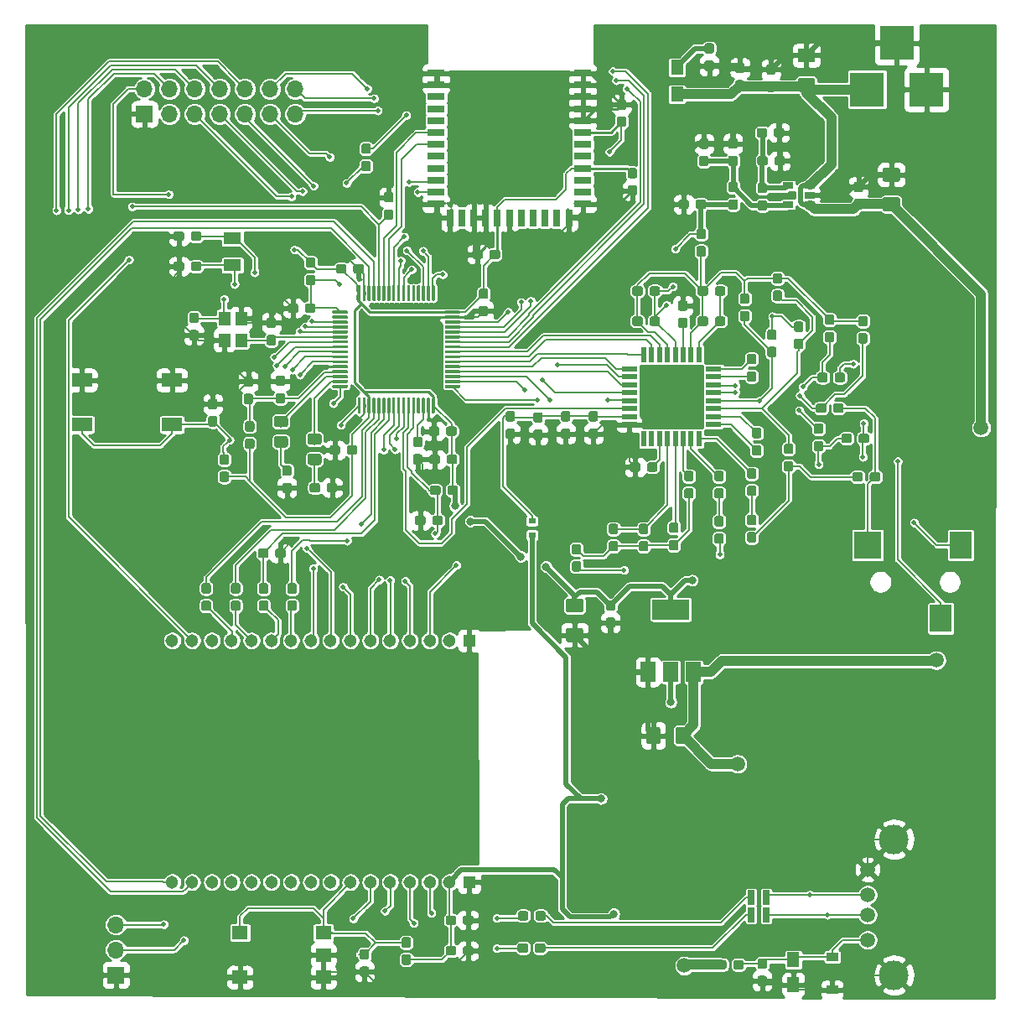
<source format=gbr>
G04 #@! TF.GenerationSoftware,KiCad,Pcbnew,5.1.0-unknown-03bce55~94~ubuntu16.04.1*
G04 #@! TF.CreationDate,2019-06-06T22:48:08-05:00*
G04 #@! TF.ProjectId,Embebidos_2019,456d6265-6269-4646-9f73-5f323031392e,rev?*
G04 #@! TF.SameCoordinates,Original*
G04 #@! TF.FileFunction,Copper,L1,Top*
G04 #@! TF.FilePolarity,Positive*
%FSLAX46Y46*%
G04 Gerber Fmt 4.6, Leading zero omitted, Abs format (unit mm)*
G04 Created by KiCad (PCBNEW 5.1.0-unknown-03bce55~94~ubuntu16.04.1) date 2019-06-06 22:48:08*
%MOMM*%
%LPD*%
G04 APERTURE LIST*
%ADD10R,1.200000X0.900000*%
%ADD11C,0.100000*%
%ADD12C,0.950000*%
%ADD13O,1.700000X1.700000*%
%ADD14R,1.700000X1.700000*%
%ADD15C,1.425000*%
%ADD16R,1.250000X1.500000*%
%ADD17R,2.200000X2.800000*%
%ADD18R,2.800000X2.800000*%
%ADD19R,1.300000X1.500000*%
%ADD20C,1.150000*%
%ADD21R,0.800000X0.600000*%
%ADD22C,1.500000*%
%ADD23C,3.000000*%
%ADD24R,3.500000X3.500000*%
%ADD25R,0.660400X1.500000*%
%ADD26R,1.800000X0.800000*%
%ADD27R,0.800000X1.800000*%
%ADD28R,2.100000X1.400000*%
%ADD29R,1.600200X1.397000*%
%ADD30R,1.600000X0.550000*%
%ADD31R,0.550000X1.600000*%
%ADD32C,1.305560*%
%ADD33R,1.305560X1.305560*%
%ADD34R,1.500000X2.000000*%
%ADD35R,3.800000X2.000000*%
%ADD36R,1.060000X0.650000*%
%ADD37C,0.300000*%
%ADD38R,1.200000X1.400000*%
%ADD39R,1.800000X1.200000*%
%ADD40C,0.500000*%
%ADD41C,0.800000*%
%ADD42C,0.200000*%
%ADD43C,0.500000*%
%ADD44C,0.250000*%
%ADD45C,1.000000*%
%ADD46C,0.254000*%
G04 APERTURE END LIST*
D10*
X102580000Y-119675000D03*
X102580000Y-122975000D03*
D11*
G36*
X95764779Y-41527144D02*
G01*
X95787834Y-41530563D01*
X95810443Y-41536227D01*
X95832387Y-41544079D01*
X95853457Y-41554044D01*
X95873448Y-41566026D01*
X95892168Y-41579910D01*
X95909438Y-41595562D01*
X95925090Y-41612832D01*
X95938974Y-41631552D01*
X95950956Y-41651543D01*
X95960921Y-41672613D01*
X95968773Y-41694557D01*
X95974437Y-41717166D01*
X95977856Y-41740221D01*
X95979000Y-41763500D01*
X95979000Y-42338500D01*
X95977856Y-42361779D01*
X95974437Y-42384834D01*
X95968773Y-42407443D01*
X95960921Y-42429387D01*
X95950956Y-42450457D01*
X95938974Y-42470448D01*
X95925090Y-42489168D01*
X95909438Y-42506438D01*
X95892168Y-42522090D01*
X95873448Y-42535974D01*
X95853457Y-42547956D01*
X95832387Y-42557921D01*
X95810443Y-42565773D01*
X95787834Y-42571437D01*
X95764779Y-42574856D01*
X95741500Y-42576000D01*
X95266500Y-42576000D01*
X95243221Y-42574856D01*
X95220166Y-42571437D01*
X95197557Y-42565773D01*
X95175613Y-42557921D01*
X95154543Y-42547956D01*
X95134552Y-42535974D01*
X95115832Y-42522090D01*
X95098562Y-42506438D01*
X95082910Y-42489168D01*
X95069026Y-42470448D01*
X95057044Y-42450457D01*
X95047079Y-42429387D01*
X95039227Y-42407443D01*
X95033563Y-42384834D01*
X95030144Y-42361779D01*
X95029000Y-42338500D01*
X95029000Y-41763500D01*
X95030144Y-41740221D01*
X95033563Y-41717166D01*
X95039227Y-41694557D01*
X95047079Y-41672613D01*
X95057044Y-41651543D01*
X95069026Y-41631552D01*
X95082910Y-41612832D01*
X95098562Y-41595562D01*
X95115832Y-41579910D01*
X95134552Y-41566026D01*
X95154543Y-41554044D01*
X95175613Y-41544079D01*
X95197557Y-41536227D01*
X95220166Y-41530563D01*
X95243221Y-41527144D01*
X95266500Y-41526000D01*
X95741500Y-41526000D01*
X95764779Y-41527144D01*
X95764779Y-41527144D01*
G37*
D12*
X95504000Y-42051000D03*
D11*
G36*
X95764779Y-43277144D02*
G01*
X95787834Y-43280563D01*
X95810443Y-43286227D01*
X95832387Y-43294079D01*
X95853457Y-43304044D01*
X95873448Y-43316026D01*
X95892168Y-43329910D01*
X95909438Y-43345562D01*
X95925090Y-43362832D01*
X95938974Y-43381552D01*
X95950956Y-43401543D01*
X95960921Y-43422613D01*
X95968773Y-43444557D01*
X95974437Y-43467166D01*
X95977856Y-43490221D01*
X95979000Y-43513500D01*
X95979000Y-44088500D01*
X95977856Y-44111779D01*
X95974437Y-44134834D01*
X95968773Y-44157443D01*
X95960921Y-44179387D01*
X95950956Y-44200457D01*
X95938974Y-44220448D01*
X95925090Y-44239168D01*
X95909438Y-44256438D01*
X95892168Y-44272090D01*
X95873448Y-44285974D01*
X95853457Y-44297956D01*
X95832387Y-44307921D01*
X95810443Y-44315773D01*
X95787834Y-44321437D01*
X95764779Y-44324856D01*
X95741500Y-44326000D01*
X95266500Y-44326000D01*
X95243221Y-44324856D01*
X95220166Y-44321437D01*
X95197557Y-44315773D01*
X95175613Y-44307921D01*
X95154543Y-44297956D01*
X95134552Y-44285974D01*
X95115832Y-44272090D01*
X95098562Y-44256438D01*
X95082910Y-44239168D01*
X95069026Y-44220448D01*
X95057044Y-44200457D01*
X95047079Y-44179387D01*
X95039227Y-44157443D01*
X95033563Y-44134834D01*
X95030144Y-44111779D01*
X95029000Y-44088500D01*
X95029000Y-43513500D01*
X95030144Y-43490221D01*
X95033563Y-43467166D01*
X95039227Y-43444557D01*
X95047079Y-43422613D01*
X95057044Y-43401543D01*
X95069026Y-43381552D01*
X95082910Y-43362832D01*
X95098562Y-43345562D01*
X95115832Y-43329910D01*
X95134552Y-43316026D01*
X95154543Y-43304044D01*
X95175613Y-43294079D01*
X95197557Y-43286227D01*
X95220166Y-43280563D01*
X95243221Y-43277144D01*
X95266500Y-43276000D01*
X95741500Y-43276000D01*
X95764779Y-43277144D01*
X95764779Y-43277144D01*
G37*
D12*
X95504000Y-43801000D03*
D11*
G36*
X93515779Y-29401144D02*
G01*
X93538834Y-29404563D01*
X93561443Y-29410227D01*
X93583387Y-29418079D01*
X93604457Y-29428044D01*
X93624448Y-29440026D01*
X93643168Y-29453910D01*
X93660438Y-29469562D01*
X93676090Y-29486832D01*
X93689974Y-29505552D01*
X93701956Y-29525543D01*
X93711921Y-29546613D01*
X93719773Y-29568557D01*
X93725437Y-29591166D01*
X93728856Y-29614221D01*
X93730000Y-29637500D01*
X93730000Y-30212500D01*
X93728856Y-30235779D01*
X93725437Y-30258834D01*
X93719773Y-30281443D01*
X93711921Y-30303387D01*
X93701956Y-30324457D01*
X93689974Y-30344448D01*
X93676090Y-30363168D01*
X93660438Y-30380438D01*
X93643168Y-30396090D01*
X93624448Y-30409974D01*
X93604457Y-30421956D01*
X93583387Y-30431921D01*
X93561443Y-30439773D01*
X93538834Y-30445437D01*
X93515779Y-30448856D01*
X93492500Y-30450000D01*
X93017500Y-30450000D01*
X92994221Y-30448856D01*
X92971166Y-30445437D01*
X92948557Y-30439773D01*
X92926613Y-30431921D01*
X92905543Y-30421956D01*
X92885552Y-30409974D01*
X92866832Y-30396090D01*
X92849562Y-30380438D01*
X92833910Y-30363168D01*
X92820026Y-30344448D01*
X92808044Y-30324457D01*
X92798079Y-30303387D01*
X92790227Y-30281443D01*
X92784563Y-30258834D01*
X92781144Y-30235779D01*
X92780000Y-30212500D01*
X92780000Y-29637500D01*
X92781144Y-29614221D01*
X92784563Y-29591166D01*
X92790227Y-29568557D01*
X92798079Y-29546613D01*
X92808044Y-29525543D01*
X92820026Y-29505552D01*
X92833910Y-29486832D01*
X92849562Y-29469562D01*
X92866832Y-29453910D01*
X92885552Y-29440026D01*
X92905543Y-29428044D01*
X92926613Y-29418079D01*
X92948557Y-29410227D01*
X92971166Y-29404563D01*
X92994221Y-29401144D01*
X93017500Y-29400000D01*
X93492500Y-29400000D01*
X93515779Y-29401144D01*
X93515779Y-29401144D01*
G37*
D12*
X93255000Y-29925000D03*
D11*
G36*
X93515779Y-31151144D02*
G01*
X93538834Y-31154563D01*
X93561443Y-31160227D01*
X93583387Y-31168079D01*
X93604457Y-31178044D01*
X93624448Y-31190026D01*
X93643168Y-31203910D01*
X93660438Y-31219562D01*
X93676090Y-31236832D01*
X93689974Y-31255552D01*
X93701956Y-31275543D01*
X93711921Y-31296613D01*
X93719773Y-31318557D01*
X93725437Y-31341166D01*
X93728856Y-31364221D01*
X93730000Y-31387500D01*
X93730000Y-31962500D01*
X93728856Y-31985779D01*
X93725437Y-32008834D01*
X93719773Y-32031443D01*
X93711921Y-32053387D01*
X93701956Y-32074457D01*
X93689974Y-32094448D01*
X93676090Y-32113168D01*
X93660438Y-32130438D01*
X93643168Y-32146090D01*
X93624448Y-32159974D01*
X93604457Y-32171956D01*
X93583387Y-32181921D01*
X93561443Y-32189773D01*
X93538834Y-32195437D01*
X93515779Y-32198856D01*
X93492500Y-32200000D01*
X93017500Y-32200000D01*
X92994221Y-32198856D01*
X92971166Y-32195437D01*
X92948557Y-32189773D01*
X92926613Y-32181921D01*
X92905543Y-32171956D01*
X92885552Y-32159974D01*
X92866832Y-32146090D01*
X92849562Y-32130438D01*
X92833910Y-32113168D01*
X92820026Y-32094448D01*
X92808044Y-32074457D01*
X92798079Y-32053387D01*
X92790227Y-32031443D01*
X92784563Y-32008834D01*
X92781144Y-31985779D01*
X92780000Y-31962500D01*
X92780000Y-31387500D01*
X92781144Y-31364221D01*
X92784563Y-31341166D01*
X92790227Y-31318557D01*
X92798079Y-31296613D01*
X92808044Y-31275543D01*
X92820026Y-31255552D01*
X92833910Y-31236832D01*
X92849562Y-31219562D01*
X92866832Y-31203910D01*
X92885552Y-31190026D01*
X92905543Y-31178044D01*
X92926613Y-31168079D01*
X92948557Y-31160227D01*
X92971166Y-31154563D01*
X92994221Y-31151144D01*
X93017500Y-31150000D01*
X93492500Y-31150000D01*
X93515779Y-31151144D01*
X93515779Y-31151144D01*
G37*
D12*
X93255000Y-31675000D03*
D11*
G36*
X95770779Y-121571144D02*
G01*
X95793834Y-121574563D01*
X95816443Y-121580227D01*
X95838387Y-121588079D01*
X95859457Y-121598044D01*
X95879448Y-121610026D01*
X95898168Y-121623910D01*
X95915438Y-121639562D01*
X95931090Y-121656832D01*
X95944974Y-121675552D01*
X95956956Y-121695543D01*
X95966921Y-121716613D01*
X95974773Y-121738557D01*
X95980437Y-121761166D01*
X95983856Y-121784221D01*
X95985000Y-121807500D01*
X95985000Y-122382500D01*
X95983856Y-122405779D01*
X95980437Y-122428834D01*
X95974773Y-122451443D01*
X95966921Y-122473387D01*
X95956956Y-122494457D01*
X95944974Y-122514448D01*
X95931090Y-122533168D01*
X95915438Y-122550438D01*
X95898168Y-122566090D01*
X95879448Y-122579974D01*
X95859457Y-122591956D01*
X95838387Y-122601921D01*
X95816443Y-122609773D01*
X95793834Y-122615437D01*
X95770779Y-122618856D01*
X95747500Y-122620000D01*
X95272500Y-122620000D01*
X95249221Y-122618856D01*
X95226166Y-122615437D01*
X95203557Y-122609773D01*
X95181613Y-122601921D01*
X95160543Y-122591956D01*
X95140552Y-122579974D01*
X95121832Y-122566090D01*
X95104562Y-122550438D01*
X95088910Y-122533168D01*
X95075026Y-122514448D01*
X95063044Y-122494457D01*
X95053079Y-122473387D01*
X95045227Y-122451443D01*
X95039563Y-122428834D01*
X95036144Y-122405779D01*
X95035000Y-122382500D01*
X95035000Y-121807500D01*
X95036144Y-121784221D01*
X95039563Y-121761166D01*
X95045227Y-121738557D01*
X95053079Y-121716613D01*
X95063044Y-121695543D01*
X95075026Y-121675552D01*
X95088910Y-121656832D01*
X95104562Y-121639562D01*
X95121832Y-121623910D01*
X95140552Y-121610026D01*
X95160543Y-121598044D01*
X95181613Y-121588079D01*
X95203557Y-121580227D01*
X95226166Y-121574563D01*
X95249221Y-121571144D01*
X95272500Y-121570000D01*
X95747500Y-121570000D01*
X95770779Y-121571144D01*
X95770779Y-121571144D01*
G37*
D12*
X95510000Y-122095000D03*
D11*
G36*
X95770779Y-119821144D02*
G01*
X95793834Y-119824563D01*
X95816443Y-119830227D01*
X95838387Y-119838079D01*
X95859457Y-119848044D01*
X95879448Y-119860026D01*
X95898168Y-119873910D01*
X95915438Y-119889562D01*
X95931090Y-119906832D01*
X95944974Y-119925552D01*
X95956956Y-119945543D01*
X95966921Y-119966613D01*
X95974773Y-119988557D01*
X95980437Y-120011166D01*
X95983856Y-120034221D01*
X95985000Y-120057500D01*
X95985000Y-120632500D01*
X95983856Y-120655779D01*
X95980437Y-120678834D01*
X95974773Y-120701443D01*
X95966921Y-120723387D01*
X95956956Y-120744457D01*
X95944974Y-120764448D01*
X95931090Y-120783168D01*
X95915438Y-120800438D01*
X95898168Y-120816090D01*
X95879448Y-120829974D01*
X95859457Y-120841956D01*
X95838387Y-120851921D01*
X95816443Y-120859773D01*
X95793834Y-120865437D01*
X95770779Y-120868856D01*
X95747500Y-120870000D01*
X95272500Y-120870000D01*
X95249221Y-120868856D01*
X95226166Y-120865437D01*
X95203557Y-120859773D01*
X95181613Y-120851921D01*
X95160543Y-120841956D01*
X95140552Y-120829974D01*
X95121832Y-120816090D01*
X95104562Y-120800438D01*
X95088910Y-120783168D01*
X95075026Y-120764448D01*
X95063044Y-120744457D01*
X95053079Y-120723387D01*
X95045227Y-120701443D01*
X95039563Y-120678834D01*
X95036144Y-120655779D01*
X95035000Y-120632500D01*
X95035000Y-120057500D01*
X95036144Y-120034221D01*
X95039563Y-120011166D01*
X95045227Y-119988557D01*
X95053079Y-119966613D01*
X95063044Y-119945543D01*
X95075026Y-119925552D01*
X95088910Y-119906832D01*
X95104562Y-119889562D01*
X95121832Y-119873910D01*
X95140552Y-119860026D01*
X95160543Y-119848044D01*
X95181613Y-119838079D01*
X95203557Y-119830227D01*
X95226166Y-119824563D01*
X95249221Y-119821144D01*
X95272500Y-119820000D01*
X95747500Y-119820000D01*
X95770779Y-119821144D01*
X95770779Y-119821144D01*
G37*
D12*
X95510000Y-120345000D03*
D13*
X30225000Y-116410000D03*
X30225000Y-118950000D03*
D14*
X30225000Y-121490000D03*
D13*
X48340000Y-32035000D03*
X48340000Y-34575000D03*
X45800000Y-32035000D03*
X45800000Y-34575000D03*
X43260000Y-32035000D03*
X43260000Y-34575000D03*
X40720000Y-32035000D03*
X40720000Y-34575000D03*
X38180000Y-32035000D03*
X38180000Y-34575000D03*
X35640000Y-32035000D03*
X35640000Y-34575000D03*
X33100000Y-32035000D03*
D14*
X33100000Y-34575000D03*
D11*
G36*
X42578779Y-83685144D02*
G01*
X42601834Y-83688563D01*
X42624443Y-83694227D01*
X42646387Y-83702079D01*
X42667457Y-83712044D01*
X42687448Y-83724026D01*
X42706168Y-83737910D01*
X42723438Y-83753562D01*
X42739090Y-83770832D01*
X42752974Y-83789552D01*
X42764956Y-83809543D01*
X42774921Y-83830613D01*
X42782773Y-83852557D01*
X42788437Y-83875166D01*
X42791856Y-83898221D01*
X42793000Y-83921500D01*
X42793000Y-84496500D01*
X42791856Y-84519779D01*
X42788437Y-84542834D01*
X42782773Y-84565443D01*
X42774921Y-84587387D01*
X42764956Y-84608457D01*
X42752974Y-84628448D01*
X42739090Y-84647168D01*
X42723438Y-84664438D01*
X42706168Y-84680090D01*
X42687448Y-84693974D01*
X42667457Y-84705956D01*
X42646387Y-84715921D01*
X42624443Y-84723773D01*
X42601834Y-84729437D01*
X42578779Y-84732856D01*
X42555500Y-84734000D01*
X42080500Y-84734000D01*
X42057221Y-84732856D01*
X42034166Y-84729437D01*
X42011557Y-84723773D01*
X41989613Y-84715921D01*
X41968543Y-84705956D01*
X41948552Y-84693974D01*
X41929832Y-84680090D01*
X41912562Y-84664438D01*
X41896910Y-84647168D01*
X41883026Y-84628448D01*
X41871044Y-84608457D01*
X41861079Y-84587387D01*
X41853227Y-84565443D01*
X41847563Y-84542834D01*
X41844144Y-84519779D01*
X41843000Y-84496500D01*
X41843000Y-83921500D01*
X41844144Y-83898221D01*
X41847563Y-83875166D01*
X41853227Y-83852557D01*
X41861079Y-83830613D01*
X41871044Y-83809543D01*
X41883026Y-83789552D01*
X41896910Y-83770832D01*
X41912562Y-83753562D01*
X41929832Y-83737910D01*
X41948552Y-83724026D01*
X41968543Y-83712044D01*
X41989613Y-83702079D01*
X42011557Y-83694227D01*
X42034166Y-83688563D01*
X42057221Y-83685144D01*
X42080500Y-83684000D01*
X42555500Y-83684000D01*
X42578779Y-83685144D01*
X42578779Y-83685144D01*
G37*
D12*
X42318000Y-84209000D03*
D11*
G36*
X42578779Y-81935144D02*
G01*
X42601834Y-81938563D01*
X42624443Y-81944227D01*
X42646387Y-81952079D01*
X42667457Y-81962044D01*
X42687448Y-81974026D01*
X42706168Y-81987910D01*
X42723438Y-82003562D01*
X42739090Y-82020832D01*
X42752974Y-82039552D01*
X42764956Y-82059543D01*
X42774921Y-82080613D01*
X42782773Y-82102557D01*
X42788437Y-82125166D01*
X42791856Y-82148221D01*
X42793000Y-82171500D01*
X42793000Y-82746500D01*
X42791856Y-82769779D01*
X42788437Y-82792834D01*
X42782773Y-82815443D01*
X42774921Y-82837387D01*
X42764956Y-82858457D01*
X42752974Y-82878448D01*
X42739090Y-82897168D01*
X42723438Y-82914438D01*
X42706168Y-82930090D01*
X42687448Y-82943974D01*
X42667457Y-82955956D01*
X42646387Y-82965921D01*
X42624443Y-82973773D01*
X42601834Y-82979437D01*
X42578779Y-82982856D01*
X42555500Y-82984000D01*
X42080500Y-82984000D01*
X42057221Y-82982856D01*
X42034166Y-82979437D01*
X42011557Y-82973773D01*
X41989613Y-82965921D01*
X41968543Y-82955956D01*
X41948552Y-82943974D01*
X41929832Y-82930090D01*
X41912562Y-82914438D01*
X41896910Y-82897168D01*
X41883026Y-82878448D01*
X41871044Y-82858457D01*
X41861079Y-82837387D01*
X41853227Y-82815443D01*
X41847563Y-82792834D01*
X41844144Y-82769779D01*
X41843000Y-82746500D01*
X41843000Y-82171500D01*
X41844144Y-82148221D01*
X41847563Y-82125166D01*
X41853227Y-82102557D01*
X41861079Y-82080613D01*
X41871044Y-82059543D01*
X41883026Y-82039552D01*
X41896910Y-82020832D01*
X41912562Y-82003562D01*
X41929832Y-81987910D01*
X41948552Y-81974026D01*
X41968543Y-81962044D01*
X41989613Y-81952079D01*
X42011557Y-81944227D01*
X42034166Y-81938563D01*
X42057221Y-81935144D01*
X42080500Y-81934000D01*
X42555500Y-81934000D01*
X42578779Y-81935144D01*
X42578779Y-81935144D01*
G37*
D12*
X42318000Y-82459000D03*
D11*
G36*
X82661779Y-40023144D02*
G01*
X82684834Y-40026563D01*
X82707443Y-40032227D01*
X82729387Y-40040079D01*
X82750457Y-40050044D01*
X82770448Y-40062026D01*
X82789168Y-40075910D01*
X82806438Y-40091562D01*
X82822090Y-40108832D01*
X82835974Y-40127552D01*
X82847956Y-40147543D01*
X82857921Y-40168613D01*
X82865773Y-40190557D01*
X82871437Y-40213166D01*
X82874856Y-40236221D01*
X82876000Y-40259500D01*
X82876000Y-40834500D01*
X82874856Y-40857779D01*
X82871437Y-40880834D01*
X82865773Y-40903443D01*
X82857921Y-40925387D01*
X82847956Y-40946457D01*
X82835974Y-40966448D01*
X82822090Y-40985168D01*
X82806438Y-41002438D01*
X82789168Y-41018090D01*
X82770448Y-41031974D01*
X82750457Y-41043956D01*
X82729387Y-41053921D01*
X82707443Y-41061773D01*
X82684834Y-41067437D01*
X82661779Y-41070856D01*
X82638500Y-41072000D01*
X82163500Y-41072000D01*
X82140221Y-41070856D01*
X82117166Y-41067437D01*
X82094557Y-41061773D01*
X82072613Y-41053921D01*
X82051543Y-41043956D01*
X82031552Y-41031974D01*
X82012832Y-41018090D01*
X81995562Y-41002438D01*
X81979910Y-40985168D01*
X81966026Y-40966448D01*
X81954044Y-40946457D01*
X81944079Y-40925387D01*
X81936227Y-40903443D01*
X81930563Y-40880834D01*
X81927144Y-40857779D01*
X81926000Y-40834500D01*
X81926000Y-40259500D01*
X81927144Y-40236221D01*
X81930563Y-40213166D01*
X81936227Y-40190557D01*
X81944079Y-40168613D01*
X81954044Y-40147543D01*
X81966026Y-40127552D01*
X81979910Y-40108832D01*
X81995562Y-40091562D01*
X82012832Y-40075910D01*
X82031552Y-40062026D01*
X82051543Y-40050044D01*
X82072613Y-40040079D01*
X82094557Y-40032227D01*
X82117166Y-40026563D01*
X82140221Y-40023144D01*
X82163500Y-40022000D01*
X82638500Y-40022000D01*
X82661779Y-40023144D01*
X82661779Y-40023144D01*
G37*
D12*
X82401000Y-40547000D03*
D11*
G36*
X82661779Y-41773144D02*
G01*
X82684834Y-41776563D01*
X82707443Y-41782227D01*
X82729387Y-41790079D01*
X82750457Y-41800044D01*
X82770448Y-41812026D01*
X82789168Y-41825910D01*
X82806438Y-41841562D01*
X82822090Y-41858832D01*
X82835974Y-41877552D01*
X82847956Y-41897543D01*
X82857921Y-41918613D01*
X82865773Y-41940557D01*
X82871437Y-41963166D01*
X82874856Y-41986221D01*
X82876000Y-42009500D01*
X82876000Y-42584500D01*
X82874856Y-42607779D01*
X82871437Y-42630834D01*
X82865773Y-42653443D01*
X82857921Y-42675387D01*
X82847956Y-42696457D01*
X82835974Y-42716448D01*
X82822090Y-42735168D01*
X82806438Y-42752438D01*
X82789168Y-42768090D01*
X82770448Y-42781974D01*
X82750457Y-42793956D01*
X82729387Y-42803921D01*
X82707443Y-42811773D01*
X82684834Y-42817437D01*
X82661779Y-42820856D01*
X82638500Y-42822000D01*
X82163500Y-42822000D01*
X82140221Y-42820856D01*
X82117166Y-42817437D01*
X82094557Y-42811773D01*
X82072613Y-42803921D01*
X82051543Y-42793956D01*
X82031552Y-42781974D01*
X82012832Y-42768090D01*
X81995562Y-42752438D01*
X81979910Y-42735168D01*
X81966026Y-42716448D01*
X81954044Y-42696457D01*
X81944079Y-42675387D01*
X81936227Y-42653443D01*
X81930563Y-42630834D01*
X81927144Y-42607779D01*
X81926000Y-42584500D01*
X81926000Y-42009500D01*
X81927144Y-41986221D01*
X81930563Y-41963166D01*
X81936227Y-41940557D01*
X81944079Y-41918613D01*
X81954044Y-41897543D01*
X81966026Y-41877552D01*
X81979910Y-41858832D01*
X81995562Y-41841562D01*
X82012832Y-41825910D01*
X82031552Y-41812026D01*
X82051543Y-41800044D01*
X82072613Y-41790079D01*
X82094557Y-41782227D01*
X82117166Y-41776563D01*
X82140221Y-41773144D01*
X82163500Y-41772000D01*
X82638500Y-41772000D01*
X82661779Y-41773144D01*
X82661779Y-41773144D01*
G37*
D12*
X82401000Y-42297000D03*
D11*
G36*
X68816779Y-48258144D02*
G01*
X68839834Y-48261563D01*
X68862443Y-48267227D01*
X68884387Y-48275079D01*
X68905457Y-48285044D01*
X68925448Y-48297026D01*
X68944168Y-48310910D01*
X68961438Y-48326562D01*
X68977090Y-48343832D01*
X68990974Y-48362552D01*
X69002956Y-48382543D01*
X69012921Y-48403613D01*
X69020773Y-48425557D01*
X69026437Y-48448166D01*
X69029856Y-48471221D01*
X69031000Y-48494500D01*
X69031000Y-48969500D01*
X69029856Y-48992779D01*
X69026437Y-49015834D01*
X69020773Y-49038443D01*
X69012921Y-49060387D01*
X69002956Y-49081457D01*
X68990974Y-49101448D01*
X68977090Y-49120168D01*
X68961438Y-49137438D01*
X68944168Y-49153090D01*
X68925448Y-49166974D01*
X68905457Y-49178956D01*
X68884387Y-49188921D01*
X68862443Y-49196773D01*
X68839834Y-49202437D01*
X68816779Y-49205856D01*
X68793500Y-49207000D01*
X68218500Y-49207000D01*
X68195221Y-49205856D01*
X68172166Y-49202437D01*
X68149557Y-49196773D01*
X68127613Y-49188921D01*
X68106543Y-49178956D01*
X68086552Y-49166974D01*
X68067832Y-49153090D01*
X68050562Y-49137438D01*
X68034910Y-49120168D01*
X68021026Y-49101448D01*
X68009044Y-49081457D01*
X67999079Y-49060387D01*
X67991227Y-49038443D01*
X67985563Y-49015834D01*
X67982144Y-48992779D01*
X67981000Y-48969500D01*
X67981000Y-48494500D01*
X67982144Y-48471221D01*
X67985563Y-48448166D01*
X67991227Y-48425557D01*
X67999079Y-48403613D01*
X68009044Y-48382543D01*
X68021026Y-48362552D01*
X68034910Y-48343832D01*
X68050562Y-48326562D01*
X68067832Y-48310910D01*
X68086552Y-48297026D01*
X68106543Y-48285044D01*
X68127613Y-48275079D01*
X68149557Y-48267227D01*
X68172166Y-48261563D01*
X68195221Y-48258144D01*
X68218500Y-48257000D01*
X68793500Y-48257000D01*
X68816779Y-48258144D01*
X68816779Y-48258144D01*
G37*
D12*
X68506000Y-48732000D03*
D11*
G36*
X67066779Y-48258144D02*
G01*
X67089834Y-48261563D01*
X67112443Y-48267227D01*
X67134387Y-48275079D01*
X67155457Y-48285044D01*
X67175448Y-48297026D01*
X67194168Y-48310910D01*
X67211438Y-48326562D01*
X67227090Y-48343832D01*
X67240974Y-48362552D01*
X67252956Y-48382543D01*
X67262921Y-48403613D01*
X67270773Y-48425557D01*
X67276437Y-48448166D01*
X67279856Y-48471221D01*
X67281000Y-48494500D01*
X67281000Y-48969500D01*
X67279856Y-48992779D01*
X67276437Y-49015834D01*
X67270773Y-49038443D01*
X67262921Y-49060387D01*
X67252956Y-49081457D01*
X67240974Y-49101448D01*
X67227090Y-49120168D01*
X67211438Y-49137438D01*
X67194168Y-49153090D01*
X67175448Y-49166974D01*
X67155457Y-49178956D01*
X67134387Y-49188921D01*
X67112443Y-49196773D01*
X67089834Y-49202437D01*
X67066779Y-49205856D01*
X67043500Y-49207000D01*
X66468500Y-49207000D01*
X66445221Y-49205856D01*
X66422166Y-49202437D01*
X66399557Y-49196773D01*
X66377613Y-49188921D01*
X66356543Y-49178956D01*
X66336552Y-49166974D01*
X66317832Y-49153090D01*
X66300562Y-49137438D01*
X66284910Y-49120168D01*
X66271026Y-49101448D01*
X66259044Y-49081457D01*
X66249079Y-49060387D01*
X66241227Y-49038443D01*
X66235563Y-49015834D01*
X66232144Y-48992779D01*
X66231000Y-48969500D01*
X66231000Y-48494500D01*
X66232144Y-48471221D01*
X66235563Y-48448166D01*
X66241227Y-48425557D01*
X66249079Y-48403613D01*
X66259044Y-48382543D01*
X66271026Y-48362552D01*
X66284910Y-48343832D01*
X66300562Y-48326562D01*
X66317832Y-48310910D01*
X66336552Y-48297026D01*
X66356543Y-48285044D01*
X66377613Y-48275079D01*
X66399557Y-48267227D01*
X66422166Y-48261563D01*
X66445221Y-48258144D01*
X66468500Y-48257000D01*
X67043500Y-48257000D01*
X67066779Y-48258144D01*
X67066779Y-48258144D01*
G37*
D12*
X66756000Y-48732000D03*
D11*
G36*
X87881779Y-43210144D02*
G01*
X87904834Y-43213563D01*
X87927443Y-43219227D01*
X87949387Y-43227079D01*
X87970457Y-43237044D01*
X87990448Y-43249026D01*
X88009168Y-43262910D01*
X88026438Y-43278562D01*
X88042090Y-43295832D01*
X88055974Y-43314552D01*
X88067956Y-43334543D01*
X88077921Y-43355613D01*
X88085773Y-43377557D01*
X88091437Y-43400166D01*
X88094856Y-43423221D01*
X88096000Y-43446500D01*
X88096000Y-43921500D01*
X88094856Y-43944779D01*
X88091437Y-43967834D01*
X88085773Y-43990443D01*
X88077921Y-44012387D01*
X88067956Y-44033457D01*
X88055974Y-44053448D01*
X88042090Y-44072168D01*
X88026438Y-44089438D01*
X88009168Y-44105090D01*
X87990448Y-44118974D01*
X87970457Y-44130956D01*
X87949387Y-44140921D01*
X87927443Y-44148773D01*
X87904834Y-44154437D01*
X87881779Y-44157856D01*
X87858500Y-44159000D01*
X87283500Y-44159000D01*
X87260221Y-44157856D01*
X87237166Y-44154437D01*
X87214557Y-44148773D01*
X87192613Y-44140921D01*
X87171543Y-44130956D01*
X87151552Y-44118974D01*
X87132832Y-44105090D01*
X87115562Y-44089438D01*
X87099910Y-44072168D01*
X87086026Y-44053448D01*
X87074044Y-44033457D01*
X87064079Y-44012387D01*
X87056227Y-43990443D01*
X87050563Y-43967834D01*
X87047144Y-43944779D01*
X87046000Y-43921500D01*
X87046000Y-43446500D01*
X87047144Y-43423221D01*
X87050563Y-43400166D01*
X87056227Y-43377557D01*
X87064079Y-43355613D01*
X87074044Y-43334543D01*
X87086026Y-43314552D01*
X87099910Y-43295832D01*
X87115562Y-43278562D01*
X87132832Y-43262910D01*
X87151552Y-43249026D01*
X87171543Y-43237044D01*
X87192613Y-43227079D01*
X87214557Y-43219227D01*
X87237166Y-43213563D01*
X87260221Y-43210144D01*
X87283500Y-43209000D01*
X87858500Y-43209000D01*
X87881779Y-43210144D01*
X87881779Y-43210144D01*
G37*
D12*
X87571000Y-43684000D03*
D11*
G36*
X89631779Y-43210144D02*
G01*
X89654834Y-43213563D01*
X89677443Y-43219227D01*
X89699387Y-43227079D01*
X89720457Y-43237044D01*
X89740448Y-43249026D01*
X89759168Y-43262910D01*
X89776438Y-43278562D01*
X89792090Y-43295832D01*
X89805974Y-43314552D01*
X89817956Y-43334543D01*
X89827921Y-43355613D01*
X89835773Y-43377557D01*
X89841437Y-43400166D01*
X89844856Y-43423221D01*
X89846000Y-43446500D01*
X89846000Y-43921500D01*
X89844856Y-43944779D01*
X89841437Y-43967834D01*
X89835773Y-43990443D01*
X89827921Y-44012387D01*
X89817956Y-44033457D01*
X89805974Y-44053448D01*
X89792090Y-44072168D01*
X89776438Y-44089438D01*
X89759168Y-44105090D01*
X89740448Y-44118974D01*
X89720457Y-44130956D01*
X89699387Y-44140921D01*
X89677443Y-44148773D01*
X89654834Y-44154437D01*
X89631779Y-44157856D01*
X89608500Y-44159000D01*
X89033500Y-44159000D01*
X89010221Y-44157856D01*
X88987166Y-44154437D01*
X88964557Y-44148773D01*
X88942613Y-44140921D01*
X88921543Y-44130956D01*
X88901552Y-44118974D01*
X88882832Y-44105090D01*
X88865562Y-44089438D01*
X88849910Y-44072168D01*
X88836026Y-44053448D01*
X88824044Y-44033457D01*
X88814079Y-44012387D01*
X88806227Y-43990443D01*
X88800563Y-43967834D01*
X88797144Y-43944779D01*
X88796000Y-43921500D01*
X88796000Y-43446500D01*
X88797144Y-43423221D01*
X88800563Y-43400166D01*
X88806227Y-43377557D01*
X88814079Y-43355613D01*
X88824044Y-43334543D01*
X88836026Y-43314552D01*
X88849910Y-43295832D01*
X88865562Y-43278562D01*
X88882832Y-43262910D01*
X88901552Y-43249026D01*
X88921543Y-43237044D01*
X88942613Y-43227079D01*
X88964557Y-43219227D01*
X88987166Y-43213563D01*
X89010221Y-43210144D01*
X89033500Y-43209000D01*
X89608500Y-43209000D01*
X89631779Y-43210144D01*
X89631779Y-43210144D01*
G37*
D12*
X89321000Y-43684000D03*
D11*
G36*
X89876779Y-37045144D02*
G01*
X89899834Y-37048563D01*
X89922443Y-37054227D01*
X89944387Y-37062079D01*
X89965457Y-37072044D01*
X89985448Y-37084026D01*
X90004168Y-37097910D01*
X90021438Y-37113562D01*
X90037090Y-37130832D01*
X90050974Y-37149552D01*
X90062956Y-37169543D01*
X90072921Y-37190613D01*
X90080773Y-37212557D01*
X90086437Y-37235166D01*
X90089856Y-37258221D01*
X90091000Y-37281500D01*
X90091000Y-37856500D01*
X90089856Y-37879779D01*
X90086437Y-37902834D01*
X90080773Y-37925443D01*
X90072921Y-37947387D01*
X90062956Y-37968457D01*
X90050974Y-37988448D01*
X90037090Y-38007168D01*
X90021438Y-38024438D01*
X90004168Y-38040090D01*
X89985448Y-38053974D01*
X89965457Y-38065956D01*
X89944387Y-38075921D01*
X89922443Y-38083773D01*
X89899834Y-38089437D01*
X89876779Y-38092856D01*
X89853500Y-38094000D01*
X89378500Y-38094000D01*
X89355221Y-38092856D01*
X89332166Y-38089437D01*
X89309557Y-38083773D01*
X89287613Y-38075921D01*
X89266543Y-38065956D01*
X89246552Y-38053974D01*
X89227832Y-38040090D01*
X89210562Y-38024438D01*
X89194910Y-38007168D01*
X89181026Y-37988448D01*
X89169044Y-37968457D01*
X89159079Y-37947387D01*
X89151227Y-37925443D01*
X89145563Y-37902834D01*
X89142144Y-37879779D01*
X89141000Y-37856500D01*
X89141000Y-37281500D01*
X89142144Y-37258221D01*
X89145563Y-37235166D01*
X89151227Y-37212557D01*
X89159079Y-37190613D01*
X89169044Y-37169543D01*
X89181026Y-37149552D01*
X89194910Y-37130832D01*
X89210562Y-37113562D01*
X89227832Y-37097910D01*
X89246552Y-37084026D01*
X89266543Y-37072044D01*
X89287613Y-37062079D01*
X89309557Y-37054227D01*
X89332166Y-37048563D01*
X89355221Y-37045144D01*
X89378500Y-37044000D01*
X89853500Y-37044000D01*
X89876779Y-37045144D01*
X89876779Y-37045144D01*
G37*
D12*
X89616000Y-37569000D03*
D11*
G36*
X89876779Y-38795144D02*
G01*
X89899834Y-38798563D01*
X89922443Y-38804227D01*
X89944387Y-38812079D01*
X89965457Y-38822044D01*
X89985448Y-38834026D01*
X90004168Y-38847910D01*
X90021438Y-38863562D01*
X90037090Y-38880832D01*
X90050974Y-38899552D01*
X90062956Y-38919543D01*
X90072921Y-38940613D01*
X90080773Y-38962557D01*
X90086437Y-38985166D01*
X90089856Y-39008221D01*
X90091000Y-39031500D01*
X90091000Y-39606500D01*
X90089856Y-39629779D01*
X90086437Y-39652834D01*
X90080773Y-39675443D01*
X90072921Y-39697387D01*
X90062956Y-39718457D01*
X90050974Y-39738448D01*
X90037090Y-39757168D01*
X90021438Y-39774438D01*
X90004168Y-39790090D01*
X89985448Y-39803974D01*
X89965457Y-39815956D01*
X89944387Y-39825921D01*
X89922443Y-39833773D01*
X89899834Y-39839437D01*
X89876779Y-39842856D01*
X89853500Y-39844000D01*
X89378500Y-39844000D01*
X89355221Y-39842856D01*
X89332166Y-39839437D01*
X89309557Y-39833773D01*
X89287613Y-39825921D01*
X89266543Y-39815956D01*
X89246552Y-39803974D01*
X89227832Y-39790090D01*
X89210562Y-39774438D01*
X89194910Y-39757168D01*
X89181026Y-39738448D01*
X89169044Y-39718457D01*
X89159079Y-39697387D01*
X89151227Y-39675443D01*
X89145563Y-39652834D01*
X89142144Y-39629779D01*
X89141000Y-39606500D01*
X89141000Y-39031500D01*
X89142144Y-39008221D01*
X89145563Y-38985166D01*
X89151227Y-38962557D01*
X89159079Y-38940613D01*
X89169044Y-38919543D01*
X89181026Y-38899552D01*
X89194910Y-38880832D01*
X89210562Y-38863562D01*
X89227832Y-38847910D01*
X89246552Y-38834026D01*
X89266543Y-38822044D01*
X89287613Y-38812079D01*
X89309557Y-38804227D01*
X89332166Y-38798563D01*
X89355221Y-38795144D01*
X89378500Y-38794000D01*
X89853500Y-38794000D01*
X89876779Y-38795144D01*
X89876779Y-38795144D01*
G37*
D12*
X89616000Y-39319000D03*
D11*
G36*
X92806779Y-37035144D02*
G01*
X92829834Y-37038563D01*
X92852443Y-37044227D01*
X92874387Y-37052079D01*
X92895457Y-37062044D01*
X92915448Y-37074026D01*
X92934168Y-37087910D01*
X92951438Y-37103562D01*
X92967090Y-37120832D01*
X92980974Y-37139552D01*
X92992956Y-37159543D01*
X93002921Y-37180613D01*
X93010773Y-37202557D01*
X93016437Y-37225166D01*
X93019856Y-37248221D01*
X93021000Y-37271500D01*
X93021000Y-37846500D01*
X93019856Y-37869779D01*
X93016437Y-37892834D01*
X93010773Y-37915443D01*
X93002921Y-37937387D01*
X92992956Y-37958457D01*
X92980974Y-37978448D01*
X92967090Y-37997168D01*
X92951438Y-38014438D01*
X92934168Y-38030090D01*
X92915448Y-38043974D01*
X92895457Y-38055956D01*
X92874387Y-38065921D01*
X92852443Y-38073773D01*
X92829834Y-38079437D01*
X92806779Y-38082856D01*
X92783500Y-38084000D01*
X92308500Y-38084000D01*
X92285221Y-38082856D01*
X92262166Y-38079437D01*
X92239557Y-38073773D01*
X92217613Y-38065921D01*
X92196543Y-38055956D01*
X92176552Y-38043974D01*
X92157832Y-38030090D01*
X92140562Y-38014438D01*
X92124910Y-37997168D01*
X92111026Y-37978448D01*
X92099044Y-37958457D01*
X92089079Y-37937387D01*
X92081227Y-37915443D01*
X92075563Y-37892834D01*
X92072144Y-37869779D01*
X92071000Y-37846500D01*
X92071000Y-37271500D01*
X92072144Y-37248221D01*
X92075563Y-37225166D01*
X92081227Y-37202557D01*
X92089079Y-37180613D01*
X92099044Y-37159543D01*
X92111026Y-37139552D01*
X92124910Y-37120832D01*
X92140562Y-37103562D01*
X92157832Y-37087910D01*
X92176552Y-37074026D01*
X92196543Y-37062044D01*
X92217613Y-37052079D01*
X92239557Y-37044227D01*
X92262166Y-37038563D01*
X92285221Y-37035144D01*
X92308500Y-37034000D01*
X92783500Y-37034000D01*
X92806779Y-37035144D01*
X92806779Y-37035144D01*
G37*
D12*
X92546000Y-37559000D03*
D11*
G36*
X92806779Y-38785144D02*
G01*
X92829834Y-38788563D01*
X92852443Y-38794227D01*
X92874387Y-38802079D01*
X92895457Y-38812044D01*
X92915448Y-38824026D01*
X92934168Y-38837910D01*
X92951438Y-38853562D01*
X92967090Y-38870832D01*
X92980974Y-38889552D01*
X92992956Y-38909543D01*
X93002921Y-38930613D01*
X93010773Y-38952557D01*
X93016437Y-38975166D01*
X93019856Y-38998221D01*
X93021000Y-39021500D01*
X93021000Y-39596500D01*
X93019856Y-39619779D01*
X93016437Y-39642834D01*
X93010773Y-39665443D01*
X93002921Y-39687387D01*
X92992956Y-39708457D01*
X92980974Y-39728448D01*
X92967090Y-39747168D01*
X92951438Y-39764438D01*
X92934168Y-39780090D01*
X92915448Y-39793974D01*
X92895457Y-39805956D01*
X92874387Y-39815921D01*
X92852443Y-39823773D01*
X92829834Y-39829437D01*
X92806779Y-39832856D01*
X92783500Y-39834000D01*
X92308500Y-39834000D01*
X92285221Y-39832856D01*
X92262166Y-39829437D01*
X92239557Y-39823773D01*
X92217613Y-39815921D01*
X92196543Y-39805956D01*
X92176552Y-39793974D01*
X92157832Y-39780090D01*
X92140562Y-39764438D01*
X92124910Y-39747168D01*
X92111026Y-39728448D01*
X92099044Y-39708457D01*
X92089079Y-39687387D01*
X92081227Y-39665443D01*
X92075563Y-39642834D01*
X92072144Y-39619779D01*
X92071000Y-39596500D01*
X92071000Y-39021500D01*
X92072144Y-38998221D01*
X92075563Y-38975166D01*
X92081227Y-38952557D01*
X92089079Y-38930613D01*
X92099044Y-38909543D01*
X92111026Y-38889552D01*
X92124910Y-38870832D01*
X92140562Y-38853562D01*
X92157832Y-38837910D01*
X92176552Y-38824026D01*
X92196543Y-38812044D01*
X92217613Y-38802079D01*
X92239557Y-38794227D01*
X92262166Y-38788563D01*
X92285221Y-38785144D01*
X92308500Y-38784000D01*
X92783500Y-38784000D01*
X92806779Y-38785144D01*
X92806779Y-38785144D01*
G37*
D12*
X92546000Y-39309000D03*
D11*
G36*
X97531779Y-35990144D02*
G01*
X97554834Y-35993563D01*
X97577443Y-35999227D01*
X97599387Y-36007079D01*
X97620457Y-36017044D01*
X97640448Y-36029026D01*
X97659168Y-36042910D01*
X97676438Y-36058562D01*
X97692090Y-36075832D01*
X97705974Y-36094552D01*
X97717956Y-36114543D01*
X97727921Y-36135613D01*
X97735773Y-36157557D01*
X97741437Y-36180166D01*
X97744856Y-36203221D01*
X97746000Y-36226500D01*
X97746000Y-36701500D01*
X97744856Y-36724779D01*
X97741437Y-36747834D01*
X97735773Y-36770443D01*
X97727921Y-36792387D01*
X97717956Y-36813457D01*
X97705974Y-36833448D01*
X97692090Y-36852168D01*
X97676438Y-36869438D01*
X97659168Y-36885090D01*
X97640448Y-36898974D01*
X97620457Y-36910956D01*
X97599387Y-36920921D01*
X97577443Y-36928773D01*
X97554834Y-36934437D01*
X97531779Y-36937856D01*
X97508500Y-36939000D01*
X96933500Y-36939000D01*
X96910221Y-36937856D01*
X96887166Y-36934437D01*
X96864557Y-36928773D01*
X96842613Y-36920921D01*
X96821543Y-36910956D01*
X96801552Y-36898974D01*
X96782832Y-36885090D01*
X96765562Y-36869438D01*
X96749910Y-36852168D01*
X96736026Y-36833448D01*
X96724044Y-36813457D01*
X96714079Y-36792387D01*
X96706227Y-36770443D01*
X96700563Y-36747834D01*
X96697144Y-36724779D01*
X96696000Y-36701500D01*
X96696000Y-36226500D01*
X96697144Y-36203221D01*
X96700563Y-36180166D01*
X96706227Y-36157557D01*
X96714079Y-36135613D01*
X96724044Y-36114543D01*
X96736026Y-36094552D01*
X96749910Y-36075832D01*
X96765562Y-36058562D01*
X96782832Y-36042910D01*
X96801552Y-36029026D01*
X96821543Y-36017044D01*
X96842613Y-36007079D01*
X96864557Y-35999227D01*
X96887166Y-35993563D01*
X96910221Y-35990144D01*
X96933500Y-35989000D01*
X97508500Y-35989000D01*
X97531779Y-35990144D01*
X97531779Y-35990144D01*
G37*
D12*
X97221000Y-36464000D03*
D11*
G36*
X95781779Y-35990144D02*
G01*
X95804834Y-35993563D01*
X95827443Y-35999227D01*
X95849387Y-36007079D01*
X95870457Y-36017044D01*
X95890448Y-36029026D01*
X95909168Y-36042910D01*
X95926438Y-36058562D01*
X95942090Y-36075832D01*
X95955974Y-36094552D01*
X95967956Y-36114543D01*
X95977921Y-36135613D01*
X95985773Y-36157557D01*
X95991437Y-36180166D01*
X95994856Y-36203221D01*
X95996000Y-36226500D01*
X95996000Y-36701500D01*
X95994856Y-36724779D01*
X95991437Y-36747834D01*
X95985773Y-36770443D01*
X95977921Y-36792387D01*
X95967956Y-36813457D01*
X95955974Y-36833448D01*
X95942090Y-36852168D01*
X95926438Y-36869438D01*
X95909168Y-36885090D01*
X95890448Y-36898974D01*
X95870457Y-36910956D01*
X95849387Y-36920921D01*
X95827443Y-36928773D01*
X95804834Y-36934437D01*
X95781779Y-36937856D01*
X95758500Y-36939000D01*
X95183500Y-36939000D01*
X95160221Y-36937856D01*
X95137166Y-36934437D01*
X95114557Y-36928773D01*
X95092613Y-36920921D01*
X95071543Y-36910956D01*
X95051552Y-36898974D01*
X95032832Y-36885090D01*
X95015562Y-36869438D01*
X94999910Y-36852168D01*
X94986026Y-36833448D01*
X94974044Y-36813457D01*
X94964079Y-36792387D01*
X94956227Y-36770443D01*
X94950563Y-36747834D01*
X94947144Y-36724779D01*
X94946000Y-36701500D01*
X94946000Y-36226500D01*
X94947144Y-36203221D01*
X94950563Y-36180166D01*
X94956227Y-36157557D01*
X94964079Y-36135613D01*
X94974044Y-36114543D01*
X94986026Y-36094552D01*
X94999910Y-36075832D01*
X95015562Y-36058562D01*
X95032832Y-36042910D01*
X95051552Y-36029026D01*
X95071543Y-36017044D01*
X95092613Y-36007079D01*
X95114557Y-35999227D01*
X95137166Y-35993563D01*
X95160221Y-35990144D01*
X95183500Y-35989000D01*
X95758500Y-35989000D01*
X95781779Y-35990144D01*
X95781779Y-35990144D01*
G37*
D12*
X95471000Y-36464000D03*
D11*
G36*
X109195504Y-39985204D02*
G01*
X109219773Y-39988804D01*
X109243571Y-39994765D01*
X109266671Y-40003030D01*
X109288849Y-40013520D01*
X109309893Y-40026133D01*
X109329598Y-40040747D01*
X109347777Y-40057223D01*
X109364253Y-40075402D01*
X109378867Y-40095107D01*
X109391480Y-40116151D01*
X109401970Y-40138329D01*
X109410235Y-40161429D01*
X109416196Y-40185227D01*
X109419796Y-40209496D01*
X109421000Y-40234000D01*
X109421000Y-41159000D01*
X109419796Y-41183504D01*
X109416196Y-41207773D01*
X109410235Y-41231571D01*
X109401970Y-41254671D01*
X109391480Y-41276849D01*
X109378867Y-41297893D01*
X109364253Y-41317598D01*
X109347777Y-41335777D01*
X109329598Y-41352253D01*
X109309893Y-41366867D01*
X109288849Y-41379480D01*
X109266671Y-41389970D01*
X109243571Y-41398235D01*
X109219773Y-41404196D01*
X109195504Y-41407796D01*
X109171000Y-41409000D01*
X107921000Y-41409000D01*
X107896496Y-41407796D01*
X107872227Y-41404196D01*
X107848429Y-41398235D01*
X107825329Y-41389970D01*
X107803151Y-41379480D01*
X107782107Y-41366867D01*
X107762402Y-41352253D01*
X107744223Y-41335777D01*
X107727747Y-41317598D01*
X107713133Y-41297893D01*
X107700520Y-41276849D01*
X107690030Y-41254671D01*
X107681765Y-41231571D01*
X107675804Y-41207773D01*
X107672204Y-41183504D01*
X107671000Y-41159000D01*
X107671000Y-40234000D01*
X107672204Y-40209496D01*
X107675804Y-40185227D01*
X107681765Y-40161429D01*
X107690030Y-40138329D01*
X107700520Y-40116151D01*
X107713133Y-40095107D01*
X107727747Y-40075402D01*
X107744223Y-40057223D01*
X107762402Y-40040747D01*
X107782107Y-40026133D01*
X107803151Y-40013520D01*
X107825329Y-40003030D01*
X107848429Y-39994765D01*
X107872227Y-39988804D01*
X107896496Y-39985204D01*
X107921000Y-39984000D01*
X109171000Y-39984000D01*
X109195504Y-39985204D01*
X109195504Y-39985204D01*
G37*
D15*
X108546000Y-40696500D03*
D11*
G36*
X109195504Y-42960204D02*
G01*
X109219773Y-42963804D01*
X109243571Y-42969765D01*
X109266671Y-42978030D01*
X109288849Y-42988520D01*
X109309893Y-43001133D01*
X109329598Y-43015747D01*
X109347777Y-43032223D01*
X109364253Y-43050402D01*
X109378867Y-43070107D01*
X109391480Y-43091151D01*
X109401970Y-43113329D01*
X109410235Y-43136429D01*
X109416196Y-43160227D01*
X109419796Y-43184496D01*
X109421000Y-43209000D01*
X109421000Y-44134000D01*
X109419796Y-44158504D01*
X109416196Y-44182773D01*
X109410235Y-44206571D01*
X109401970Y-44229671D01*
X109391480Y-44251849D01*
X109378867Y-44272893D01*
X109364253Y-44292598D01*
X109347777Y-44310777D01*
X109329598Y-44327253D01*
X109309893Y-44341867D01*
X109288849Y-44354480D01*
X109266671Y-44364970D01*
X109243571Y-44373235D01*
X109219773Y-44379196D01*
X109195504Y-44382796D01*
X109171000Y-44384000D01*
X107921000Y-44384000D01*
X107896496Y-44382796D01*
X107872227Y-44379196D01*
X107848429Y-44373235D01*
X107825329Y-44364970D01*
X107803151Y-44354480D01*
X107782107Y-44341867D01*
X107762402Y-44327253D01*
X107744223Y-44310777D01*
X107727747Y-44292598D01*
X107713133Y-44272893D01*
X107700520Y-44251849D01*
X107690030Y-44229671D01*
X107681765Y-44206571D01*
X107675804Y-44182773D01*
X107672204Y-44158504D01*
X107671000Y-44134000D01*
X107671000Y-43209000D01*
X107672204Y-43184496D01*
X107675804Y-43160227D01*
X107681765Y-43136429D01*
X107690030Y-43113329D01*
X107700520Y-43091151D01*
X107713133Y-43070107D01*
X107727747Y-43050402D01*
X107744223Y-43032223D01*
X107762402Y-43015747D01*
X107782107Y-43001133D01*
X107803151Y-42988520D01*
X107825329Y-42978030D01*
X107848429Y-42969765D01*
X107872227Y-42963804D01*
X107896496Y-42960204D01*
X107921000Y-42959000D01*
X109171000Y-42959000D01*
X109195504Y-42960204D01*
X109195504Y-42960204D01*
G37*
D15*
X108546000Y-43671500D03*
D11*
G36*
X70336779Y-64571144D02*
G01*
X70359834Y-64574563D01*
X70382443Y-64580227D01*
X70404387Y-64588079D01*
X70425457Y-64598044D01*
X70445448Y-64610026D01*
X70464168Y-64623910D01*
X70481438Y-64639562D01*
X70497090Y-64656832D01*
X70510974Y-64675552D01*
X70522956Y-64695543D01*
X70532921Y-64716613D01*
X70540773Y-64738557D01*
X70546437Y-64761166D01*
X70549856Y-64784221D01*
X70551000Y-64807500D01*
X70551000Y-65382500D01*
X70549856Y-65405779D01*
X70546437Y-65428834D01*
X70540773Y-65451443D01*
X70532921Y-65473387D01*
X70522956Y-65494457D01*
X70510974Y-65514448D01*
X70497090Y-65533168D01*
X70481438Y-65550438D01*
X70464168Y-65566090D01*
X70445448Y-65579974D01*
X70425457Y-65591956D01*
X70404387Y-65601921D01*
X70382443Y-65609773D01*
X70359834Y-65615437D01*
X70336779Y-65618856D01*
X70313500Y-65620000D01*
X69838500Y-65620000D01*
X69815221Y-65618856D01*
X69792166Y-65615437D01*
X69769557Y-65609773D01*
X69747613Y-65601921D01*
X69726543Y-65591956D01*
X69706552Y-65579974D01*
X69687832Y-65566090D01*
X69670562Y-65550438D01*
X69654910Y-65533168D01*
X69641026Y-65514448D01*
X69629044Y-65494457D01*
X69619079Y-65473387D01*
X69611227Y-65451443D01*
X69605563Y-65428834D01*
X69602144Y-65405779D01*
X69601000Y-65382500D01*
X69601000Y-64807500D01*
X69602144Y-64784221D01*
X69605563Y-64761166D01*
X69611227Y-64738557D01*
X69619079Y-64716613D01*
X69629044Y-64695543D01*
X69641026Y-64675552D01*
X69654910Y-64656832D01*
X69670562Y-64639562D01*
X69687832Y-64623910D01*
X69706552Y-64610026D01*
X69726543Y-64598044D01*
X69747613Y-64588079D01*
X69769557Y-64580227D01*
X69792166Y-64574563D01*
X69815221Y-64571144D01*
X69838500Y-64570000D01*
X70313500Y-64570000D01*
X70336779Y-64571144D01*
X70336779Y-64571144D01*
G37*
D12*
X70076000Y-65095000D03*
D11*
G36*
X70336779Y-66321144D02*
G01*
X70359834Y-66324563D01*
X70382443Y-66330227D01*
X70404387Y-66338079D01*
X70425457Y-66348044D01*
X70445448Y-66360026D01*
X70464168Y-66373910D01*
X70481438Y-66389562D01*
X70497090Y-66406832D01*
X70510974Y-66425552D01*
X70522956Y-66445543D01*
X70532921Y-66466613D01*
X70540773Y-66488557D01*
X70546437Y-66511166D01*
X70549856Y-66534221D01*
X70551000Y-66557500D01*
X70551000Y-67132500D01*
X70549856Y-67155779D01*
X70546437Y-67178834D01*
X70540773Y-67201443D01*
X70532921Y-67223387D01*
X70522956Y-67244457D01*
X70510974Y-67264448D01*
X70497090Y-67283168D01*
X70481438Y-67300438D01*
X70464168Y-67316090D01*
X70445448Y-67329974D01*
X70425457Y-67341956D01*
X70404387Y-67351921D01*
X70382443Y-67359773D01*
X70359834Y-67365437D01*
X70336779Y-67368856D01*
X70313500Y-67370000D01*
X69838500Y-67370000D01*
X69815221Y-67368856D01*
X69792166Y-67365437D01*
X69769557Y-67359773D01*
X69747613Y-67351921D01*
X69726543Y-67341956D01*
X69706552Y-67329974D01*
X69687832Y-67316090D01*
X69670562Y-67300438D01*
X69654910Y-67283168D01*
X69641026Y-67264448D01*
X69629044Y-67244457D01*
X69619079Y-67223387D01*
X69611227Y-67201443D01*
X69605563Y-67178834D01*
X69602144Y-67155779D01*
X69601000Y-67132500D01*
X69601000Y-66557500D01*
X69602144Y-66534221D01*
X69605563Y-66511166D01*
X69611227Y-66488557D01*
X69619079Y-66466613D01*
X69629044Y-66445543D01*
X69641026Y-66425552D01*
X69654910Y-66406832D01*
X69670562Y-66389562D01*
X69687832Y-66373910D01*
X69706552Y-66360026D01*
X69726543Y-66348044D01*
X69747613Y-66338079D01*
X69769557Y-66330227D01*
X69792166Y-66324563D01*
X69815221Y-66321144D01*
X69838500Y-66320000D01*
X70313500Y-66320000D01*
X70336779Y-66321144D01*
X70336779Y-66321144D01*
G37*
D12*
X70076000Y-66845000D03*
D11*
G36*
X73130779Y-66434144D02*
G01*
X73153834Y-66437563D01*
X73176443Y-66443227D01*
X73198387Y-66451079D01*
X73219457Y-66461044D01*
X73239448Y-66473026D01*
X73258168Y-66486910D01*
X73275438Y-66502562D01*
X73291090Y-66519832D01*
X73304974Y-66538552D01*
X73316956Y-66558543D01*
X73326921Y-66579613D01*
X73334773Y-66601557D01*
X73340437Y-66624166D01*
X73343856Y-66647221D01*
X73345000Y-66670500D01*
X73345000Y-67245500D01*
X73343856Y-67268779D01*
X73340437Y-67291834D01*
X73334773Y-67314443D01*
X73326921Y-67336387D01*
X73316956Y-67357457D01*
X73304974Y-67377448D01*
X73291090Y-67396168D01*
X73275438Y-67413438D01*
X73258168Y-67429090D01*
X73239448Y-67442974D01*
X73219457Y-67454956D01*
X73198387Y-67464921D01*
X73176443Y-67472773D01*
X73153834Y-67478437D01*
X73130779Y-67481856D01*
X73107500Y-67483000D01*
X72632500Y-67483000D01*
X72609221Y-67481856D01*
X72586166Y-67478437D01*
X72563557Y-67472773D01*
X72541613Y-67464921D01*
X72520543Y-67454956D01*
X72500552Y-67442974D01*
X72481832Y-67429090D01*
X72464562Y-67413438D01*
X72448910Y-67396168D01*
X72435026Y-67377448D01*
X72423044Y-67357457D01*
X72413079Y-67336387D01*
X72405227Y-67314443D01*
X72399563Y-67291834D01*
X72396144Y-67268779D01*
X72395000Y-67245500D01*
X72395000Y-66670500D01*
X72396144Y-66647221D01*
X72399563Y-66624166D01*
X72405227Y-66601557D01*
X72413079Y-66579613D01*
X72423044Y-66558543D01*
X72435026Y-66538552D01*
X72448910Y-66519832D01*
X72464562Y-66502562D01*
X72481832Y-66486910D01*
X72500552Y-66473026D01*
X72520543Y-66461044D01*
X72541613Y-66451079D01*
X72563557Y-66443227D01*
X72586166Y-66437563D01*
X72609221Y-66434144D01*
X72632500Y-66433000D01*
X73107500Y-66433000D01*
X73130779Y-66434144D01*
X73130779Y-66434144D01*
G37*
D12*
X72870000Y-66958000D03*
D11*
G36*
X73130779Y-64684144D02*
G01*
X73153834Y-64687563D01*
X73176443Y-64693227D01*
X73198387Y-64701079D01*
X73219457Y-64711044D01*
X73239448Y-64723026D01*
X73258168Y-64736910D01*
X73275438Y-64752562D01*
X73291090Y-64769832D01*
X73304974Y-64788552D01*
X73316956Y-64808543D01*
X73326921Y-64829613D01*
X73334773Y-64851557D01*
X73340437Y-64874166D01*
X73343856Y-64897221D01*
X73345000Y-64920500D01*
X73345000Y-65495500D01*
X73343856Y-65518779D01*
X73340437Y-65541834D01*
X73334773Y-65564443D01*
X73326921Y-65586387D01*
X73316956Y-65607457D01*
X73304974Y-65627448D01*
X73291090Y-65646168D01*
X73275438Y-65663438D01*
X73258168Y-65679090D01*
X73239448Y-65692974D01*
X73219457Y-65704956D01*
X73198387Y-65714921D01*
X73176443Y-65722773D01*
X73153834Y-65728437D01*
X73130779Y-65731856D01*
X73107500Y-65733000D01*
X72632500Y-65733000D01*
X72609221Y-65731856D01*
X72586166Y-65728437D01*
X72563557Y-65722773D01*
X72541613Y-65714921D01*
X72520543Y-65704956D01*
X72500552Y-65692974D01*
X72481832Y-65679090D01*
X72464562Y-65663438D01*
X72448910Y-65646168D01*
X72435026Y-65627448D01*
X72423044Y-65607457D01*
X72413079Y-65586387D01*
X72405227Y-65564443D01*
X72399563Y-65541834D01*
X72396144Y-65518779D01*
X72395000Y-65495500D01*
X72395000Y-64920500D01*
X72396144Y-64897221D01*
X72399563Y-64874166D01*
X72405227Y-64851557D01*
X72413079Y-64829613D01*
X72423044Y-64808543D01*
X72435026Y-64788552D01*
X72448910Y-64769832D01*
X72464562Y-64752562D01*
X72481832Y-64736910D01*
X72500552Y-64723026D01*
X72520543Y-64711044D01*
X72541613Y-64701079D01*
X72563557Y-64693227D01*
X72586166Y-64687563D01*
X72609221Y-64684144D01*
X72632500Y-64683000D01*
X73107500Y-64683000D01*
X73130779Y-64684144D01*
X73130779Y-64684144D01*
G37*
D12*
X72870000Y-65208000D03*
D11*
G36*
X91573779Y-51966144D02*
G01*
X91596834Y-51969563D01*
X91619443Y-51975227D01*
X91641387Y-51983079D01*
X91662457Y-51993044D01*
X91682448Y-52005026D01*
X91701168Y-52018910D01*
X91718438Y-52034562D01*
X91734090Y-52051832D01*
X91747974Y-52070552D01*
X91759956Y-52090543D01*
X91769921Y-52111613D01*
X91777773Y-52133557D01*
X91783437Y-52156166D01*
X91786856Y-52179221D01*
X91788000Y-52202500D01*
X91788000Y-52677500D01*
X91786856Y-52700779D01*
X91783437Y-52723834D01*
X91777773Y-52746443D01*
X91769921Y-52768387D01*
X91759956Y-52789457D01*
X91747974Y-52809448D01*
X91734090Y-52828168D01*
X91718438Y-52845438D01*
X91701168Y-52861090D01*
X91682448Y-52874974D01*
X91662457Y-52886956D01*
X91641387Y-52896921D01*
X91619443Y-52904773D01*
X91596834Y-52910437D01*
X91573779Y-52913856D01*
X91550500Y-52915000D01*
X90975500Y-52915000D01*
X90952221Y-52913856D01*
X90929166Y-52910437D01*
X90906557Y-52904773D01*
X90884613Y-52896921D01*
X90863543Y-52886956D01*
X90843552Y-52874974D01*
X90824832Y-52861090D01*
X90807562Y-52845438D01*
X90791910Y-52828168D01*
X90778026Y-52809448D01*
X90766044Y-52789457D01*
X90756079Y-52768387D01*
X90748227Y-52746443D01*
X90742563Y-52723834D01*
X90739144Y-52700779D01*
X90738000Y-52677500D01*
X90738000Y-52202500D01*
X90739144Y-52179221D01*
X90742563Y-52156166D01*
X90748227Y-52133557D01*
X90756079Y-52111613D01*
X90766044Y-52090543D01*
X90778026Y-52070552D01*
X90791910Y-52051832D01*
X90807562Y-52034562D01*
X90824832Y-52018910D01*
X90843552Y-52005026D01*
X90863543Y-51993044D01*
X90884613Y-51983079D01*
X90906557Y-51975227D01*
X90929166Y-51969563D01*
X90952221Y-51966144D01*
X90975500Y-51965000D01*
X91550500Y-51965000D01*
X91573779Y-51966144D01*
X91573779Y-51966144D01*
G37*
D12*
X91263000Y-52440000D03*
D11*
G36*
X89823779Y-51966144D02*
G01*
X89846834Y-51969563D01*
X89869443Y-51975227D01*
X89891387Y-51983079D01*
X89912457Y-51993044D01*
X89932448Y-52005026D01*
X89951168Y-52018910D01*
X89968438Y-52034562D01*
X89984090Y-52051832D01*
X89997974Y-52070552D01*
X90009956Y-52090543D01*
X90019921Y-52111613D01*
X90027773Y-52133557D01*
X90033437Y-52156166D01*
X90036856Y-52179221D01*
X90038000Y-52202500D01*
X90038000Y-52677500D01*
X90036856Y-52700779D01*
X90033437Y-52723834D01*
X90027773Y-52746443D01*
X90019921Y-52768387D01*
X90009956Y-52789457D01*
X89997974Y-52809448D01*
X89984090Y-52828168D01*
X89968438Y-52845438D01*
X89951168Y-52861090D01*
X89932448Y-52874974D01*
X89912457Y-52886956D01*
X89891387Y-52896921D01*
X89869443Y-52904773D01*
X89846834Y-52910437D01*
X89823779Y-52913856D01*
X89800500Y-52915000D01*
X89225500Y-52915000D01*
X89202221Y-52913856D01*
X89179166Y-52910437D01*
X89156557Y-52904773D01*
X89134613Y-52896921D01*
X89113543Y-52886956D01*
X89093552Y-52874974D01*
X89074832Y-52861090D01*
X89057562Y-52845438D01*
X89041910Y-52828168D01*
X89028026Y-52809448D01*
X89016044Y-52789457D01*
X89006079Y-52768387D01*
X88998227Y-52746443D01*
X88992563Y-52723834D01*
X88989144Y-52700779D01*
X88988000Y-52677500D01*
X88988000Y-52202500D01*
X88989144Y-52179221D01*
X88992563Y-52156166D01*
X88998227Y-52133557D01*
X89006079Y-52111613D01*
X89016044Y-52090543D01*
X89028026Y-52070552D01*
X89041910Y-52051832D01*
X89057562Y-52034562D01*
X89074832Y-52018910D01*
X89093552Y-52005026D01*
X89113543Y-51993044D01*
X89134613Y-51983079D01*
X89156557Y-51975227D01*
X89179166Y-51969563D01*
X89202221Y-51966144D01*
X89225500Y-51965000D01*
X89800500Y-51965000D01*
X89823779Y-51966144D01*
X89823779Y-51966144D01*
G37*
D12*
X89513000Y-52440000D03*
D11*
G36*
X84969779Y-51966144D02*
G01*
X84992834Y-51969563D01*
X85015443Y-51975227D01*
X85037387Y-51983079D01*
X85058457Y-51993044D01*
X85078448Y-52005026D01*
X85097168Y-52018910D01*
X85114438Y-52034562D01*
X85130090Y-52051832D01*
X85143974Y-52070552D01*
X85155956Y-52090543D01*
X85165921Y-52111613D01*
X85173773Y-52133557D01*
X85179437Y-52156166D01*
X85182856Y-52179221D01*
X85184000Y-52202500D01*
X85184000Y-52677500D01*
X85182856Y-52700779D01*
X85179437Y-52723834D01*
X85173773Y-52746443D01*
X85165921Y-52768387D01*
X85155956Y-52789457D01*
X85143974Y-52809448D01*
X85130090Y-52828168D01*
X85114438Y-52845438D01*
X85097168Y-52861090D01*
X85078448Y-52874974D01*
X85058457Y-52886956D01*
X85037387Y-52896921D01*
X85015443Y-52904773D01*
X84992834Y-52910437D01*
X84969779Y-52913856D01*
X84946500Y-52915000D01*
X84371500Y-52915000D01*
X84348221Y-52913856D01*
X84325166Y-52910437D01*
X84302557Y-52904773D01*
X84280613Y-52896921D01*
X84259543Y-52886956D01*
X84239552Y-52874974D01*
X84220832Y-52861090D01*
X84203562Y-52845438D01*
X84187910Y-52828168D01*
X84174026Y-52809448D01*
X84162044Y-52789457D01*
X84152079Y-52768387D01*
X84144227Y-52746443D01*
X84138563Y-52723834D01*
X84135144Y-52700779D01*
X84134000Y-52677500D01*
X84134000Y-52202500D01*
X84135144Y-52179221D01*
X84138563Y-52156166D01*
X84144227Y-52133557D01*
X84152079Y-52111613D01*
X84162044Y-52090543D01*
X84174026Y-52070552D01*
X84187910Y-52051832D01*
X84203562Y-52034562D01*
X84220832Y-52018910D01*
X84239552Y-52005026D01*
X84259543Y-51993044D01*
X84280613Y-51983079D01*
X84302557Y-51975227D01*
X84325166Y-51969563D01*
X84348221Y-51966144D01*
X84371500Y-51965000D01*
X84946500Y-51965000D01*
X84969779Y-51966144D01*
X84969779Y-51966144D01*
G37*
D12*
X84659000Y-52440000D03*
D11*
G36*
X83219779Y-51966144D02*
G01*
X83242834Y-51969563D01*
X83265443Y-51975227D01*
X83287387Y-51983079D01*
X83308457Y-51993044D01*
X83328448Y-52005026D01*
X83347168Y-52018910D01*
X83364438Y-52034562D01*
X83380090Y-52051832D01*
X83393974Y-52070552D01*
X83405956Y-52090543D01*
X83415921Y-52111613D01*
X83423773Y-52133557D01*
X83429437Y-52156166D01*
X83432856Y-52179221D01*
X83434000Y-52202500D01*
X83434000Y-52677500D01*
X83432856Y-52700779D01*
X83429437Y-52723834D01*
X83423773Y-52746443D01*
X83415921Y-52768387D01*
X83405956Y-52789457D01*
X83393974Y-52809448D01*
X83380090Y-52828168D01*
X83364438Y-52845438D01*
X83347168Y-52861090D01*
X83328448Y-52874974D01*
X83308457Y-52886956D01*
X83287387Y-52896921D01*
X83265443Y-52904773D01*
X83242834Y-52910437D01*
X83219779Y-52913856D01*
X83196500Y-52915000D01*
X82621500Y-52915000D01*
X82598221Y-52913856D01*
X82575166Y-52910437D01*
X82552557Y-52904773D01*
X82530613Y-52896921D01*
X82509543Y-52886956D01*
X82489552Y-52874974D01*
X82470832Y-52861090D01*
X82453562Y-52845438D01*
X82437910Y-52828168D01*
X82424026Y-52809448D01*
X82412044Y-52789457D01*
X82402079Y-52768387D01*
X82394227Y-52746443D01*
X82388563Y-52723834D01*
X82385144Y-52700779D01*
X82384000Y-52677500D01*
X82384000Y-52202500D01*
X82385144Y-52179221D01*
X82388563Y-52156166D01*
X82394227Y-52133557D01*
X82402079Y-52111613D01*
X82412044Y-52090543D01*
X82424026Y-52070552D01*
X82437910Y-52051832D01*
X82453562Y-52034562D01*
X82470832Y-52018910D01*
X82489552Y-52005026D01*
X82509543Y-51993044D01*
X82530613Y-51983079D01*
X82552557Y-51975227D01*
X82575166Y-51969563D01*
X82598221Y-51966144D01*
X82621500Y-51965000D01*
X83196500Y-51965000D01*
X83219779Y-51966144D01*
X83219779Y-51966144D01*
G37*
D12*
X82909000Y-52440000D03*
D11*
G36*
X75924779Y-64571144D02*
G01*
X75947834Y-64574563D01*
X75970443Y-64580227D01*
X75992387Y-64588079D01*
X76013457Y-64598044D01*
X76033448Y-64610026D01*
X76052168Y-64623910D01*
X76069438Y-64639562D01*
X76085090Y-64656832D01*
X76098974Y-64675552D01*
X76110956Y-64695543D01*
X76120921Y-64716613D01*
X76128773Y-64738557D01*
X76134437Y-64761166D01*
X76137856Y-64784221D01*
X76139000Y-64807500D01*
X76139000Y-65382500D01*
X76137856Y-65405779D01*
X76134437Y-65428834D01*
X76128773Y-65451443D01*
X76120921Y-65473387D01*
X76110956Y-65494457D01*
X76098974Y-65514448D01*
X76085090Y-65533168D01*
X76069438Y-65550438D01*
X76052168Y-65566090D01*
X76033448Y-65579974D01*
X76013457Y-65591956D01*
X75992387Y-65601921D01*
X75970443Y-65609773D01*
X75947834Y-65615437D01*
X75924779Y-65618856D01*
X75901500Y-65620000D01*
X75426500Y-65620000D01*
X75403221Y-65618856D01*
X75380166Y-65615437D01*
X75357557Y-65609773D01*
X75335613Y-65601921D01*
X75314543Y-65591956D01*
X75294552Y-65579974D01*
X75275832Y-65566090D01*
X75258562Y-65550438D01*
X75242910Y-65533168D01*
X75229026Y-65514448D01*
X75217044Y-65494457D01*
X75207079Y-65473387D01*
X75199227Y-65451443D01*
X75193563Y-65428834D01*
X75190144Y-65405779D01*
X75189000Y-65382500D01*
X75189000Y-64807500D01*
X75190144Y-64784221D01*
X75193563Y-64761166D01*
X75199227Y-64738557D01*
X75207079Y-64716613D01*
X75217044Y-64695543D01*
X75229026Y-64675552D01*
X75242910Y-64656832D01*
X75258562Y-64639562D01*
X75275832Y-64623910D01*
X75294552Y-64610026D01*
X75314543Y-64598044D01*
X75335613Y-64588079D01*
X75357557Y-64580227D01*
X75380166Y-64574563D01*
X75403221Y-64571144D01*
X75426500Y-64570000D01*
X75901500Y-64570000D01*
X75924779Y-64571144D01*
X75924779Y-64571144D01*
G37*
D12*
X75664000Y-65095000D03*
D11*
G36*
X75924779Y-66321144D02*
G01*
X75947834Y-66324563D01*
X75970443Y-66330227D01*
X75992387Y-66338079D01*
X76013457Y-66348044D01*
X76033448Y-66360026D01*
X76052168Y-66373910D01*
X76069438Y-66389562D01*
X76085090Y-66406832D01*
X76098974Y-66425552D01*
X76110956Y-66445543D01*
X76120921Y-66466613D01*
X76128773Y-66488557D01*
X76134437Y-66511166D01*
X76137856Y-66534221D01*
X76139000Y-66557500D01*
X76139000Y-67132500D01*
X76137856Y-67155779D01*
X76134437Y-67178834D01*
X76128773Y-67201443D01*
X76120921Y-67223387D01*
X76110956Y-67244457D01*
X76098974Y-67264448D01*
X76085090Y-67283168D01*
X76069438Y-67300438D01*
X76052168Y-67316090D01*
X76033448Y-67329974D01*
X76013457Y-67341956D01*
X75992387Y-67351921D01*
X75970443Y-67359773D01*
X75947834Y-67365437D01*
X75924779Y-67368856D01*
X75901500Y-67370000D01*
X75426500Y-67370000D01*
X75403221Y-67368856D01*
X75380166Y-67365437D01*
X75357557Y-67359773D01*
X75335613Y-67351921D01*
X75314543Y-67341956D01*
X75294552Y-67329974D01*
X75275832Y-67316090D01*
X75258562Y-67300438D01*
X75242910Y-67283168D01*
X75229026Y-67264448D01*
X75217044Y-67244457D01*
X75207079Y-67223387D01*
X75199227Y-67201443D01*
X75193563Y-67178834D01*
X75190144Y-67155779D01*
X75189000Y-67132500D01*
X75189000Y-66557500D01*
X75190144Y-66534221D01*
X75193563Y-66511166D01*
X75199227Y-66488557D01*
X75207079Y-66466613D01*
X75217044Y-66445543D01*
X75229026Y-66425552D01*
X75242910Y-66406832D01*
X75258562Y-66389562D01*
X75275832Y-66373910D01*
X75294552Y-66360026D01*
X75314543Y-66348044D01*
X75335613Y-66338079D01*
X75357557Y-66330227D01*
X75380166Y-66324563D01*
X75403221Y-66321144D01*
X75426500Y-66320000D01*
X75901500Y-66320000D01*
X75924779Y-66321144D01*
X75924779Y-66321144D01*
G37*
D12*
X75664000Y-66845000D03*
D11*
G36*
X87752779Y-55147144D02*
G01*
X87775834Y-55150563D01*
X87798443Y-55156227D01*
X87820387Y-55164079D01*
X87841457Y-55174044D01*
X87861448Y-55186026D01*
X87880168Y-55199910D01*
X87897438Y-55215562D01*
X87913090Y-55232832D01*
X87926974Y-55251552D01*
X87938956Y-55271543D01*
X87948921Y-55292613D01*
X87956773Y-55314557D01*
X87962437Y-55337166D01*
X87965856Y-55360221D01*
X87967000Y-55383500D01*
X87967000Y-55958500D01*
X87965856Y-55981779D01*
X87962437Y-56004834D01*
X87956773Y-56027443D01*
X87948921Y-56049387D01*
X87938956Y-56070457D01*
X87926974Y-56090448D01*
X87913090Y-56109168D01*
X87897438Y-56126438D01*
X87880168Y-56142090D01*
X87861448Y-56155974D01*
X87841457Y-56167956D01*
X87820387Y-56177921D01*
X87798443Y-56185773D01*
X87775834Y-56191437D01*
X87752779Y-56194856D01*
X87729500Y-56196000D01*
X87254500Y-56196000D01*
X87231221Y-56194856D01*
X87208166Y-56191437D01*
X87185557Y-56185773D01*
X87163613Y-56177921D01*
X87142543Y-56167956D01*
X87122552Y-56155974D01*
X87103832Y-56142090D01*
X87086562Y-56126438D01*
X87070910Y-56109168D01*
X87057026Y-56090448D01*
X87045044Y-56070457D01*
X87035079Y-56049387D01*
X87027227Y-56027443D01*
X87021563Y-56004834D01*
X87018144Y-55981779D01*
X87017000Y-55958500D01*
X87017000Y-55383500D01*
X87018144Y-55360221D01*
X87021563Y-55337166D01*
X87027227Y-55314557D01*
X87035079Y-55292613D01*
X87045044Y-55271543D01*
X87057026Y-55251552D01*
X87070910Y-55232832D01*
X87086562Y-55215562D01*
X87103832Y-55199910D01*
X87122552Y-55186026D01*
X87142543Y-55174044D01*
X87163613Y-55164079D01*
X87185557Y-55156227D01*
X87208166Y-55150563D01*
X87231221Y-55147144D01*
X87254500Y-55146000D01*
X87729500Y-55146000D01*
X87752779Y-55147144D01*
X87752779Y-55147144D01*
G37*
D12*
X87492000Y-55671000D03*
D11*
G36*
X87752779Y-53397144D02*
G01*
X87775834Y-53400563D01*
X87798443Y-53406227D01*
X87820387Y-53414079D01*
X87841457Y-53424044D01*
X87861448Y-53436026D01*
X87880168Y-53449910D01*
X87897438Y-53465562D01*
X87913090Y-53482832D01*
X87926974Y-53501552D01*
X87938956Y-53521543D01*
X87948921Y-53542613D01*
X87956773Y-53564557D01*
X87962437Y-53587166D01*
X87965856Y-53610221D01*
X87967000Y-53633500D01*
X87967000Y-54208500D01*
X87965856Y-54231779D01*
X87962437Y-54254834D01*
X87956773Y-54277443D01*
X87948921Y-54299387D01*
X87938956Y-54320457D01*
X87926974Y-54340448D01*
X87913090Y-54359168D01*
X87897438Y-54376438D01*
X87880168Y-54392090D01*
X87861448Y-54405974D01*
X87841457Y-54417956D01*
X87820387Y-54427921D01*
X87798443Y-54435773D01*
X87775834Y-54441437D01*
X87752779Y-54444856D01*
X87729500Y-54446000D01*
X87254500Y-54446000D01*
X87231221Y-54444856D01*
X87208166Y-54441437D01*
X87185557Y-54435773D01*
X87163613Y-54427921D01*
X87142543Y-54417956D01*
X87122552Y-54405974D01*
X87103832Y-54392090D01*
X87086562Y-54376438D01*
X87070910Y-54359168D01*
X87057026Y-54340448D01*
X87045044Y-54320457D01*
X87035079Y-54299387D01*
X87027227Y-54277443D01*
X87021563Y-54254834D01*
X87018144Y-54231779D01*
X87017000Y-54208500D01*
X87017000Y-53633500D01*
X87018144Y-53610221D01*
X87021563Y-53587166D01*
X87027227Y-53564557D01*
X87035079Y-53542613D01*
X87045044Y-53521543D01*
X87057026Y-53501552D01*
X87070910Y-53482832D01*
X87086562Y-53465562D01*
X87103832Y-53449910D01*
X87122552Y-53436026D01*
X87142543Y-53424044D01*
X87163613Y-53414079D01*
X87185557Y-53406227D01*
X87208166Y-53400563D01*
X87231221Y-53397144D01*
X87254500Y-53396000D01*
X87729500Y-53396000D01*
X87752779Y-53397144D01*
X87752779Y-53397144D01*
G37*
D12*
X87492000Y-53921000D03*
D11*
G36*
X83219779Y-55014144D02*
G01*
X83242834Y-55017563D01*
X83265443Y-55023227D01*
X83287387Y-55031079D01*
X83308457Y-55041044D01*
X83328448Y-55053026D01*
X83347168Y-55066910D01*
X83364438Y-55082562D01*
X83380090Y-55099832D01*
X83393974Y-55118552D01*
X83405956Y-55138543D01*
X83415921Y-55159613D01*
X83423773Y-55181557D01*
X83429437Y-55204166D01*
X83432856Y-55227221D01*
X83434000Y-55250500D01*
X83434000Y-55725500D01*
X83432856Y-55748779D01*
X83429437Y-55771834D01*
X83423773Y-55794443D01*
X83415921Y-55816387D01*
X83405956Y-55837457D01*
X83393974Y-55857448D01*
X83380090Y-55876168D01*
X83364438Y-55893438D01*
X83347168Y-55909090D01*
X83328448Y-55922974D01*
X83308457Y-55934956D01*
X83287387Y-55944921D01*
X83265443Y-55952773D01*
X83242834Y-55958437D01*
X83219779Y-55961856D01*
X83196500Y-55963000D01*
X82621500Y-55963000D01*
X82598221Y-55961856D01*
X82575166Y-55958437D01*
X82552557Y-55952773D01*
X82530613Y-55944921D01*
X82509543Y-55934956D01*
X82489552Y-55922974D01*
X82470832Y-55909090D01*
X82453562Y-55893438D01*
X82437910Y-55876168D01*
X82424026Y-55857448D01*
X82412044Y-55837457D01*
X82402079Y-55816387D01*
X82394227Y-55794443D01*
X82388563Y-55771834D01*
X82385144Y-55748779D01*
X82384000Y-55725500D01*
X82384000Y-55250500D01*
X82385144Y-55227221D01*
X82388563Y-55204166D01*
X82394227Y-55181557D01*
X82402079Y-55159613D01*
X82412044Y-55138543D01*
X82424026Y-55118552D01*
X82437910Y-55099832D01*
X82453562Y-55082562D01*
X82470832Y-55066910D01*
X82489552Y-55053026D01*
X82509543Y-55041044D01*
X82530613Y-55031079D01*
X82552557Y-55023227D01*
X82575166Y-55017563D01*
X82598221Y-55014144D01*
X82621500Y-55013000D01*
X83196500Y-55013000D01*
X83219779Y-55014144D01*
X83219779Y-55014144D01*
G37*
D12*
X82909000Y-55488000D03*
D11*
G36*
X84969779Y-55014144D02*
G01*
X84992834Y-55017563D01*
X85015443Y-55023227D01*
X85037387Y-55031079D01*
X85058457Y-55041044D01*
X85078448Y-55053026D01*
X85097168Y-55066910D01*
X85114438Y-55082562D01*
X85130090Y-55099832D01*
X85143974Y-55118552D01*
X85155956Y-55138543D01*
X85165921Y-55159613D01*
X85173773Y-55181557D01*
X85179437Y-55204166D01*
X85182856Y-55227221D01*
X85184000Y-55250500D01*
X85184000Y-55725500D01*
X85182856Y-55748779D01*
X85179437Y-55771834D01*
X85173773Y-55794443D01*
X85165921Y-55816387D01*
X85155956Y-55837457D01*
X85143974Y-55857448D01*
X85130090Y-55876168D01*
X85114438Y-55893438D01*
X85097168Y-55909090D01*
X85078448Y-55922974D01*
X85058457Y-55934956D01*
X85037387Y-55944921D01*
X85015443Y-55952773D01*
X84992834Y-55958437D01*
X84969779Y-55961856D01*
X84946500Y-55963000D01*
X84371500Y-55963000D01*
X84348221Y-55961856D01*
X84325166Y-55958437D01*
X84302557Y-55952773D01*
X84280613Y-55944921D01*
X84259543Y-55934956D01*
X84239552Y-55922974D01*
X84220832Y-55909090D01*
X84203562Y-55893438D01*
X84187910Y-55876168D01*
X84174026Y-55857448D01*
X84162044Y-55837457D01*
X84152079Y-55816387D01*
X84144227Y-55794443D01*
X84138563Y-55771834D01*
X84135144Y-55748779D01*
X84134000Y-55725500D01*
X84134000Y-55250500D01*
X84135144Y-55227221D01*
X84138563Y-55204166D01*
X84144227Y-55181557D01*
X84152079Y-55159613D01*
X84162044Y-55138543D01*
X84174026Y-55118552D01*
X84187910Y-55099832D01*
X84203562Y-55082562D01*
X84220832Y-55066910D01*
X84239552Y-55053026D01*
X84259543Y-55041044D01*
X84280613Y-55031079D01*
X84302557Y-55023227D01*
X84325166Y-55017563D01*
X84348221Y-55014144D01*
X84371500Y-55013000D01*
X84946500Y-55013000D01*
X84969779Y-55014144D01*
X84969779Y-55014144D01*
G37*
D12*
X84659000Y-55488000D03*
D11*
G36*
X78718779Y-66321144D02*
G01*
X78741834Y-66324563D01*
X78764443Y-66330227D01*
X78786387Y-66338079D01*
X78807457Y-66348044D01*
X78827448Y-66360026D01*
X78846168Y-66373910D01*
X78863438Y-66389562D01*
X78879090Y-66406832D01*
X78892974Y-66425552D01*
X78904956Y-66445543D01*
X78914921Y-66466613D01*
X78922773Y-66488557D01*
X78928437Y-66511166D01*
X78931856Y-66534221D01*
X78933000Y-66557500D01*
X78933000Y-67132500D01*
X78931856Y-67155779D01*
X78928437Y-67178834D01*
X78922773Y-67201443D01*
X78914921Y-67223387D01*
X78904956Y-67244457D01*
X78892974Y-67264448D01*
X78879090Y-67283168D01*
X78863438Y-67300438D01*
X78846168Y-67316090D01*
X78827448Y-67329974D01*
X78807457Y-67341956D01*
X78786387Y-67351921D01*
X78764443Y-67359773D01*
X78741834Y-67365437D01*
X78718779Y-67368856D01*
X78695500Y-67370000D01*
X78220500Y-67370000D01*
X78197221Y-67368856D01*
X78174166Y-67365437D01*
X78151557Y-67359773D01*
X78129613Y-67351921D01*
X78108543Y-67341956D01*
X78088552Y-67329974D01*
X78069832Y-67316090D01*
X78052562Y-67300438D01*
X78036910Y-67283168D01*
X78023026Y-67264448D01*
X78011044Y-67244457D01*
X78001079Y-67223387D01*
X77993227Y-67201443D01*
X77987563Y-67178834D01*
X77984144Y-67155779D01*
X77983000Y-67132500D01*
X77983000Y-66557500D01*
X77984144Y-66534221D01*
X77987563Y-66511166D01*
X77993227Y-66488557D01*
X78001079Y-66466613D01*
X78011044Y-66445543D01*
X78023026Y-66425552D01*
X78036910Y-66406832D01*
X78052562Y-66389562D01*
X78069832Y-66373910D01*
X78088552Y-66360026D01*
X78108543Y-66348044D01*
X78129613Y-66338079D01*
X78151557Y-66330227D01*
X78174166Y-66324563D01*
X78197221Y-66321144D01*
X78220500Y-66320000D01*
X78695500Y-66320000D01*
X78718779Y-66321144D01*
X78718779Y-66321144D01*
G37*
D12*
X78458000Y-66845000D03*
D11*
G36*
X78718779Y-64571144D02*
G01*
X78741834Y-64574563D01*
X78764443Y-64580227D01*
X78786387Y-64588079D01*
X78807457Y-64598044D01*
X78827448Y-64610026D01*
X78846168Y-64623910D01*
X78863438Y-64639562D01*
X78879090Y-64656832D01*
X78892974Y-64675552D01*
X78904956Y-64695543D01*
X78914921Y-64716613D01*
X78922773Y-64738557D01*
X78928437Y-64761166D01*
X78931856Y-64784221D01*
X78933000Y-64807500D01*
X78933000Y-65382500D01*
X78931856Y-65405779D01*
X78928437Y-65428834D01*
X78922773Y-65451443D01*
X78914921Y-65473387D01*
X78904956Y-65494457D01*
X78892974Y-65514448D01*
X78879090Y-65533168D01*
X78863438Y-65550438D01*
X78846168Y-65566090D01*
X78827448Y-65579974D01*
X78807457Y-65591956D01*
X78786387Y-65601921D01*
X78764443Y-65609773D01*
X78741834Y-65615437D01*
X78718779Y-65618856D01*
X78695500Y-65620000D01*
X78220500Y-65620000D01*
X78197221Y-65618856D01*
X78174166Y-65615437D01*
X78151557Y-65609773D01*
X78129613Y-65601921D01*
X78108543Y-65591956D01*
X78088552Y-65579974D01*
X78069832Y-65566090D01*
X78052562Y-65550438D01*
X78036910Y-65533168D01*
X78023026Y-65514448D01*
X78011044Y-65494457D01*
X78001079Y-65473387D01*
X77993227Y-65451443D01*
X77987563Y-65428834D01*
X77984144Y-65405779D01*
X77983000Y-65382500D01*
X77983000Y-64807500D01*
X77984144Y-64784221D01*
X77987563Y-64761166D01*
X77993227Y-64738557D01*
X78001079Y-64716613D01*
X78011044Y-64695543D01*
X78023026Y-64675552D01*
X78036910Y-64656832D01*
X78052562Y-64639562D01*
X78069832Y-64623910D01*
X78088552Y-64610026D01*
X78108543Y-64598044D01*
X78129613Y-64588079D01*
X78151557Y-64580227D01*
X78174166Y-64574563D01*
X78197221Y-64571144D01*
X78220500Y-64570000D01*
X78695500Y-64570000D01*
X78718779Y-64571144D01*
X78718779Y-64571144D01*
G37*
D12*
X78458000Y-65095000D03*
D11*
G36*
X91573779Y-55014144D02*
G01*
X91596834Y-55017563D01*
X91619443Y-55023227D01*
X91641387Y-55031079D01*
X91662457Y-55041044D01*
X91682448Y-55053026D01*
X91701168Y-55066910D01*
X91718438Y-55082562D01*
X91734090Y-55099832D01*
X91747974Y-55118552D01*
X91759956Y-55138543D01*
X91769921Y-55159613D01*
X91777773Y-55181557D01*
X91783437Y-55204166D01*
X91786856Y-55227221D01*
X91788000Y-55250500D01*
X91788000Y-55725500D01*
X91786856Y-55748779D01*
X91783437Y-55771834D01*
X91777773Y-55794443D01*
X91769921Y-55816387D01*
X91759956Y-55837457D01*
X91747974Y-55857448D01*
X91734090Y-55876168D01*
X91718438Y-55893438D01*
X91701168Y-55909090D01*
X91682448Y-55922974D01*
X91662457Y-55934956D01*
X91641387Y-55944921D01*
X91619443Y-55952773D01*
X91596834Y-55958437D01*
X91573779Y-55961856D01*
X91550500Y-55963000D01*
X90975500Y-55963000D01*
X90952221Y-55961856D01*
X90929166Y-55958437D01*
X90906557Y-55952773D01*
X90884613Y-55944921D01*
X90863543Y-55934956D01*
X90843552Y-55922974D01*
X90824832Y-55909090D01*
X90807562Y-55893438D01*
X90791910Y-55876168D01*
X90778026Y-55857448D01*
X90766044Y-55837457D01*
X90756079Y-55816387D01*
X90748227Y-55794443D01*
X90742563Y-55771834D01*
X90739144Y-55748779D01*
X90738000Y-55725500D01*
X90738000Y-55250500D01*
X90739144Y-55227221D01*
X90742563Y-55204166D01*
X90748227Y-55181557D01*
X90756079Y-55159613D01*
X90766044Y-55138543D01*
X90778026Y-55118552D01*
X90791910Y-55099832D01*
X90807562Y-55082562D01*
X90824832Y-55066910D01*
X90843552Y-55053026D01*
X90863543Y-55041044D01*
X90884613Y-55031079D01*
X90906557Y-55023227D01*
X90929166Y-55017563D01*
X90952221Y-55014144D01*
X90975500Y-55013000D01*
X91550500Y-55013000D01*
X91573779Y-55014144D01*
X91573779Y-55014144D01*
G37*
D12*
X91263000Y-55488000D03*
D11*
G36*
X89823779Y-55014144D02*
G01*
X89846834Y-55017563D01*
X89869443Y-55023227D01*
X89891387Y-55031079D01*
X89912457Y-55041044D01*
X89932448Y-55053026D01*
X89951168Y-55066910D01*
X89968438Y-55082562D01*
X89984090Y-55099832D01*
X89997974Y-55118552D01*
X90009956Y-55138543D01*
X90019921Y-55159613D01*
X90027773Y-55181557D01*
X90033437Y-55204166D01*
X90036856Y-55227221D01*
X90038000Y-55250500D01*
X90038000Y-55725500D01*
X90036856Y-55748779D01*
X90033437Y-55771834D01*
X90027773Y-55794443D01*
X90019921Y-55816387D01*
X90009956Y-55837457D01*
X89997974Y-55857448D01*
X89984090Y-55876168D01*
X89968438Y-55893438D01*
X89951168Y-55909090D01*
X89932448Y-55922974D01*
X89912457Y-55934956D01*
X89891387Y-55944921D01*
X89869443Y-55952773D01*
X89846834Y-55958437D01*
X89823779Y-55961856D01*
X89800500Y-55963000D01*
X89225500Y-55963000D01*
X89202221Y-55961856D01*
X89179166Y-55958437D01*
X89156557Y-55952773D01*
X89134613Y-55944921D01*
X89113543Y-55934956D01*
X89093552Y-55922974D01*
X89074832Y-55909090D01*
X89057562Y-55893438D01*
X89041910Y-55876168D01*
X89028026Y-55857448D01*
X89016044Y-55837457D01*
X89006079Y-55816387D01*
X88998227Y-55794443D01*
X88992563Y-55771834D01*
X88989144Y-55748779D01*
X88988000Y-55725500D01*
X88988000Y-55250500D01*
X88989144Y-55227221D01*
X88992563Y-55204166D01*
X88998227Y-55181557D01*
X89006079Y-55159613D01*
X89016044Y-55138543D01*
X89028026Y-55118552D01*
X89041910Y-55099832D01*
X89057562Y-55082562D01*
X89074832Y-55066910D01*
X89093552Y-55053026D01*
X89113543Y-55041044D01*
X89134613Y-55031079D01*
X89156557Y-55023227D01*
X89179166Y-55017563D01*
X89202221Y-55014144D01*
X89225500Y-55013000D01*
X89800500Y-55013000D01*
X89823779Y-55014144D01*
X89823779Y-55014144D01*
G37*
D12*
X89513000Y-55488000D03*
D11*
G36*
X84715779Y-69746144D02*
G01*
X84738834Y-69749563D01*
X84761443Y-69755227D01*
X84783387Y-69763079D01*
X84804457Y-69773044D01*
X84824448Y-69785026D01*
X84843168Y-69798910D01*
X84860438Y-69814562D01*
X84876090Y-69831832D01*
X84889974Y-69850552D01*
X84901956Y-69870543D01*
X84911921Y-69891613D01*
X84919773Y-69913557D01*
X84925437Y-69936166D01*
X84928856Y-69959221D01*
X84930000Y-69982500D01*
X84930000Y-70457500D01*
X84928856Y-70480779D01*
X84925437Y-70503834D01*
X84919773Y-70526443D01*
X84911921Y-70548387D01*
X84901956Y-70569457D01*
X84889974Y-70589448D01*
X84876090Y-70608168D01*
X84860438Y-70625438D01*
X84843168Y-70641090D01*
X84824448Y-70654974D01*
X84804457Y-70666956D01*
X84783387Y-70676921D01*
X84761443Y-70684773D01*
X84738834Y-70690437D01*
X84715779Y-70693856D01*
X84692500Y-70695000D01*
X84117500Y-70695000D01*
X84094221Y-70693856D01*
X84071166Y-70690437D01*
X84048557Y-70684773D01*
X84026613Y-70676921D01*
X84005543Y-70666956D01*
X83985552Y-70654974D01*
X83966832Y-70641090D01*
X83949562Y-70625438D01*
X83933910Y-70608168D01*
X83920026Y-70589448D01*
X83908044Y-70569457D01*
X83898079Y-70548387D01*
X83890227Y-70526443D01*
X83884563Y-70503834D01*
X83881144Y-70480779D01*
X83880000Y-70457500D01*
X83880000Y-69982500D01*
X83881144Y-69959221D01*
X83884563Y-69936166D01*
X83890227Y-69913557D01*
X83898079Y-69891613D01*
X83908044Y-69870543D01*
X83920026Y-69850552D01*
X83933910Y-69831832D01*
X83949562Y-69814562D01*
X83966832Y-69798910D01*
X83985552Y-69785026D01*
X84005543Y-69773044D01*
X84026613Y-69763079D01*
X84048557Y-69755227D01*
X84071166Y-69749563D01*
X84094221Y-69746144D01*
X84117500Y-69745000D01*
X84692500Y-69745000D01*
X84715779Y-69746144D01*
X84715779Y-69746144D01*
G37*
D12*
X84405000Y-70220000D03*
D11*
G36*
X82965779Y-69746144D02*
G01*
X82988834Y-69749563D01*
X83011443Y-69755227D01*
X83033387Y-69763079D01*
X83054457Y-69773044D01*
X83074448Y-69785026D01*
X83093168Y-69798910D01*
X83110438Y-69814562D01*
X83126090Y-69831832D01*
X83139974Y-69850552D01*
X83151956Y-69870543D01*
X83161921Y-69891613D01*
X83169773Y-69913557D01*
X83175437Y-69936166D01*
X83178856Y-69959221D01*
X83180000Y-69982500D01*
X83180000Y-70457500D01*
X83178856Y-70480779D01*
X83175437Y-70503834D01*
X83169773Y-70526443D01*
X83161921Y-70548387D01*
X83151956Y-70569457D01*
X83139974Y-70589448D01*
X83126090Y-70608168D01*
X83110438Y-70625438D01*
X83093168Y-70641090D01*
X83074448Y-70654974D01*
X83054457Y-70666956D01*
X83033387Y-70676921D01*
X83011443Y-70684773D01*
X82988834Y-70690437D01*
X82965779Y-70693856D01*
X82942500Y-70695000D01*
X82367500Y-70695000D01*
X82344221Y-70693856D01*
X82321166Y-70690437D01*
X82298557Y-70684773D01*
X82276613Y-70676921D01*
X82255543Y-70666956D01*
X82235552Y-70654974D01*
X82216832Y-70641090D01*
X82199562Y-70625438D01*
X82183910Y-70608168D01*
X82170026Y-70589448D01*
X82158044Y-70569457D01*
X82148079Y-70548387D01*
X82140227Y-70526443D01*
X82134563Y-70503834D01*
X82131144Y-70480779D01*
X82130000Y-70457500D01*
X82130000Y-69982500D01*
X82131144Y-69959221D01*
X82134563Y-69936166D01*
X82140227Y-69913557D01*
X82148079Y-69891613D01*
X82158044Y-69870543D01*
X82170026Y-69850552D01*
X82183910Y-69831832D01*
X82199562Y-69814562D01*
X82216832Y-69798910D01*
X82235552Y-69785026D01*
X82255543Y-69773044D01*
X82276613Y-69763079D01*
X82298557Y-69755227D01*
X82321166Y-69749563D01*
X82344221Y-69746144D01*
X82367500Y-69745000D01*
X82942500Y-69745000D01*
X82965779Y-69746144D01*
X82965779Y-69746144D01*
G37*
D12*
X82655000Y-70220000D03*
D11*
G36*
X95222779Y-66262144D02*
G01*
X95245834Y-66265563D01*
X95268443Y-66271227D01*
X95290387Y-66279079D01*
X95311457Y-66289044D01*
X95331448Y-66301026D01*
X95350168Y-66314910D01*
X95367438Y-66330562D01*
X95383090Y-66347832D01*
X95396974Y-66366552D01*
X95408956Y-66386543D01*
X95418921Y-66407613D01*
X95426773Y-66429557D01*
X95432437Y-66452166D01*
X95435856Y-66475221D01*
X95437000Y-66498500D01*
X95437000Y-67073500D01*
X95435856Y-67096779D01*
X95432437Y-67119834D01*
X95426773Y-67142443D01*
X95418921Y-67164387D01*
X95408956Y-67185457D01*
X95396974Y-67205448D01*
X95383090Y-67224168D01*
X95367438Y-67241438D01*
X95350168Y-67257090D01*
X95331448Y-67270974D01*
X95311457Y-67282956D01*
X95290387Y-67292921D01*
X95268443Y-67300773D01*
X95245834Y-67306437D01*
X95222779Y-67309856D01*
X95199500Y-67311000D01*
X94724500Y-67311000D01*
X94701221Y-67309856D01*
X94678166Y-67306437D01*
X94655557Y-67300773D01*
X94633613Y-67292921D01*
X94612543Y-67282956D01*
X94592552Y-67270974D01*
X94573832Y-67257090D01*
X94556562Y-67241438D01*
X94540910Y-67224168D01*
X94527026Y-67205448D01*
X94515044Y-67185457D01*
X94505079Y-67164387D01*
X94497227Y-67142443D01*
X94491563Y-67119834D01*
X94488144Y-67096779D01*
X94487000Y-67073500D01*
X94487000Y-66498500D01*
X94488144Y-66475221D01*
X94491563Y-66452166D01*
X94497227Y-66429557D01*
X94505079Y-66407613D01*
X94515044Y-66386543D01*
X94527026Y-66366552D01*
X94540910Y-66347832D01*
X94556562Y-66330562D01*
X94573832Y-66314910D01*
X94592552Y-66301026D01*
X94612543Y-66289044D01*
X94633613Y-66279079D01*
X94655557Y-66271227D01*
X94678166Y-66265563D01*
X94701221Y-66262144D01*
X94724500Y-66261000D01*
X95199500Y-66261000D01*
X95222779Y-66262144D01*
X95222779Y-66262144D01*
G37*
D12*
X94962000Y-66786000D03*
D11*
G36*
X95222779Y-68012144D02*
G01*
X95245834Y-68015563D01*
X95268443Y-68021227D01*
X95290387Y-68029079D01*
X95311457Y-68039044D01*
X95331448Y-68051026D01*
X95350168Y-68064910D01*
X95367438Y-68080562D01*
X95383090Y-68097832D01*
X95396974Y-68116552D01*
X95408956Y-68136543D01*
X95418921Y-68157613D01*
X95426773Y-68179557D01*
X95432437Y-68202166D01*
X95435856Y-68225221D01*
X95437000Y-68248500D01*
X95437000Y-68823500D01*
X95435856Y-68846779D01*
X95432437Y-68869834D01*
X95426773Y-68892443D01*
X95418921Y-68914387D01*
X95408956Y-68935457D01*
X95396974Y-68955448D01*
X95383090Y-68974168D01*
X95367438Y-68991438D01*
X95350168Y-69007090D01*
X95331448Y-69020974D01*
X95311457Y-69032956D01*
X95290387Y-69042921D01*
X95268443Y-69050773D01*
X95245834Y-69056437D01*
X95222779Y-69059856D01*
X95199500Y-69061000D01*
X94724500Y-69061000D01*
X94701221Y-69059856D01*
X94678166Y-69056437D01*
X94655557Y-69050773D01*
X94633613Y-69042921D01*
X94612543Y-69032956D01*
X94592552Y-69020974D01*
X94573832Y-69007090D01*
X94556562Y-68991438D01*
X94540910Y-68974168D01*
X94527026Y-68955448D01*
X94515044Y-68935457D01*
X94505079Y-68914387D01*
X94497227Y-68892443D01*
X94491563Y-68869834D01*
X94488144Y-68846779D01*
X94487000Y-68823500D01*
X94487000Y-68248500D01*
X94488144Y-68225221D01*
X94491563Y-68202166D01*
X94497227Y-68179557D01*
X94505079Y-68157613D01*
X94515044Y-68136543D01*
X94527026Y-68116552D01*
X94540910Y-68097832D01*
X94556562Y-68080562D01*
X94573832Y-68064910D01*
X94592552Y-68051026D01*
X94612543Y-68039044D01*
X94633613Y-68029079D01*
X94655557Y-68021227D01*
X94678166Y-68015563D01*
X94701221Y-68012144D01*
X94724500Y-68011000D01*
X95199500Y-68011000D01*
X95222779Y-68012144D01*
X95222779Y-68012144D01*
G37*
D12*
X94962000Y-68536000D03*
D11*
G36*
X94702779Y-60542144D02*
G01*
X94725834Y-60545563D01*
X94748443Y-60551227D01*
X94770387Y-60559079D01*
X94791457Y-60569044D01*
X94811448Y-60581026D01*
X94830168Y-60594910D01*
X94847438Y-60610562D01*
X94863090Y-60627832D01*
X94876974Y-60646552D01*
X94888956Y-60666543D01*
X94898921Y-60687613D01*
X94906773Y-60709557D01*
X94912437Y-60732166D01*
X94915856Y-60755221D01*
X94917000Y-60778500D01*
X94917000Y-61353500D01*
X94915856Y-61376779D01*
X94912437Y-61399834D01*
X94906773Y-61422443D01*
X94898921Y-61444387D01*
X94888956Y-61465457D01*
X94876974Y-61485448D01*
X94863090Y-61504168D01*
X94847438Y-61521438D01*
X94830168Y-61537090D01*
X94811448Y-61550974D01*
X94791457Y-61562956D01*
X94770387Y-61572921D01*
X94748443Y-61580773D01*
X94725834Y-61586437D01*
X94702779Y-61589856D01*
X94679500Y-61591000D01*
X94204500Y-61591000D01*
X94181221Y-61589856D01*
X94158166Y-61586437D01*
X94135557Y-61580773D01*
X94113613Y-61572921D01*
X94092543Y-61562956D01*
X94072552Y-61550974D01*
X94053832Y-61537090D01*
X94036562Y-61521438D01*
X94020910Y-61504168D01*
X94007026Y-61485448D01*
X93995044Y-61465457D01*
X93985079Y-61444387D01*
X93977227Y-61422443D01*
X93971563Y-61399834D01*
X93968144Y-61376779D01*
X93967000Y-61353500D01*
X93967000Y-60778500D01*
X93968144Y-60755221D01*
X93971563Y-60732166D01*
X93977227Y-60709557D01*
X93985079Y-60687613D01*
X93995044Y-60666543D01*
X94007026Y-60646552D01*
X94020910Y-60627832D01*
X94036562Y-60610562D01*
X94053832Y-60594910D01*
X94072552Y-60581026D01*
X94092543Y-60569044D01*
X94113613Y-60559079D01*
X94135557Y-60551227D01*
X94158166Y-60545563D01*
X94181221Y-60542144D01*
X94204500Y-60541000D01*
X94679500Y-60541000D01*
X94702779Y-60542144D01*
X94702779Y-60542144D01*
G37*
D12*
X94442000Y-61066000D03*
D11*
G36*
X94702779Y-58792144D02*
G01*
X94725834Y-58795563D01*
X94748443Y-58801227D01*
X94770387Y-58809079D01*
X94791457Y-58819044D01*
X94811448Y-58831026D01*
X94830168Y-58844910D01*
X94847438Y-58860562D01*
X94863090Y-58877832D01*
X94876974Y-58896552D01*
X94888956Y-58916543D01*
X94898921Y-58937613D01*
X94906773Y-58959557D01*
X94912437Y-58982166D01*
X94915856Y-59005221D01*
X94917000Y-59028500D01*
X94917000Y-59603500D01*
X94915856Y-59626779D01*
X94912437Y-59649834D01*
X94906773Y-59672443D01*
X94898921Y-59694387D01*
X94888956Y-59715457D01*
X94876974Y-59735448D01*
X94863090Y-59754168D01*
X94847438Y-59771438D01*
X94830168Y-59787090D01*
X94811448Y-59800974D01*
X94791457Y-59812956D01*
X94770387Y-59822921D01*
X94748443Y-59830773D01*
X94725834Y-59836437D01*
X94702779Y-59839856D01*
X94679500Y-59841000D01*
X94204500Y-59841000D01*
X94181221Y-59839856D01*
X94158166Y-59836437D01*
X94135557Y-59830773D01*
X94113613Y-59822921D01*
X94092543Y-59812956D01*
X94072552Y-59800974D01*
X94053832Y-59787090D01*
X94036562Y-59771438D01*
X94020910Y-59754168D01*
X94007026Y-59735448D01*
X93995044Y-59715457D01*
X93985079Y-59694387D01*
X93977227Y-59672443D01*
X93971563Y-59649834D01*
X93968144Y-59626779D01*
X93967000Y-59603500D01*
X93967000Y-59028500D01*
X93968144Y-59005221D01*
X93971563Y-58982166D01*
X93977227Y-58959557D01*
X93985079Y-58937613D01*
X93995044Y-58916543D01*
X94007026Y-58896552D01*
X94020910Y-58877832D01*
X94036562Y-58860562D01*
X94053832Y-58844910D01*
X94072552Y-58831026D01*
X94092543Y-58819044D01*
X94113613Y-58809079D01*
X94135557Y-58801227D01*
X94158166Y-58795563D01*
X94181221Y-58792144D01*
X94204500Y-58791000D01*
X94679500Y-58791000D01*
X94702779Y-58792144D01*
X94702779Y-58792144D01*
G37*
D12*
X94442000Y-59316000D03*
D11*
G36*
X101452779Y-67572144D02*
G01*
X101475834Y-67575563D01*
X101498443Y-67581227D01*
X101520387Y-67589079D01*
X101541457Y-67599044D01*
X101561448Y-67611026D01*
X101580168Y-67624910D01*
X101597438Y-67640562D01*
X101613090Y-67657832D01*
X101626974Y-67676552D01*
X101638956Y-67696543D01*
X101648921Y-67717613D01*
X101656773Y-67739557D01*
X101662437Y-67762166D01*
X101665856Y-67785221D01*
X101667000Y-67808500D01*
X101667000Y-68383500D01*
X101665856Y-68406779D01*
X101662437Y-68429834D01*
X101656773Y-68452443D01*
X101648921Y-68474387D01*
X101638956Y-68495457D01*
X101626974Y-68515448D01*
X101613090Y-68534168D01*
X101597438Y-68551438D01*
X101580168Y-68567090D01*
X101561448Y-68580974D01*
X101541457Y-68592956D01*
X101520387Y-68602921D01*
X101498443Y-68610773D01*
X101475834Y-68616437D01*
X101452779Y-68619856D01*
X101429500Y-68621000D01*
X100954500Y-68621000D01*
X100931221Y-68619856D01*
X100908166Y-68616437D01*
X100885557Y-68610773D01*
X100863613Y-68602921D01*
X100842543Y-68592956D01*
X100822552Y-68580974D01*
X100803832Y-68567090D01*
X100786562Y-68551438D01*
X100770910Y-68534168D01*
X100757026Y-68515448D01*
X100745044Y-68495457D01*
X100735079Y-68474387D01*
X100727227Y-68452443D01*
X100721563Y-68429834D01*
X100718144Y-68406779D01*
X100717000Y-68383500D01*
X100717000Y-67808500D01*
X100718144Y-67785221D01*
X100721563Y-67762166D01*
X100727227Y-67739557D01*
X100735079Y-67717613D01*
X100745044Y-67696543D01*
X100757026Y-67676552D01*
X100770910Y-67657832D01*
X100786562Y-67640562D01*
X100803832Y-67624910D01*
X100822552Y-67611026D01*
X100842543Y-67599044D01*
X100863613Y-67589079D01*
X100885557Y-67581227D01*
X100908166Y-67575563D01*
X100931221Y-67572144D01*
X100954500Y-67571000D01*
X101429500Y-67571000D01*
X101452779Y-67572144D01*
X101452779Y-67572144D01*
G37*
D12*
X101192000Y-68096000D03*
D11*
G36*
X101452779Y-65822144D02*
G01*
X101475834Y-65825563D01*
X101498443Y-65831227D01*
X101520387Y-65839079D01*
X101541457Y-65849044D01*
X101561448Y-65861026D01*
X101580168Y-65874910D01*
X101597438Y-65890562D01*
X101613090Y-65907832D01*
X101626974Y-65926552D01*
X101638956Y-65946543D01*
X101648921Y-65967613D01*
X101656773Y-65989557D01*
X101662437Y-66012166D01*
X101665856Y-66035221D01*
X101667000Y-66058500D01*
X101667000Y-66633500D01*
X101665856Y-66656779D01*
X101662437Y-66679834D01*
X101656773Y-66702443D01*
X101648921Y-66724387D01*
X101638956Y-66745457D01*
X101626974Y-66765448D01*
X101613090Y-66784168D01*
X101597438Y-66801438D01*
X101580168Y-66817090D01*
X101561448Y-66830974D01*
X101541457Y-66842956D01*
X101520387Y-66852921D01*
X101498443Y-66860773D01*
X101475834Y-66866437D01*
X101452779Y-66869856D01*
X101429500Y-66871000D01*
X100954500Y-66871000D01*
X100931221Y-66869856D01*
X100908166Y-66866437D01*
X100885557Y-66860773D01*
X100863613Y-66852921D01*
X100842543Y-66842956D01*
X100822552Y-66830974D01*
X100803832Y-66817090D01*
X100786562Y-66801438D01*
X100770910Y-66784168D01*
X100757026Y-66765448D01*
X100745044Y-66745457D01*
X100735079Y-66724387D01*
X100727227Y-66702443D01*
X100721563Y-66679834D01*
X100718144Y-66656779D01*
X100717000Y-66633500D01*
X100717000Y-66058500D01*
X100718144Y-66035221D01*
X100721563Y-66012166D01*
X100727227Y-65989557D01*
X100735079Y-65967613D01*
X100745044Y-65946543D01*
X100757026Y-65926552D01*
X100770910Y-65907832D01*
X100786562Y-65890562D01*
X100803832Y-65874910D01*
X100822552Y-65861026D01*
X100842543Y-65849044D01*
X100863613Y-65839079D01*
X100885557Y-65831227D01*
X100908166Y-65825563D01*
X100931221Y-65822144D01*
X100954500Y-65821000D01*
X101429500Y-65821000D01*
X101452779Y-65822144D01*
X101452779Y-65822144D01*
G37*
D12*
X101192000Y-66346000D03*
D11*
G36*
X80742779Y-77683144D02*
G01*
X80765834Y-77686563D01*
X80788443Y-77692227D01*
X80810387Y-77700079D01*
X80831457Y-77710044D01*
X80851448Y-77722026D01*
X80870168Y-77735910D01*
X80887438Y-77751562D01*
X80903090Y-77768832D01*
X80916974Y-77787552D01*
X80928956Y-77807543D01*
X80938921Y-77828613D01*
X80946773Y-77850557D01*
X80952437Y-77873166D01*
X80955856Y-77896221D01*
X80957000Y-77919500D01*
X80957000Y-78494500D01*
X80955856Y-78517779D01*
X80952437Y-78540834D01*
X80946773Y-78563443D01*
X80938921Y-78585387D01*
X80928956Y-78606457D01*
X80916974Y-78626448D01*
X80903090Y-78645168D01*
X80887438Y-78662438D01*
X80870168Y-78678090D01*
X80851448Y-78691974D01*
X80831457Y-78703956D01*
X80810387Y-78713921D01*
X80788443Y-78721773D01*
X80765834Y-78727437D01*
X80742779Y-78730856D01*
X80719500Y-78732000D01*
X80244500Y-78732000D01*
X80221221Y-78730856D01*
X80198166Y-78727437D01*
X80175557Y-78721773D01*
X80153613Y-78713921D01*
X80132543Y-78703956D01*
X80112552Y-78691974D01*
X80093832Y-78678090D01*
X80076562Y-78662438D01*
X80060910Y-78645168D01*
X80047026Y-78626448D01*
X80035044Y-78606457D01*
X80025079Y-78585387D01*
X80017227Y-78563443D01*
X80011563Y-78540834D01*
X80008144Y-78517779D01*
X80007000Y-78494500D01*
X80007000Y-77919500D01*
X80008144Y-77896221D01*
X80011563Y-77873166D01*
X80017227Y-77850557D01*
X80025079Y-77828613D01*
X80035044Y-77807543D01*
X80047026Y-77787552D01*
X80060910Y-77768832D01*
X80076562Y-77751562D01*
X80093832Y-77735910D01*
X80112552Y-77722026D01*
X80132543Y-77710044D01*
X80153613Y-77700079D01*
X80175557Y-77692227D01*
X80198166Y-77686563D01*
X80221221Y-77683144D01*
X80244500Y-77682000D01*
X80719500Y-77682000D01*
X80742779Y-77683144D01*
X80742779Y-77683144D01*
G37*
D12*
X80482000Y-78207000D03*
D11*
G36*
X80742779Y-75933144D02*
G01*
X80765834Y-75936563D01*
X80788443Y-75942227D01*
X80810387Y-75950079D01*
X80831457Y-75960044D01*
X80851448Y-75972026D01*
X80870168Y-75985910D01*
X80887438Y-76001562D01*
X80903090Y-76018832D01*
X80916974Y-76037552D01*
X80928956Y-76057543D01*
X80938921Y-76078613D01*
X80946773Y-76100557D01*
X80952437Y-76123166D01*
X80955856Y-76146221D01*
X80957000Y-76169500D01*
X80957000Y-76744500D01*
X80955856Y-76767779D01*
X80952437Y-76790834D01*
X80946773Y-76813443D01*
X80938921Y-76835387D01*
X80928956Y-76856457D01*
X80916974Y-76876448D01*
X80903090Y-76895168D01*
X80887438Y-76912438D01*
X80870168Y-76928090D01*
X80851448Y-76941974D01*
X80831457Y-76953956D01*
X80810387Y-76963921D01*
X80788443Y-76971773D01*
X80765834Y-76977437D01*
X80742779Y-76980856D01*
X80719500Y-76982000D01*
X80244500Y-76982000D01*
X80221221Y-76980856D01*
X80198166Y-76977437D01*
X80175557Y-76971773D01*
X80153613Y-76963921D01*
X80132543Y-76953956D01*
X80112552Y-76941974D01*
X80093832Y-76928090D01*
X80076562Y-76912438D01*
X80060910Y-76895168D01*
X80047026Y-76876448D01*
X80035044Y-76856457D01*
X80025079Y-76835387D01*
X80017227Y-76813443D01*
X80011563Y-76790834D01*
X80008144Y-76767779D01*
X80007000Y-76744500D01*
X80007000Y-76169500D01*
X80008144Y-76146221D01*
X80011563Y-76123166D01*
X80017227Y-76100557D01*
X80025079Y-76078613D01*
X80035044Y-76057543D01*
X80047026Y-76037552D01*
X80060910Y-76018832D01*
X80076562Y-76001562D01*
X80093832Y-75985910D01*
X80112552Y-75972026D01*
X80132543Y-75960044D01*
X80153613Y-75950079D01*
X80175557Y-75942227D01*
X80198166Y-75936563D01*
X80221221Y-75933144D01*
X80244500Y-75932000D01*
X80719500Y-75932000D01*
X80742779Y-75933144D01*
X80742779Y-75933144D01*
G37*
D12*
X80482000Y-76457000D03*
D11*
G36*
X98432779Y-67857144D02*
G01*
X98455834Y-67860563D01*
X98478443Y-67866227D01*
X98500387Y-67874079D01*
X98521457Y-67884044D01*
X98541448Y-67896026D01*
X98560168Y-67909910D01*
X98577438Y-67925562D01*
X98593090Y-67942832D01*
X98606974Y-67961552D01*
X98618956Y-67981543D01*
X98628921Y-68002613D01*
X98636773Y-68024557D01*
X98642437Y-68047166D01*
X98645856Y-68070221D01*
X98647000Y-68093500D01*
X98647000Y-68668500D01*
X98645856Y-68691779D01*
X98642437Y-68714834D01*
X98636773Y-68737443D01*
X98628921Y-68759387D01*
X98618956Y-68780457D01*
X98606974Y-68800448D01*
X98593090Y-68819168D01*
X98577438Y-68836438D01*
X98560168Y-68852090D01*
X98541448Y-68865974D01*
X98521457Y-68877956D01*
X98500387Y-68887921D01*
X98478443Y-68895773D01*
X98455834Y-68901437D01*
X98432779Y-68904856D01*
X98409500Y-68906000D01*
X97934500Y-68906000D01*
X97911221Y-68904856D01*
X97888166Y-68901437D01*
X97865557Y-68895773D01*
X97843613Y-68887921D01*
X97822543Y-68877956D01*
X97802552Y-68865974D01*
X97783832Y-68852090D01*
X97766562Y-68836438D01*
X97750910Y-68819168D01*
X97737026Y-68800448D01*
X97725044Y-68780457D01*
X97715079Y-68759387D01*
X97707227Y-68737443D01*
X97701563Y-68714834D01*
X97698144Y-68691779D01*
X97697000Y-68668500D01*
X97697000Y-68093500D01*
X97698144Y-68070221D01*
X97701563Y-68047166D01*
X97707227Y-68024557D01*
X97715079Y-68002613D01*
X97725044Y-67981543D01*
X97737026Y-67961552D01*
X97750910Y-67942832D01*
X97766562Y-67925562D01*
X97783832Y-67909910D01*
X97802552Y-67896026D01*
X97822543Y-67884044D01*
X97843613Y-67874079D01*
X97865557Y-67866227D01*
X97888166Y-67860563D01*
X97911221Y-67857144D01*
X97934500Y-67856000D01*
X98409500Y-67856000D01*
X98432779Y-67857144D01*
X98432779Y-67857144D01*
G37*
D12*
X98172000Y-68381000D03*
D11*
G36*
X98432779Y-69607144D02*
G01*
X98455834Y-69610563D01*
X98478443Y-69616227D01*
X98500387Y-69624079D01*
X98521457Y-69634044D01*
X98541448Y-69646026D01*
X98560168Y-69659910D01*
X98577438Y-69675562D01*
X98593090Y-69692832D01*
X98606974Y-69711552D01*
X98618956Y-69731543D01*
X98628921Y-69752613D01*
X98636773Y-69774557D01*
X98642437Y-69797166D01*
X98645856Y-69820221D01*
X98647000Y-69843500D01*
X98647000Y-70418500D01*
X98645856Y-70441779D01*
X98642437Y-70464834D01*
X98636773Y-70487443D01*
X98628921Y-70509387D01*
X98618956Y-70530457D01*
X98606974Y-70550448D01*
X98593090Y-70569168D01*
X98577438Y-70586438D01*
X98560168Y-70602090D01*
X98541448Y-70615974D01*
X98521457Y-70627956D01*
X98500387Y-70637921D01*
X98478443Y-70645773D01*
X98455834Y-70651437D01*
X98432779Y-70654856D01*
X98409500Y-70656000D01*
X97934500Y-70656000D01*
X97911221Y-70654856D01*
X97888166Y-70651437D01*
X97865557Y-70645773D01*
X97843613Y-70637921D01*
X97822543Y-70627956D01*
X97802552Y-70615974D01*
X97783832Y-70602090D01*
X97766562Y-70586438D01*
X97750910Y-70569168D01*
X97737026Y-70550448D01*
X97725044Y-70530457D01*
X97715079Y-70509387D01*
X97707227Y-70487443D01*
X97701563Y-70464834D01*
X97698144Y-70441779D01*
X97697000Y-70418500D01*
X97697000Y-69843500D01*
X97698144Y-69820221D01*
X97701563Y-69797166D01*
X97707227Y-69774557D01*
X97715079Y-69752613D01*
X97725044Y-69731543D01*
X97737026Y-69711552D01*
X97750910Y-69692832D01*
X97766562Y-69675562D01*
X97783832Y-69659910D01*
X97802552Y-69646026D01*
X97822543Y-69634044D01*
X97843613Y-69624079D01*
X97865557Y-69616227D01*
X97888166Y-69610563D01*
X97911221Y-69607144D01*
X97934500Y-69606000D01*
X98409500Y-69606000D01*
X98432779Y-69607144D01*
X98432779Y-69607144D01*
G37*
D12*
X98172000Y-70131000D03*
D11*
G36*
X94712779Y-75030144D02*
G01*
X94735834Y-75033563D01*
X94758443Y-75039227D01*
X94780387Y-75047079D01*
X94801457Y-75057044D01*
X94821448Y-75069026D01*
X94840168Y-75082910D01*
X94857438Y-75098562D01*
X94873090Y-75115832D01*
X94886974Y-75134552D01*
X94898956Y-75154543D01*
X94908921Y-75175613D01*
X94916773Y-75197557D01*
X94922437Y-75220166D01*
X94925856Y-75243221D01*
X94927000Y-75266500D01*
X94927000Y-75841500D01*
X94925856Y-75864779D01*
X94922437Y-75887834D01*
X94916773Y-75910443D01*
X94908921Y-75932387D01*
X94898956Y-75953457D01*
X94886974Y-75973448D01*
X94873090Y-75992168D01*
X94857438Y-76009438D01*
X94840168Y-76025090D01*
X94821448Y-76038974D01*
X94801457Y-76050956D01*
X94780387Y-76060921D01*
X94758443Y-76068773D01*
X94735834Y-76074437D01*
X94712779Y-76077856D01*
X94689500Y-76079000D01*
X94214500Y-76079000D01*
X94191221Y-76077856D01*
X94168166Y-76074437D01*
X94145557Y-76068773D01*
X94123613Y-76060921D01*
X94102543Y-76050956D01*
X94082552Y-76038974D01*
X94063832Y-76025090D01*
X94046562Y-76009438D01*
X94030910Y-75992168D01*
X94017026Y-75973448D01*
X94005044Y-75953457D01*
X93995079Y-75932387D01*
X93987227Y-75910443D01*
X93981563Y-75887834D01*
X93978144Y-75864779D01*
X93977000Y-75841500D01*
X93977000Y-75266500D01*
X93978144Y-75243221D01*
X93981563Y-75220166D01*
X93987227Y-75197557D01*
X93995079Y-75175613D01*
X94005044Y-75154543D01*
X94017026Y-75134552D01*
X94030910Y-75115832D01*
X94046562Y-75098562D01*
X94063832Y-75082910D01*
X94082552Y-75069026D01*
X94102543Y-75057044D01*
X94123613Y-75047079D01*
X94145557Y-75039227D01*
X94168166Y-75033563D01*
X94191221Y-75030144D01*
X94214500Y-75029000D01*
X94689500Y-75029000D01*
X94712779Y-75030144D01*
X94712779Y-75030144D01*
G37*
D12*
X94452000Y-75554000D03*
D11*
G36*
X94712779Y-76780144D02*
G01*
X94735834Y-76783563D01*
X94758443Y-76789227D01*
X94780387Y-76797079D01*
X94801457Y-76807044D01*
X94821448Y-76819026D01*
X94840168Y-76832910D01*
X94857438Y-76848562D01*
X94873090Y-76865832D01*
X94886974Y-76884552D01*
X94898956Y-76904543D01*
X94908921Y-76925613D01*
X94916773Y-76947557D01*
X94922437Y-76970166D01*
X94925856Y-76993221D01*
X94927000Y-77016500D01*
X94927000Y-77591500D01*
X94925856Y-77614779D01*
X94922437Y-77637834D01*
X94916773Y-77660443D01*
X94908921Y-77682387D01*
X94898956Y-77703457D01*
X94886974Y-77723448D01*
X94873090Y-77742168D01*
X94857438Y-77759438D01*
X94840168Y-77775090D01*
X94821448Y-77788974D01*
X94801457Y-77800956D01*
X94780387Y-77810921D01*
X94758443Y-77818773D01*
X94735834Y-77824437D01*
X94712779Y-77827856D01*
X94689500Y-77829000D01*
X94214500Y-77829000D01*
X94191221Y-77827856D01*
X94168166Y-77824437D01*
X94145557Y-77818773D01*
X94123613Y-77810921D01*
X94102543Y-77800956D01*
X94082552Y-77788974D01*
X94063832Y-77775090D01*
X94046562Y-77759438D01*
X94030910Y-77742168D01*
X94017026Y-77723448D01*
X94005044Y-77703457D01*
X93995079Y-77682387D01*
X93987227Y-77660443D01*
X93981563Y-77637834D01*
X93978144Y-77614779D01*
X93977000Y-77591500D01*
X93977000Y-77016500D01*
X93978144Y-76993221D01*
X93981563Y-76970166D01*
X93987227Y-76947557D01*
X93995079Y-76925613D01*
X94005044Y-76904543D01*
X94017026Y-76884552D01*
X94030910Y-76865832D01*
X94046562Y-76848562D01*
X94063832Y-76832910D01*
X94082552Y-76819026D01*
X94102543Y-76807044D01*
X94123613Y-76797079D01*
X94145557Y-76789227D01*
X94168166Y-76783563D01*
X94191221Y-76780144D01*
X94214500Y-76779000D01*
X94689500Y-76779000D01*
X94712779Y-76780144D01*
X94712779Y-76780144D01*
G37*
D12*
X94452000Y-77304000D03*
D11*
G36*
X91410779Y-75171144D02*
G01*
X91433834Y-75174563D01*
X91456443Y-75180227D01*
X91478387Y-75188079D01*
X91499457Y-75198044D01*
X91519448Y-75210026D01*
X91538168Y-75223910D01*
X91555438Y-75239562D01*
X91571090Y-75256832D01*
X91584974Y-75275552D01*
X91596956Y-75295543D01*
X91606921Y-75316613D01*
X91614773Y-75338557D01*
X91620437Y-75361166D01*
X91623856Y-75384221D01*
X91625000Y-75407500D01*
X91625000Y-75982500D01*
X91623856Y-76005779D01*
X91620437Y-76028834D01*
X91614773Y-76051443D01*
X91606921Y-76073387D01*
X91596956Y-76094457D01*
X91584974Y-76114448D01*
X91571090Y-76133168D01*
X91555438Y-76150438D01*
X91538168Y-76166090D01*
X91519448Y-76179974D01*
X91499457Y-76191956D01*
X91478387Y-76201921D01*
X91456443Y-76209773D01*
X91433834Y-76215437D01*
X91410779Y-76218856D01*
X91387500Y-76220000D01*
X90912500Y-76220000D01*
X90889221Y-76218856D01*
X90866166Y-76215437D01*
X90843557Y-76209773D01*
X90821613Y-76201921D01*
X90800543Y-76191956D01*
X90780552Y-76179974D01*
X90761832Y-76166090D01*
X90744562Y-76150438D01*
X90728910Y-76133168D01*
X90715026Y-76114448D01*
X90703044Y-76094457D01*
X90693079Y-76073387D01*
X90685227Y-76051443D01*
X90679563Y-76028834D01*
X90676144Y-76005779D01*
X90675000Y-75982500D01*
X90675000Y-75407500D01*
X90676144Y-75384221D01*
X90679563Y-75361166D01*
X90685227Y-75338557D01*
X90693079Y-75316613D01*
X90703044Y-75295543D01*
X90715026Y-75275552D01*
X90728910Y-75256832D01*
X90744562Y-75239562D01*
X90761832Y-75223910D01*
X90780552Y-75210026D01*
X90800543Y-75198044D01*
X90821613Y-75188079D01*
X90843557Y-75180227D01*
X90866166Y-75174563D01*
X90889221Y-75171144D01*
X90912500Y-75170000D01*
X91387500Y-75170000D01*
X91410779Y-75171144D01*
X91410779Y-75171144D01*
G37*
D12*
X91150000Y-75695000D03*
D11*
G36*
X91410779Y-76921144D02*
G01*
X91433834Y-76924563D01*
X91456443Y-76930227D01*
X91478387Y-76938079D01*
X91499457Y-76948044D01*
X91519448Y-76960026D01*
X91538168Y-76973910D01*
X91555438Y-76989562D01*
X91571090Y-77006832D01*
X91584974Y-77025552D01*
X91596956Y-77045543D01*
X91606921Y-77066613D01*
X91614773Y-77088557D01*
X91620437Y-77111166D01*
X91623856Y-77134221D01*
X91625000Y-77157500D01*
X91625000Y-77732500D01*
X91623856Y-77755779D01*
X91620437Y-77778834D01*
X91614773Y-77801443D01*
X91606921Y-77823387D01*
X91596956Y-77844457D01*
X91584974Y-77864448D01*
X91571090Y-77883168D01*
X91555438Y-77900438D01*
X91538168Y-77916090D01*
X91519448Y-77929974D01*
X91499457Y-77941956D01*
X91478387Y-77951921D01*
X91456443Y-77959773D01*
X91433834Y-77965437D01*
X91410779Y-77968856D01*
X91387500Y-77970000D01*
X90912500Y-77970000D01*
X90889221Y-77968856D01*
X90866166Y-77965437D01*
X90843557Y-77959773D01*
X90821613Y-77951921D01*
X90800543Y-77941956D01*
X90780552Y-77929974D01*
X90761832Y-77916090D01*
X90744562Y-77900438D01*
X90728910Y-77883168D01*
X90715026Y-77864448D01*
X90703044Y-77844457D01*
X90693079Y-77823387D01*
X90685227Y-77801443D01*
X90679563Y-77778834D01*
X90676144Y-77755779D01*
X90675000Y-77732500D01*
X90675000Y-77157500D01*
X90676144Y-77134221D01*
X90679563Y-77111166D01*
X90685227Y-77088557D01*
X90693079Y-77066613D01*
X90703044Y-77045543D01*
X90715026Y-77025552D01*
X90728910Y-77006832D01*
X90744562Y-76989562D01*
X90761832Y-76973910D01*
X90780552Y-76960026D01*
X90800543Y-76948044D01*
X90821613Y-76938079D01*
X90843557Y-76930227D01*
X90866166Y-76924563D01*
X90889221Y-76921144D01*
X90912500Y-76920000D01*
X91387500Y-76920000D01*
X91410779Y-76921144D01*
X91410779Y-76921144D01*
G37*
D12*
X91150000Y-77445000D03*
D11*
G36*
X107197779Y-70732144D02*
G01*
X107220834Y-70735563D01*
X107243443Y-70741227D01*
X107265387Y-70749079D01*
X107286457Y-70759044D01*
X107306448Y-70771026D01*
X107325168Y-70784910D01*
X107342438Y-70800562D01*
X107358090Y-70817832D01*
X107371974Y-70836552D01*
X107383956Y-70856543D01*
X107393921Y-70877613D01*
X107401773Y-70899557D01*
X107407437Y-70922166D01*
X107410856Y-70945221D01*
X107412000Y-70968500D01*
X107412000Y-71443500D01*
X107410856Y-71466779D01*
X107407437Y-71489834D01*
X107401773Y-71512443D01*
X107393921Y-71534387D01*
X107383956Y-71555457D01*
X107371974Y-71575448D01*
X107358090Y-71594168D01*
X107342438Y-71611438D01*
X107325168Y-71627090D01*
X107306448Y-71640974D01*
X107286457Y-71652956D01*
X107265387Y-71662921D01*
X107243443Y-71670773D01*
X107220834Y-71676437D01*
X107197779Y-71679856D01*
X107174500Y-71681000D01*
X106599500Y-71681000D01*
X106576221Y-71679856D01*
X106553166Y-71676437D01*
X106530557Y-71670773D01*
X106508613Y-71662921D01*
X106487543Y-71652956D01*
X106467552Y-71640974D01*
X106448832Y-71627090D01*
X106431562Y-71611438D01*
X106415910Y-71594168D01*
X106402026Y-71575448D01*
X106390044Y-71555457D01*
X106380079Y-71534387D01*
X106372227Y-71512443D01*
X106366563Y-71489834D01*
X106363144Y-71466779D01*
X106362000Y-71443500D01*
X106362000Y-70968500D01*
X106363144Y-70945221D01*
X106366563Y-70922166D01*
X106372227Y-70899557D01*
X106380079Y-70877613D01*
X106390044Y-70856543D01*
X106402026Y-70836552D01*
X106415910Y-70817832D01*
X106431562Y-70800562D01*
X106448832Y-70784910D01*
X106467552Y-70771026D01*
X106487543Y-70759044D01*
X106508613Y-70749079D01*
X106530557Y-70741227D01*
X106553166Y-70735563D01*
X106576221Y-70732144D01*
X106599500Y-70731000D01*
X107174500Y-70731000D01*
X107197779Y-70732144D01*
X107197779Y-70732144D01*
G37*
D12*
X106887000Y-71206000D03*
D11*
G36*
X105447779Y-70732144D02*
G01*
X105470834Y-70735563D01*
X105493443Y-70741227D01*
X105515387Y-70749079D01*
X105536457Y-70759044D01*
X105556448Y-70771026D01*
X105575168Y-70784910D01*
X105592438Y-70800562D01*
X105608090Y-70817832D01*
X105621974Y-70836552D01*
X105633956Y-70856543D01*
X105643921Y-70877613D01*
X105651773Y-70899557D01*
X105657437Y-70922166D01*
X105660856Y-70945221D01*
X105662000Y-70968500D01*
X105662000Y-71443500D01*
X105660856Y-71466779D01*
X105657437Y-71489834D01*
X105651773Y-71512443D01*
X105643921Y-71534387D01*
X105633956Y-71555457D01*
X105621974Y-71575448D01*
X105608090Y-71594168D01*
X105592438Y-71611438D01*
X105575168Y-71627090D01*
X105556448Y-71640974D01*
X105536457Y-71652956D01*
X105515387Y-71662921D01*
X105493443Y-71670773D01*
X105470834Y-71676437D01*
X105447779Y-71679856D01*
X105424500Y-71681000D01*
X104849500Y-71681000D01*
X104826221Y-71679856D01*
X104803166Y-71676437D01*
X104780557Y-71670773D01*
X104758613Y-71662921D01*
X104737543Y-71652956D01*
X104717552Y-71640974D01*
X104698832Y-71627090D01*
X104681562Y-71611438D01*
X104665910Y-71594168D01*
X104652026Y-71575448D01*
X104640044Y-71555457D01*
X104630079Y-71534387D01*
X104622227Y-71512443D01*
X104616563Y-71489834D01*
X104613144Y-71466779D01*
X104612000Y-71443500D01*
X104612000Y-70968500D01*
X104613144Y-70945221D01*
X104616563Y-70922166D01*
X104622227Y-70899557D01*
X104630079Y-70877613D01*
X104640044Y-70856543D01*
X104652026Y-70836552D01*
X104665910Y-70817832D01*
X104681562Y-70800562D01*
X104698832Y-70784910D01*
X104717552Y-70771026D01*
X104737543Y-70759044D01*
X104758613Y-70749079D01*
X104780557Y-70741227D01*
X104803166Y-70735563D01*
X104826221Y-70732144D01*
X104849500Y-70731000D01*
X105424500Y-70731000D01*
X105447779Y-70732144D01*
X105447779Y-70732144D01*
G37*
D12*
X105137000Y-71206000D03*
D11*
G36*
X104332779Y-66852144D02*
G01*
X104355834Y-66855563D01*
X104378443Y-66861227D01*
X104400387Y-66869079D01*
X104421457Y-66879044D01*
X104441448Y-66891026D01*
X104460168Y-66904910D01*
X104477438Y-66920562D01*
X104493090Y-66937832D01*
X104506974Y-66956552D01*
X104518956Y-66976543D01*
X104528921Y-66997613D01*
X104536773Y-67019557D01*
X104542437Y-67042166D01*
X104545856Y-67065221D01*
X104547000Y-67088500D01*
X104547000Y-67563500D01*
X104545856Y-67586779D01*
X104542437Y-67609834D01*
X104536773Y-67632443D01*
X104528921Y-67654387D01*
X104518956Y-67675457D01*
X104506974Y-67695448D01*
X104493090Y-67714168D01*
X104477438Y-67731438D01*
X104460168Y-67747090D01*
X104441448Y-67760974D01*
X104421457Y-67772956D01*
X104400387Y-67782921D01*
X104378443Y-67790773D01*
X104355834Y-67796437D01*
X104332779Y-67799856D01*
X104309500Y-67801000D01*
X103734500Y-67801000D01*
X103711221Y-67799856D01*
X103688166Y-67796437D01*
X103665557Y-67790773D01*
X103643613Y-67782921D01*
X103622543Y-67772956D01*
X103602552Y-67760974D01*
X103583832Y-67747090D01*
X103566562Y-67731438D01*
X103550910Y-67714168D01*
X103537026Y-67695448D01*
X103525044Y-67675457D01*
X103515079Y-67654387D01*
X103507227Y-67632443D01*
X103501563Y-67609834D01*
X103498144Y-67586779D01*
X103497000Y-67563500D01*
X103497000Y-67088500D01*
X103498144Y-67065221D01*
X103501563Y-67042166D01*
X103507227Y-67019557D01*
X103515079Y-66997613D01*
X103525044Y-66976543D01*
X103537026Y-66956552D01*
X103550910Y-66937832D01*
X103566562Y-66920562D01*
X103583832Y-66904910D01*
X103602552Y-66891026D01*
X103622543Y-66879044D01*
X103643613Y-66869079D01*
X103665557Y-66861227D01*
X103688166Y-66855563D01*
X103711221Y-66852144D01*
X103734500Y-66851000D01*
X104309500Y-66851000D01*
X104332779Y-66852144D01*
X104332779Y-66852144D01*
G37*
D12*
X104022000Y-67326000D03*
D11*
G36*
X106082779Y-66852144D02*
G01*
X106105834Y-66855563D01*
X106128443Y-66861227D01*
X106150387Y-66869079D01*
X106171457Y-66879044D01*
X106191448Y-66891026D01*
X106210168Y-66904910D01*
X106227438Y-66920562D01*
X106243090Y-66937832D01*
X106256974Y-66956552D01*
X106268956Y-66976543D01*
X106278921Y-66997613D01*
X106286773Y-67019557D01*
X106292437Y-67042166D01*
X106295856Y-67065221D01*
X106297000Y-67088500D01*
X106297000Y-67563500D01*
X106295856Y-67586779D01*
X106292437Y-67609834D01*
X106286773Y-67632443D01*
X106278921Y-67654387D01*
X106268956Y-67675457D01*
X106256974Y-67695448D01*
X106243090Y-67714168D01*
X106227438Y-67731438D01*
X106210168Y-67747090D01*
X106191448Y-67760974D01*
X106171457Y-67772956D01*
X106150387Y-67782921D01*
X106128443Y-67790773D01*
X106105834Y-67796437D01*
X106082779Y-67799856D01*
X106059500Y-67801000D01*
X105484500Y-67801000D01*
X105461221Y-67799856D01*
X105438166Y-67796437D01*
X105415557Y-67790773D01*
X105393613Y-67782921D01*
X105372543Y-67772956D01*
X105352552Y-67760974D01*
X105333832Y-67747090D01*
X105316562Y-67731438D01*
X105300910Y-67714168D01*
X105287026Y-67695448D01*
X105275044Y-67675457D01*
X105265079Y-67654387D01*
X105257227Y-67632443D01*
X105251563Y-67609834D01*
X105248144Y-67586779D01*
X105247000Y-67563500D01*
X105247000Y-67088500D01*
X105248144Y-67065221D01*
X105251563Y-67042166D01*
X105257227Y-67019557D01*
X105265079Y-66997613D01*
X105275044Y-66976543D01*
X105287026Y-66956552D01*
X105300910Y-66937832D01*
X105316562Y-66920562D01*
X105333832Y-66904910D01*
X105352552Y-66891026D01*
X105372543Y-66879044D01*
X105393613Y-66869079D01*
X105415557Y-66861227D01*
X105438166Y-66855563D01*
X105461221Y-66852144D01*
X105484500Y-66851000D01*
X106059500Y-66851000D01*
X106082779Y-66852144D01*
X106082779Y-66852144D01*
G37*
D12*
X105772000Y-67326000D03*
D11*
G36*
X102572779Y-56567144D02*
G01*
X102595834Y-56570563D01*
X102618443Y-56576227D01*
X102640387Y-56584079D01*
X102661457Y-56594044D01*
X102681448Y-56606026D01*
X102700168Y-56619910D01*
X102717438Y-56635562D01*
X102733090Y-56652832D01*
X102746974Y-56671552D01*
X102758956Y-56691543D01*
X102768921Y-56712613D01*
X102776773Y-56734557D01*
X102782437Y-56757166D01*
X102785856Y-56780221D01*
X102787000Y-56803500D01*
X102787000Y-57378500D01*
X102785856Y-57401779D01*
X102782437Y-57424834D01*
X102776773Y-57447443D01*
X102768921Y-57469387D01*
X102758956Y-57490457D01*
X102746974Y-57510448D01*
X102733090Y-57529168D01*
X102717438Y-57546438D01*
X102700168Y-57562090D01*
X102681448Y-57575974D01*
X102661457Y-57587956D01*
X102640387Y-57597921D01*
X102618443Y-57605773D01*
X102595834Y-57611437D01*
X102572779Y-57614856D01*
X102549500Y-57616000D01*
X102074500Y-57616000D01*
X102051221Y-57614856D01*
X102028166Y-57611437D01*
X102005557Y-57605773D01*
X101983613Y-57597921D01*
X101962543Y-57587956D01*
X101942552Y-57575974D01*
X101923832Y-57562090D01*
X101906562Y-57546438D01*
X101890910Y-57529168D01*
X101877026Y-57510448D01*
X101865044Y-57490457D01*
X101855079Y-57469387D01*
X101847227Y-57447443D01*
X101841563Y-57424834D01*
X101838144Y-57401779D01*
X101837000Y-57378500D01*
X101837000Y-56803500D01*
X101838144Y-56780221D01*
X101841563Y-56757166D01*
X101847227Y-56734557D01*
X101855079Y-56712613D01*
X101865044Y-56691543D01*
X101877026Y-56671552D01*
X101890910Y-56652832D01*
X101906562Y-56635562D01*
X101923832Y-56619910D01*
X101942552Y-56606026D01*
X101962543Y-56594044D01*
X101983613Y-56584079D01*
X102005557Y-56576227D01*
X102028166Y-56570563D01*
X102051221Y-56567144D01*
X102074500Y-56566000D01*
X102549500Y-56566000D01*
X102572779Y-56567144D01*
X102572779Y-56567144D01*
G37*
D12*
X102312000Y-57091000D03*
D11*
G36*
X102572779Y-54817144D02*
G01*
X102595834Y-54820563D01*
X102618443Y-54826227D01*
X102640387Y-54834079D01*
X102661457Y-54844044D01*
X102681448Y-54856026D01*
X102700168Y-54869910D01*
X102717438Y-54885562D01*
X102733090Y-54902832D01*
X102746974Y-54921552D01*
X102758956Y-54941543D01*
X102768921Y-54962613D01*
X102776773Y-54984557D01*
X102782437Y-55007166D01*
X102785856Y-55030221D01*
X102787000Y-55053500D01*
X102787000Y-55628500D01*
X102785856Y-55651779D01*
X102782437Y-55674834D01*
X102776773Y-55697443D01*
X102768921Y-55719387D01*
X102758956Y-55740457D01*
X102746974Y-55760448D01*
X102733090Y-55779168D01*
X102717438Y-55796438D01*
X102700168Y-55812090D01*
X102681448Y-55825974D01*
X102661457Y-55837956D01*
X102640387Y-55847921D01*
X102618443Y-55855773D01*
X102595834Y-55861437D01*
X102572779Y-55864856D01*
X102549500Y-55866000D01*
X102074500Y-55866000D01*
X102051221Y-55864856D01*
X102028166Y-55861437D01*
X102005557Y-55855773D01*
X101983613Y-55847921D01*
X101962543Y-55837956D01*
X101942552Y-55825974D01*
X101923832Y-55812090D01*
X101906562Y-55796438D01*
X101890910Y-55779168D01*
X101877026Y-55760448D01*
X101865044Y-55740457D01*
X101855079Y-55719387D01*
X101847227Y-55697443D01*
X101841563Y-55674834D01*
X101838144Y-55651779D01*
X101837000Y-55628500D01*
X101837000Y-55053500D01*
X101838144Y-55030221D01*
X101841563Y-55007166D01*
X101847227Y-54984557D01*
X101855079Y-54962613D01*
X101865044Y-54941543D01*
X101877026Y-54921552D01*
X101890910Y-54902832D01*
X101906562Y-54885562D01*
X101923832Y-54869910D01*
X101942552Y-54856026D01*
X101962543Y-54844044D01*
X101983613Y-54834079D01*
X102005557Y-54826227D01*
X102028166Y-54820563D01*
X102051221Y-54817144D01*
X102074500Y-54816000D01*
X102549500Y-54816000D01*
X102572779Y-54817144D01*
X102572779Y-54817144D01*
G37*
D12*
X102312000Y-55341000D03*
D11*
G36*
X105932779Y-54947144D02*
G01*
X105955834Y-54950563D01*
X105978443Y-54956227D01*
X106000387Y-54964079D01*
X106021457Y-54974044D01*
X106041448Y-54986026D01*
X106060168Y-54999910D01*
X106077438Y-55015562D01*
X106093090Y-55032832D01*
X106106974Y-55051552D01*
X106118956Y-55071543D01*
X106128921Y-55092613D01*
X106136773Y-55114557D01*
X106142437Y-55137166D01*
X106145856Y-55160221D01*
X106147000Y-55183500D01*
X106147000Y-55758500D01*
X106145856Y-55781779D01*
X106142437Y-55804834D01*
X106136773Y-55827443D01*
X106128921Y-55849387D01*
X106118956Y-55870457D01*
X106106974Y-55890448D01*
X106093090Y-55909168D01*
X106077438Y-55926438D01*
X106060168Y-55942090D01*
X106041448Y-55955974D01*
X106021457Y-55967956D01*
X106000387Y-55977921D01*
X105978443Y-55985773D01*
X105955834Y-55991437D01*
X105932779Y-55994856D01*
X105909500Y-55996000D01*
X105434500Y-55996000D01*
X105411221Y-55994856D01*
X105388166Y-55991437D01*
X105365557Y-55985773D01*
X105343613Y-55977921D01*
X105322543Y-55967956D01*
X105302552Y-55955974D01*
X105283832Y-55942090D01*
X105266562Y-55926438D01*
X105250910Y-55909168D01*
X105237026Y-55890448D01*
X105225044Y-55870457D01*
X105215079Y-55849387D01*
X105207227Y-55827443D01*
X105201563Y-55804834D01*
X105198144Y-55781779D01*
X105197000Y-55758500D01*
X105197000Y-55183500D01*
X105198144Y-55160221D01*
X105201563Y-55137166D01*
X105207227Y-55114557D01*
X105215079Y-55092613D01*
X105225044Y-55071543D01*
X105237026Y-55051552D01*
X105250910Y-55032832D01*
X105266562Y-55015562D01*
X105283832Y-54999910D01*
X105302552Y-54986026D01*
X105322543Y-54974044D01*
X105343613Y-54964079D01*
X105365557Y-54956227D01*
X105388166Y-54950563D01*
X105411221Y-54947144D01*
X105434500Y-54946000D01*
X105909500Y-54946000D01*
X105932779Y-54947144D01*
X105932779Y-54947144D01*
G37*
D12*
X105672000Y-55471000D03*
D11*
G36*
X105932779Y-56697144D02*
G01*
X105955834Y-56700563D01*
X105978443Y-56706227D01*
X106000387Y-56714079D01*
X106021457Y-56724044D01*
X106041448Y-56736026D01*
X106060168Y-56749910D01*
X106077438Y-56765562D01*
X106093090Y-56782832D01*
X106106974Y-56801552D01*
X106118956Y-56821543D01*
X106128921Y-56842613D01*
X106136773Y-56864557D01*
X106142437Y-56887166D01*
X106145856Y-56910221D01*
X106147000Y-56933500D01*
X106147000Y-57508500D01*
X106145856Y-57531779D01*
X106142437Y-57554834D01*
X106136773Y-57577443D01*
X106128921Y-57599387D01*
X106118956Y-57620457D01*
X106106974Y-57640448D01*
X106093090Y-57659168D01*
X106077438Y-57676438D01*
X106060168Y-57692090D01*
X106041448Y-57705974D01*
X106021457Y-57717956D01*
X106000387Y-57727921D01*
X105978443Y-57735773D01*
X105955834Y-57741437D01*
X105932779Y-57744856D01*
X105909500Y-57746000D01*
X105434500Y-57746000D01*
X105411221Y-57744856D01*
X105388166Y-57741437D01*
X105365557Y-57735773D01*
X105343613Y-57727921D01*
X105322543Y-57717956D01*
X105302552Y-57705974D01*
X105283832Y-57692090D01*
X105266562Y-57676438D01*
X105250910Y-57659168D01*
X105237026Y-57640448D01*
X105225044Y-57620457D01*
X105215079Y-57599387D01*
X105207227Y-57577443D01*
X105201563Y-57554834D01*
X105198144Y-57531779D01*
X105197000Y-57508500D01*
X105197000Y-56933500D01*
X105198144Y-56910221D01*
X105201563Y-56887166D01*
X105207227Y-56864557D01*
X105215079Y-56842613D01*
X105225044Y-56821543D01*
X105237026Y-56801552D01*
X105250910Y-56782832D01*
X105266562Y-56765562D01*
X105283832Y-56749910D01*
X105302552Y-56736026D01*
X105322543Y-56724044D01*
X105343613Y-56714079D01*
X105365557Y-56706227D01*
X105388166Y-56700563D01*
X105411221Y-56697144D01*
X105434500Y-56696000D01*
X105909500Y-56696000D01*
X105932779Y-56697144D01*
X105932779Y-56697144D01*
G37*
D12*
X105672000Y-57221000D03*
D11*
G36*
X66123779Y-118570144D02*
G01*
X66146834Y-118573563D01*
X66169443Y-118579227D01*
X66191387Y-118587079D01*
X66212457Y-118597044D01*
X66232448Y-118609026D01*
X66251168Y-118622910D01*
X66268438Y-118638562D01*
X66284090Y-118655832D01*
X66297974Y-118674552D01*
X66309956Y-118694543D01*
X66319921Y-118715613D01*
X66327773Y-118737557D01*
X66333437Y-118760166D01*
X66336856Y-118783221D01*
X66338000Y-118806500D01*
X66338000Y-119281500D01*
X66336856Y-119304779D01*
X66333437Y-119327834D01*
X66327773Y-119350443D01*
X66319921Y-119372387D01*
X66309956Y-119393457D01*
X66297974Y-119413448D01*
X66284090Y-119432168D01*
X66268438Y-119449438D01*
X66251168Y-119465090D01*
X66232448Y-119478974D01*
X66212457Y-119490956D01*
X66191387Y-119500921D01*
X66169443Y-119508773D01*
X66146834Y-119514437D01*
X66123779Y-119517856D01*
X66100500Y-119519000D01*
X65525500Y-119519000D01*
X65502221Y-119517856D01*
X65479166Y-119514437D01*
X65456557Y-119508773D01*
X65434613Y-119500921D01*
X65413543Y-119490956D01*
X65393552Y-119478974D01*
X65374832Y-119465090D01*
X65357562Y-119449438D01*
X65341910Y-119432168D01*
X65328026Y-119413448D01*
X65316044Y-119393457D01*
X65306079Y-119372387D01*
X65298227Y-119350443D01*
X65292563Y-119327834D01*
X65289144Y-119304779D01*
X65288000Y-119281500D01*
X65288000Y-118806500D01*
X65289144Y-118783221D01*
X65292563Y-118760166D01*
X65298227Y-118737557D01*
X65306079Y-118715613D01*
X65316044Y-118694543D01*
X65328026Y-118674552D01*
X65341910Y-118655832D01*
X65357562Y-118638562D01*
X65374832Y-118622910D01*
X65393552Y-118609026D01*
X65413543Y-118597044D01*
X65434613Y-118587079D01*
X65456557Y-118579227D01*
X65479166Y-118573563D01*
X65502221Y-118570144D01*
X65525500Y-118569000D01*
X66100500Y-118569000D01*
X66123779Y-118570144D01*
X66123779Y-118570144D01*
G37*
D12*
X65813000Y-119044000D03*
D11*
G36*
X64373779Y-118570144D02*
G01*
X64396834Y-118573563D01*
X64419443Y-118579227D01*
X64441387Y-118587079D01*
X64462457Y-118597044D01*
X64482448Y-118609026D01*
X64501168Y-118622910D01*
X64518438Y-118638562D01*
X64534090Y-118655832D01*
X64547974Y-118674552D01*
X64559956Y-118694543D01*
X64569921Y-118715613D01*
X64577773Y-118737557D01*
X64583437Y-118760166D01*
X64586856Y-118783221D01*
X64588000Y-118806500D01*
X64588000Y-119281500D01*
X64586856Y-119304779D01*
X64583437Y-119327834D01*
X64577773Y-119350443D01*
X64569921Y-119372387D01*
X64559956Y-119393457D01*
X64547974Y-119413448D01*
X64534090Y-119432168D01*
X64518438Y-119449438D01*
X64501168Y-119465090D01*
X64482448Y-119478974D01*
X64462457Y-119490956D01*
X64441387Y-119500921D01*
X64419443Y-119508773D01*
X64396834Y-119514437D01*
X64373779Y-119517856D01*
X64350500Y-119519000D01*
X63775500Y-119519000D01*
X63752221Y-119517856D01*
X63729166Y-119514437D01*
X63706557Y-119508773D01*
X63684613Y-119500921D01*
X63663543Y-119490956D01*
X63643552Y-119478974D01*
X63624832Y-119465090D01*
X63607562Y-119449438D01*
X63591910Y-119432168D01*
X63578026Y-119413448D01*
X63566044Y-119393457D01*
X63556079Y-119372387D01*
X63548227Y-119350443D01*
X63542563Y-119327834D01*
X63539144Y-119304779D01*
X63538000Y-119281500D01*
X63538000Y-118806500D01*
X63539144Y-118783221D01*
X63542563Y-118760166D01*
X63548227Y-118737557D01*
X63556079Y-118715613D01*
X63566044Y-118694543D01*
X63578026Y-118674552D01*
X63591910Y-118655832D01*
X63607562Y-118638562D01*
X63624832Y-118622910D01*
X63643552Y-118609026D01*
X63663543Y-118597044D01*
X63684613Y-118587079D01*
X63706557Y-118579227D01*
X63729166Y-118573563D01*
X63752221Y-118570144D01*
X63775500Y-118569000D01*
X64350500Y-118569000D01*
X64373779Y-118570144D01*
X64373779Y-118570144D01*
G37*
D12*
X64063000Y-119044000D03*
D11*
G36*
X64373779Y-115480144D02*
G01*
X64396834Y-115483563D01*
X64419443Y-115489227D01*
X64441387Y-115497079D01*
X64462457Y-115507044D01*
X64482448Y-115519026D01*
X64501168Y-115532910D01*
X64518438Y-115548562D01*
X64534090Y-115565832D01*
X64547974Y-115584552D01*
X64559956Y-115604543D01*
X64569921Y-115625613D01*
X64577773Y-115647557D01*
X64583437Y-115670166D01*
X64586856Y-115693221D01*
X64588000Y-115716500D01*
X64588000Y-116191500D01*
X64586856Y-116214779D01*
X64583437Y-116237834D01*
X64577773Y-116260443D01*
X64569921Y-116282387D01*
X64559956Y-116303457D01*
X64547974Y-116323448D01*
X64534090Y-116342168D01*
X64518438Y-116359438D01*
X64501168Y-116375090D01*
X64482448Y-116388974D01*
X64462457Y-116400956D01*
X64441387Y-116410921D01*
X64419443Y-116418773D01*
X64396834Y-116424437D01*
X64373779Y-116427856D01*
X64350500Y-116429000D01*
X63775500Y-116429000D01*
X63752221Y-116427856D01*
X63729166Y-116424437D01*
X63706557Y-116418773D01*
X63684613Y-116410921D01*
X63663543Y-116400956D01*
X63643552Y-116388974D01*
X63624832Y-116375090D01*
X63607562Y-116359438D01*
X63591910Y-116342168D01*
X63578026Y-116323448D01*
X63566044Y-116303457D01*
X63556079Y-116282387D01*
X63548227Y-116260443D01*
X63542563Y-116237834D01*
X63539144Y-116214779D01*
X63538000Y-116191500D01*
X63538000Y-115716500D01*
X63539144Y-115693221D01*
X63542563Y-115670166D01*
X63548227Y-115647557D01*
X63556079Y-115625613D01*
X63566044Y-115604543D01*
X63578026Y-115584552D01*
X63591910Y-115565832D01*
X63607562Y-115548562D01*
X63624832Y-115532910D01*
X63643552Y-115519026D01*
X63663543Y-115507044D01*
X63684613Y-115497079D01*
X63706557Y-115489227D01*
X63729166Y-115483563D01*
X63752221Y-115480144D01*
X63775500Y-115479000D01*
X64350500Y-115479000D01*
X64373779Y-115480144D01*
X64373779Y-115480144D01*
G37*
D12*
X64063000Y-115954000D03*
D11*
G36*
X66123779Y-115480144D02*
G01*
X66146834Y-115483563D01*
X66169443Y-115489227D01*
X66191387Y-115497079D01*
X66212457Y-115507044D01*
X66232448Y-115519026D01*
X66251168Y-115532910D01*
X66268438Y-115548562D01*
X66284090Y-115565832D01*
X66297974Y-115584552D01*
X66309956Y-115604543D01*
X66319921Y-115625613D01*
X66327773Y-115647557D01*
X66333437Y-115670166D01*
X66336856Y-115693221D01*
X66338000Y-115716500D01*
X66338000Y-116191500D01*
X66336856Y-116214779D01*
X66333437Y-116237834D01*
X66327773Y-116260443D01*
X66319921Y-116282387D01*
X66309956Y-116303457D01*
X66297974Y-116323448D01*
X66284090Y-116342168D01*
X66268438Y-116359438D01*
X66251168Y-116375090D01*
X66232448Y-116388974D01*
X66212457Y-116400956D01*
X66191387Y-116410921D01*
X66169443Y-116418773D01*
X66146834Y-116424437D01*
X66123779Y-116427856D01*
X66100500Y-116429000D01*
X65525500Y-116429000D01*
X65502221Y-116427856D01*
X65479166Y-116424437D01*
X65456557Y-116418773D01*
X65434613Y-116410921D01*
X65413543Y-116400956D01*
X65393552Y-116388974D01*
X65374832Y-116375090D01*
X65357562Y-116359438D01*
X65341910Y-116342168D01*
X65328026Y-116323448D01*
X65316044Y-116303457D01*
X65306079Y-116282387D01*
X65298227Y-116260443D01*
X65292563Y-116237834D01*
X65289144Y-116214779D01*
X65288000Y-116191500D01*
X65288000Y-115716500D01*
X65289144Y-115693221D01*
X65292563Y-115670166D01*
X65298227Y-115647557D01*
X65306079Y-115625613D01*
X65316044Y-115604543D01*
X65328026Y-115584552D01*
X65341910Y-115565832D01*
X65357562Y-115548562D01*
X65374832Y-115532910D01*
X65393552Y-115519026D01*
X65413543Y-115507044D01*
X65434613Y-115497079D01*
X65456557Y-115489227D01*
X65479166Y-115483563D01*
X65502221Y-115480144D01*
X65525500Y-115479000D01*
X66100500Y-115479000D01*
X66123779Y-115480144D01*
X66123779Y-115480144D01*
G37*
D12*
X65813000Y-115954000D03*
D16*
X98650000Y-122465000D03*
X98650000Y-119965000D03*
D11*
G36*
X55603779Y-118885144D02*
G01*
X55626834Y-118888563D01*
X55649443Y-118894227D01*
X55671387Y-118902079D01*
X55692457Y-118912044D01*
X55712448Y-118924026D01*
X55731168Y-118937910D01*
X55748438Y-118953562D01*
X55764090Y-118970832D01*
X55777974Y-118989552D01*
X55789956Y-119009543D01*
X55799921Y-119030613D01*
X55807773Y-119052557D01*
X55813437Y-119075166D01*
X55816856Y-119098221D01*
X55818000Y-119121500D01*
X55818000Y-119696500D01*
X55816856Y-119719779D01*
X55813437Y-119742834D01*
X55807773Y-119765443D01*
X55799921Y-119787387D01*
X55789956Y-119808457D01*
X55777974Y-119828448D01*
X55764090Y-119847168D01*
X55748438Y-119864438D01*
X55731168Y-119880090D01*
X55712448Y-119893974D01*
X55692457Y-119905956D01*
X55671387Y-119915921D01*
X55649443Y-119923773D01*
X55626834Y-119929437D01*
X55603779Y-119932856D01*
X55580500Y-119934000D01*
X55105500Y-119934000D01*
X55082221Y-119932856D01*
X55059166Y-119929437D01*
X55036557Y-119923773D01*
X55014613Y-119915921D01*
X54993543Y-119905956D01*
X54973552Y-119893974D01*
X54954832Y-119880090D01*
X54937562Y-119864438D01*
X54921910Y-119847168D01*
X54908026Y-119828448D01*
X54896044Y-119808457D01*
X54886079Y-119787387D01*
X54878227Y-119765443D01*
X54872563Y-119742834D01*
X54869144Y-119719779D01*
X54868000Y-119696500D01*
X54868000Y-119121500D01*
X54869144Y-119098221D01*
X54872563Y-119075166D01*
X54878227Y-119052557D01*
X54886079Y-119030613D01*
X54896044Y-119009543D01*
X54908026Y-118989552D01*
X54921910Y-118970832D01*
X54937562Y-118953562D01*
X54954832Y-118937910D01*
X54973552Y-118924026D01*
X54993543Y-118912044D01*
X55014613Y-118902079D01*
X55036557Y-118894227D01*
X55059166Y-118888563D01*
X55082221Y-118885144D01*
X55105500Y-118884000D01*
X55580500Y-118884000D01*
X55603779Y-118885144D01*
X55603779Y-118885144D01*
G37*
D12*
X55343000Y-119409000D03*
D11*
G36*
X55603779Y-120635144D02*
G01*
X55626834Y-120638563D01*
X55649443Y-120644227D01*
X55671387Y-120652079D01*
X55692457Y-120662044D01*
X55712448Y-120674026D01*
X55731168Y-120687910D01*
X55748438Y-120703562D01*
X55764090Y-120720832D01*
X55777974Y-120739552D01*
X55789956Y-120759543D01*
X55799921Y-120780613D01*
X55807773Y-120802557D01*
X55813437Y-120825166D01*
X55816856Y-120848221D01*
X55818000Y-120871500D01*
X55818000Y-121446500D01*
X55816856Y-121469779D01*
X55813437Y-121492834D01*
X55807773Y-121515443D01*
X55799921Y-121537387D01*
X55789956Y-121558457D01*
X55777974Y-121578448D01*
X55764090Y-121597168D01*
X55748438Y-121614438D01*
X55731168Y-121630090D01*
X55712448Y-121643974D01*
X55692457Y-121655956D01*
X55671387Y-121665921D01*
X55649443Y-121673773D01*
X55626834Y-121679437D01*
X55603779Y-121682856D01*
X55580500Y-121684000D01*
X55105500Y-121684000D01*
X55082221Y-121682856D01*
X55059166Y-121679437D01*
X55036557Y-121673773D01*
X55014613Y-121665921D01*
X54993543Y-121655956D01*
X54973552Y-121643974D01*
X54954832Y-121630090D01*
X54937562Y-121614438D01*
X54921910Y-121597168D01*
X54908026Y-121578448D01*
X54896044Y-121558457D01*
X54886079Y-121537387D01*
X54878227Y-121515443D01*
X54872563Y-121492834D01*
X54869144Y-121469779D01*
X54868000Y-121446500D01*
X54868000Y-120871500D01*
X54869144Y-120848221D01*
X54872563Y-120825166D01*
X54878227Y-120802557D01*
X54886079Y-120780613D01*
X54896044Y-120759543D01*
X54908026Y-120739552D01*
X54921910Y-120720832D01*
X54937562Y-120703562D01*
X54954832Y-120687910D01*
X54973552Y-120674026D01*
X54993543Y-120662044D01*
X55014613Y-120652079D01*
X55036557Y-120644227D01*
X55059166Y-120638563D01*
X55082221Y-120635144D01*
X55105500Y-120634000D01*
X55580500Y-120634000D01*
X55603779Y-120635144D01*
X55603779Y-120635144D01*
G37*
D12*
X55343000Y-121159000D03*
D11*
G36*
X85002004Y-96451204D02*
G01*
X85026273Y-96454804D01*
X85050071Y-96460765D01*
X85073171Y-96469030D01*
X85095349Y-96479520D01*
X85116393Y-96492133D01*
X85136098Y-96506747D01*
X85154277Y-96523223D01*
X85170753Y-96541402D01*
X85185367Y-96561107D01*
X85197980Y-96582151D01*
X85208470Y-96604329D01*
X85216735Y-96627429D01*
X85222696Y-96651227D01*
X85226296Y-96675496D01*
X85227500Y-96700000D01*
X85227500Y-97950000D01*
X85226296Y-97974504D01*
X85222696Y-97998773D01*
X85216735Y-98022571D01*
X85208470Y-98045671D01*
X85197980Y-98067849D01*
X85185367Y-98088893D01*
X85170753Y-98108598D01*
X85154277Y-98126777D01*
X85136098Y-98143253D01*
X85116393Y-98157867D01*
X85095349Y-98170480D01*
X85073171Y-98180970D01*
X85050071Y-98189235D01*
X85026273Y-98195196D01*
X85002004Y-98198796D01*
X84977500Y-98200000D01*
X84052500Y-98200000D01*
X84027996Y-98198796D01*
X84003727Y-98195196D01*
X83979929Y-98189235D01*
X83956829Y-98180970D01*
X83934651Y-98170480D01*
X83913607Y-98157867D01*
X83893902Y-98143253D01*
X83875723Y-98126777D01*
X83859247Y-98108598D01*
X83844633Y-98088893D01*
X83832020Y-98067849D01*
X83821530Y-98045671D01*
X83813265Y-98022571D01*
X83807304Y-97998773D01*
X83803704Y-97974504D01*
X83802500Y-97950000D01*
X83802500Y-96700000D01*
X83803704Y-96675496D01*
X83807304Y-96651227D01*
X83813265Y-96627429D01*
X83821530Y-96604329D01*
X83832020Y-96582151D01*
X83844633Y-96561107D01*
X83859247Y-96541402D01*
X83875723Y-96523223D01*
X83893902Y-96506747D01*
X83913607Y-96492133D01*
X83934651Y-96479520D01*
X83956829Y-96469030D01*
X83979929Y-96460765D01*
X84003727Y-96454804D01*
X84027996Y-96451204D01*
X84052500Y-96450000D01*
X84977500Y-96450000D01*
X85002004Y-96451204D01*
X85002004Y-96451204D01*
G37*
D15*
X84515000Y-97325000D03*
D11*
G36*
X87977004Y-96451204D02*
G01*
X88001273Y-96454804D01*
X88025071Y-96460765D01*
X88048171Y-96469030D01*
X88070349Y-96479520D01*
X88091393Y-96492133D01*
X88111098Y-96506747D01*
X88129277Y-96523223D01*
X88145753Y-96541402D01*
X88160367Y-96561107D01*
X88172980Y-96582151D01*
X88183470Y-96604329D01*
X88191735Y-96627429D01*
X88197696Y-96651227D01*
X88201296Y-96675496D01*
X88202500Y-96700000D01*
X88202500Y-97950000D01*
X88201296Y-97974504D01*
X88197696Y-97998773D01*
X88191735Y-98022571D01*
X88183470Y-98045671D01*
X88172980Y-98067849D01*
X88160367Y-98088893D01*
X88145753Y-98108598D01*
X88129277Y-98126777D01*
X88111098Y-98143253D01*
X88091393Y-98157867D01*
X88070349Y-98170480D01*
X88048171Y-98180970D01*
X88025071Y-98189235D01*
X88001273Y-98195196D01*
X87977004Y-98198796D01*
X87952500Y-98200000D01*
X87027500Y-98200000D01*
X87002996Y-98198796D01*
X86978727Y-98195196D01*
X86954929Y-98189235D01*
X86931829Y-98180970D01*
X86909651Y-98170480D01*
X86888607Y-98157867D01*
X86868902Y-98143253D01*
X86850723Y-98126777D01*
X86834247Y-98108598D01*
X86819633Y-98088893D01*
X86807020Y-98067849D01*
X86796530Y-98045671D01*
X86788265Y-98022571D01*
X86782304Y-97998773D01*
X86778704Y-97974504D01*
X86777500Y-97950000D01*
X86777500Y-96700000D01*
X86778704Y-96675496D01*
X86782304Y-96651227D01*
X86788265Y-96627429D01*
X86796530Y-96604329D01*
X86807020Y-96582151D01*
X86819633Y-96561107D01*
X86834247Y-96541402D01*
X86850723Y-96523223D01*
X86868902Y-96506747D01*
X86888607Y-96492133D01*
X86909651Y-96479520D01*
X86931829Y-96469030D01*
X86954929Y-96460765D01*
X86978727Y-96454804D01*
X87002996Y-96451204D01*
X87027500Y-96450000D01*
X87952500Y-96450000D01*
X87977004Y-96451204D01*
X87977004Y-96451204D01*
G37*
D15*
X87490000Y-97325000D03*
D11*
G36*
X105486779Y-43155144D02*
G01*
X105509834Y-43158563D01*
X105532443Y-43164227D01*
X105554387Y-43172079D01*
X105575457Y-43182044D01*
X105595448Y-43194026D01*
X105614168Y-43207910D01*
X105631438Y-43223562D01*
X105647090Y-43240832D01*
X105660974Y-43259552D01*
X105672956Y-43279543D01*
X105682921Y-43300613D01*
X105690773Y-43322557D01*
X105696437Y-43345166D01*
X105699856Y-43368221D01*
X105701000Y-43391500D01*
X105701000Y-43966500D01*
X105699856Y-43989779D01*
X105696437Y-44012834D01*
X105690773Y-44035443D01*
X105682921Y-44057387D01*
X105672956Y-44078457D01*
X105660974Y-44098448D01*
X105647090Y-44117168D01*
X105631438Y-44134438D01*
X105614168Y-44150090D01*
X105595448Y-44163974D01*
X105575457Y-44175956D01*
X105554387Y-44185921D01*
X105532443Y-44193773D01*
X105509834Y-44199437D01*
X105486779Y-44202856D01*
X105463500Y-44204000D01*
X104988500Y-44204000D01*
X104965221Y-44202856D01*
X104942166Y-44199437D01*
X104919557Y-44193773D01*
X104897613Y-44185921D01*
X104876543Y-44175956D01*
X104856552Y-44163974D01*
X104837832Y-44150090D01*
X104820562Y-44134438D01*
X104804910Y-44117168D01*
X104791026Y-44098448D01*
X104779044Y-44078457D01*
X104769079Y-44057387D01*
X104761227Y-44035443D01*
X104755563Y-44012834D01*
X104752144Y-43989779D01*
X104751000Y-43966500D01*
X104751000Y-43391500D01*
X104752144Y-43368221D01*
X104755563Y-43345166D01*
X104761227Y-43322557D01*
X104769079Y-43300613D01*
X104779044Y-43279543D01*
X104791026Y-43259552D01*
X104804910Y-43240832D01*
X104820562Y-43223562D01*
X104837832Y-43207910D01*
X104856552Y-43194026D01*
X104876543Y-43182044D01*
X104897613Y-43172079D01*
X104919557Y-43164227D01*
X104942166Y-43158563D01*
X104965221Y-43155144D01*
X104988500Y-43154000D01*
X105463500Y-43154000D01*
X105486779Y-43155144D01*
X105486779Y-43155144D01*
G37*
D12*
X105226000Y-43679000D03*
D11*
G36*
X105486779Y-41405144D02*
G01*
X105509834Y-41408563D01*
X105532443Y-41414227D01*
X105554387Y-41422079D01*
X105575457Y-41432044D01*
X105595448Y-41444026D01*
X105614168Y-41457910D01*
X105631438Y-41473562D01*
X105647090Y-41490832D01*
X105660974Y-41509552D01*
X105672956Y-41529543D01*
X105682921Y-41550613D01*
X105690773Y-41572557D01*
X105696437Y-41595166D01*
X105699856Y-41618221D01*
X105701000Y-41641500D01*
X105701000Y-42216500D01*
X105699856Y-42239779D01*
X105696437Y-42262834D01*
X105690773Y-42285443D01*
X105682921Y-42307387D01*
X105672956Y-42328457D01*
X105660974Y-42348448D01*
X105647090Y-42367168D01*
X105631438Y-42384438D01*
X105614168Y-42400090D01*
X105595448Y-42413974D01*
X105575457Y-42425956D01*
X105554387Y-42435921D01*
X105532443Y-42443773D01*
X105509834Y-42449437D01*
X105486779Y-42452856D01*
X105463500Y-42454000D01*
X104988500Y-42454000D01*
X104965221Y-42452856D01*
X104942166Y-42449437D01*
X104919557Y-42443773D01*
X104897613Y-42435921D01*
X104876543Y-42425956D01*
X104856552Y-42413974D01*
X104837832Y-42400090D01*
X104820562Y-42384438D01*
X104804910Y-42367168D01*
X104791026Y-42348448D01*
X104779044Y-42328457D01*
X104769079Y-42307387D01*
X104761227Y-42285443D01*
X104755563Y-42262834D01*
X104752144Y-42239779D01*
X104751000Y-42216500D01*
X104751000Y-41641500D01*
X104752144Y-41618221D01*
X104755563Y-41595166D01*
X104761227Y-41572557D01*
X104769079Y-41550613D01*
X104779044Y-41529543D01*
X104791026Y-41509552D01*
X104804910Y-41490832D01*
X104820562Y-41473562D01*
X104837832Y-41457910D01*
X104856552Y-41444026D01*
X104876543Y-41432044D01*
X104897613Y-41422079D01*
X104919557Y-41414227D01*
X104942166Y-41408563D01*
X104965221Y-41405144D01*
X104988500Y-41404000D01*
X105463500Y-41404000D01*
X105486779Y-41405144D01*
X105486779Y-41405144D01*
G37*
D12*
X105226000Y-41929000D03*
D11*
G36*
X100618504Y-30913704D02*
G01*
X100642773Y-30917304D01*
X100666571Y-30923265D01*
X100689671Y-30931530D01*
X100711849Y-30942020D01*
X100732893Y-30954633D01*
X100752598Y-30969247D01*
X100770777Y-30985723D01*
X100787253Y-31003902D01*
X100801867Y-31023607D01*
X100814480Y-31044651D01*
X100824970Y-31066829D01*
X100833235Y-31089929D01*
X100839196Y-31113727D01*
X100842796Y-31137996D01*
X100844000Y-31162500D01*
X100844000Y-32087500D01*
X100842796Y-32112004D01*
X100839196Y-32136273D01*
X100833235Y-32160071D01*
X100824970Y-32183171D01*
X100814480Y-32205349D01*
X100801867Y-32226393D01*
X100787253Y-32246098D01*
X100770777Y-32264277D01*
X100752598Y-32280753D01*
X100732893Y-32295367D01*
X100711849Y-32307980D01*
X100689671Y-32318470D01*
X100666571Y-32326735D01*
X100642773Y-32332696D01*
X100618504Y-32336296D01*
X100594000Y-32337500D01*
X99344000Y-32337500D01*
X99319496Y-32336296D01*
X99295227Y-32332696D01*
X99271429Y-32326735D01*
X99248329Y-32318470D01*
X99226151Y-32307980D01*
X99205107Y-32295367D01*
X99185402Y-32280753D01*
X99167223Y-32264277D01*
X99150747Y-32246098D01*
X99136133Y-32226393D01*
X99123520Y-32205349D01*
X99113030Y-32183171D01*
X99104765Y-32160071D01*
X99098804Y-32136273D01*
X99095204Y-32112004D01*
X99094000Y-32087500D01*
X99094000Y-31162500D01*
X99095204Y-31137996D01*
X99098804Y-31113727D01*
X99104765Y-31089929D01*
X99113030Y-31066829D01*
X99123520Y-31044651D01*
X99136133Y-31023607D01*
X99150747Y-31003902D01*
X99167223Y-30985723D01*
X99185402Y-30969247D01*
X99205107Y-30954633D01*
X99226151Y-30942020D01*
X99248329Y-30931530D01*
X99271429Y-30923265D01*
X99295227Y-30917304D01*
X99319496Y-30913704D01*
X99344000Y-30912500D01*
X100594000Y-30912500D01*
X100618504Y-30913704D01*
X100618504Y-30913704D01*
G37*
D15*
X99969000Y-31625000D03*
D11*
G36*
X100618504Y-27938704D02*
G01*
X100642773Y-27942304D01*
X100666571Y-27948265D01*
X100689671Y-27956530D01*
X100711849Y-27967020D01*
X100732893Y-27979633D01*
X100752598Y-27994247D01*
X100770777Y-28010723D01*
X100787253Y-28028902D01*
X100801867Y-28048607D01*
X100814480Y-28069651D01*
X100824970Y-28091829D01*
X100833235Y-28114929D01*
X100839196Y-28138727D01*
X100842796Y-28162996D01*
X100844000Y-28187500D01*
X100844000Y-29112500D01*
X100842796Y-29137004D01*
X100839196Y-29161273D01*
X100833235Y-29185071D01*
X100824970Y-29208171D01*
X100814480Y-29230349D01*
X100801867Y-29251393D01*
X100787253Y-29271098D01*
X100770777Y-29289277D01*
X100752598Y-29305753D01*
X100732893Y-29320367D01*
X100711849Y-29332980D01*
X100689671Y-29343470D01*
X100666571Y-29351735D01*
X100642773Y-29357696D01*
X100618504Y-29361296D01*
X100594000Y-29362500D01*
X99344000Y-29362500D01*
X99319496Y-29361296D01*
X99295227Y-29357696D01*
X99271429Y-29351735D01*
X99248329Y-29343470D01*
X99226151Y-29332980D01*
X99205107Y-29320367D01*
X99185402Y-29305753D01*
X99167223Y-29289277D01*
X99150747Y-29271098D01*
X99136133Y-29251393D01*
X99123520Y-29230349D01*
X99113030Y-29208171D01*
X99104765Y-29185071D01*
X99098804Y-29161273D01*
X99095204Y-29137004D01*
X99094000Y-29112500D01*
X99094000Y-28187500D01*
X99095204Y-28162996D01*
X99098804Y-28138727D01*
X99104765Y-28114929D01*
X99113030Y-28091829D01*
X99123520Y-28069651D01*
X99136133Y-28048607D01*
X99150747Y-28028902D01*
X99167223Y-28010723D01*
X99185402Y-27994247D01*
X99205107Y-27979633D01*
X99226151Y-27967020D01*
X99248329Y-27956530D01*
X99271429Y-27948265D01*
X99295227Y-27942304D01*
X99319496Y-27938704D01*
X99344000Y-27937500D01*
X100594000Y-27937500D01*
X100618504Y-27938704D01*
X100618504Y-27938704D01*
G37*
D15*
X99969000Y-28650000D03*
D11*
G36*
X80450779Y-85416144D02*
G01*
X80473834Y-85419563D01*
X80496443Y-85425227D01*
X80518387Y-85433079D01*
X80539457Y-85443044D01*
X80559448Y-85455026D01*
X80578168Y-85468910D01*
X80595438Y-85484562D01*
X80611090Y-85501832D01*
X80624974Y-85520552D01*
X80636956Y-85540543D01*
X80646921Y-85561613D01*
X80654773Y-85583557D01*
X80660437Y-85606166D01*
X80663856Y-85629221D01*
X80665000Y-85652500D01*
X80665000Y-86227500D01*
X80663856Y-86250779D01*
X80660437Y-86273834D01*
X80654773Y-86296443D01*
X80646921Y-86318387D01*
X80636956Y-86339457D01*
X80624974Y-86359448D01*
X80611090Y-86378168D01*
X80595438Y-86395438D01*
X80578168Y-86411090D01*
X80559448Y-86424974D01*
X80539457Y-86436956D01*
X80518387Y-86446921D01*
X80496443Y-86454773D01*
X80473834Y-86460437D01*
X80450779Y-86463856D01*
X80427500Y-86465000D01*
X79952500Y-86465000D01*
X79929221Y-86463856D01*
X79906166Y-86460437D01*
X79883557Y-86454773D01*
X79861613Y-86446921D01*
X79840543Y-86436956D01*
X79820552Y-86424974D01*
X79801832Y-86411090D01*
X79784562Y-86395438D01*
X79768910Y-86378168D01*
X79755026Y-86359448D01*
X79743044Y-86339457D01*
X79733079Y-86318387D01*
X79725227Y-86296443D01*
X79719563Y-86273834D01*
X79716144Y-86250779D01*
X79715000Y-86227500D01*
X79715000Y-85652500D01*
X79716144Y-85629221D01*
X79719563Y-85606166D01*
X79725227Y-85583557D01*
X79733079Y-85561613D01*
X79743044Y-85540543D01*
X79755026Y-85520552D01*
X79768910Y-85501832D01*
X79784562Y-85484562D01*
X79801832Y-85468910D01*
X79820552Y-85455026D01*
X79840543Y-85443044D01*
X79861613Y-85433079D01*
X79883557Y-85425227D01*
X79906166Y-85419563D01*
X79929221Y-85416144D01*
X79952500Y-85415000D01*
X80427500Y-85415000D01*
X80450779Y-85416144D01*
X80450779Y-85416144D01*
G37*
D12*
X80190000Y-85940000D03*
D11*
G36*
X80450779Y-83666144D02*
G01*
X80473834Y-83669563D01*
X80496443Y-83675227D01*
X80518387Y-83683079D01*
X80539457Y-83693044D01*
X80559448Y-83705026D01*
X80578168Y-83718910D01*
X80595438Y-83734562D01*
X80611090Y-83751832D01*
X80624974Y-83770552D01*
X80636956Y-83790543D01*
X80646921Y-83811613D01*
X80654773Y-83833557D01*
X80660437Y-83856166D01*
X80663856Y-83879221D01*
X80665000Y-83902500D01*
X80665000Y-84477500D01*
X80663856Y-84500779D01*
X80660437Y-84523834D01*
X80654773Y-84546443D01*
X80646921Y-84568387D01*
X80636956Y-84589457D01*
X80624974Y-84609448D01*
X80611090Y-84628168D01*
X80595438Y-84645438D01*
X80578168Y-84661090D01*
X80559448Y-84674974D01*
X80539457Y-84686956D01*
X80518387Y-84696921D01*
X80496443Y-84704773D01*
X80473834Y-84710437D01*
X80450779Y-84713856D01*
X80427500Y-84715000D01*
X79952500Y-84715000D01*
X79929221Y-84713856D01*
X79906166Y-84710437D01*
X79883557Y-84704773D01*
X79861613Y-84696921D01*
X79840543Y-84686956D01*
X79820552Y-84674974D01*
X79801832Y-84661090D01*
X79784562Y-84645438D01*
X79768910Y-84628168D01*
X79755026Y-84609448D01*
X79743044Y-84589457D01*
X79733079Y-84568387D01*
X79725227Y-84546443D01*
X79719563Y-84523834D01*
X79716144Y-84500779D01*
X79715000Y-84477500D01*
X79715000Y-83902500D01*
X79716144Y-83879221D01*
X79719563Y-83856166D01*
X79725227Y-83833557D01*
X79733079Y-83811613D01*
X79743044Y-83790543D01*
X79755026Y-83770552D01*
X79768910Y-83751832D01*
X79784562Y-83734562D01*
X79801832Y-83718910D01*
X79820552Y-83705026D01*
X79840543Y-83693044D01*
X79861613Y-83683079D01*
X79883557Y-83675227D01*
X79906166Y-83669563D01*
X79929221Y-83666144D01*
X79952500Y-83665000D01*
X80427500Y-83665000D01*
X80450779Y-83666144D01*
X80450779Y-83666144D01*
G37*
D12*
X80190000Y-84190000D03*
D11*
G36*
X96665779Y-29546144D02*
G01*
X96688834Y-29549563D01*
X96711443Y-29555227D01*
X96733387Y-29563079D01*
X96754457Y-29573044D01*
X96774448Y-29585026D01*
X96793168Y-29598910D01*
X96810438Y-29614562D01*
X96826090Y-29631832D01*
X96839974Y-29650552D01*
X96851956Y-29670543D01*
X96861921Y-29691613D01*
X96869773Y-29713557D01*
X96875437Y-29736166D01*
X96878856Y-29759221D01*
X96880000Y-29782500D01*
X96880000Y-30357500D01*
X96878856Y-30380779D01*
X96875437Y-30403834D01*
X96869773Y-30426443D01*
X96861921Y-30448387D01*
X96851956Y-30469457D01*
X96839974Y-30489448D01*
X96826090Y-30508168D01*
X96810438Y-30525438D01*
X96793168Y-30541090D01*
X96774448Y-30554974D01*
X96754457Y-30566956D01*
X96733387Y-30576921D01*
X96711443Y-30584773D01*
X96688834Y-30590437D01*
X96665779Y-30593856D01*
X96642500Y-30595000D01*
X96167500Y-30595000D01*
X96144221Y-30593856D01*
X96121166Y-30590437D01*
X96098557Y-30584773D01*
X96076613Y-30576921D01*
X96055543Y-30566956D01*
X96035552Y-30554974D01*
X96016832Y-30541090D01*
X95999562Y-30525438D01*
X95983910Y-30508168D01*
X95970026Y-30489448D01*
X95958044Y-30469457D01*
X95948079Y-30448387D01*
X95940227Y-30426443D01*
X95934563Y-30403834D01*
X95931144Y-30380779D01*
X95930000Y-30357500D01*
X95930000Y-29782500D01*
X95931144Y-29759221D01*
X95934563Y-29736166D01*
X95940227Y-29713557D01*
X95948079Y-29691613D01*
X95958044Y-29670543D01*
X95970026Y-29650552D01*
X95983910Y-29631832D01*
X95999562Y-29614562D01*
X96016832Y-29598910D01*
X96035552Y-29585026D01*
X96055543Y-29573044D01*
X96076613Y-29563079D01*
X96098557Y-29555227D01*
X96121166Y-29549563D01*
X96144221Y-29546144D01*
X96167500Y-29545000D01*
X96642500Y-29545000D01*
X96665779Y-29546144D01*
X96665779Y-29546144D01*
G37*
D12*
X96405000Y-30070000D03*
D11*
G36*
X96665779Y-31296144D02*
G01*
X96688834Y-31299563D01*
X96711443Y-31305227D01*
X96733387Y-31313079D01*
X96754457Y-31323044D01*
X96774448Y-31335026D01*
X96793168Y-31348910D01*
X96810438Y-31364562D01*
X96826090Y-31381832D01*
X96839974Y-31400552D01*
X96851956Y-31420543D01*
X96861921Y-31441613D01*
X96869773Y-31463557D01*
X96875437Y-31486166D01*
X96878856Y-31509221D01*
X96880000Y-31532500D01*
X96880000Y-32107500D01*
X96878856Y-32130779D01*
X96875437Y-32153834D01*
X96869773Y-32176443D01*
X96861921Y-32198387D01*
X96851956Y-32219457D01*
X96839974Y-32239448D01*
X96826090Y-32258168D01*
X96810438Y-32275438D01*
X96793168Y-32291090D01*
X96774448Y-32304974D01*
X96754457Y-32316956D01*
X96733387Y-32326921D01*
X96711443Y-32334773D01*
X96688834Y-32340437D01*
X96665779Y-32343856D01*
X96642500Y-32345000D01*
X96167500Y-32345000D01*
X96144221Y-32343856D01*
X96121166Y-32340437D01*
X96098557Y-32334773D01*
X96076613Y-32326921D01*
X96055543Y-32316956D01*
X96035552Y-32304974D01*
X96016832Y-32291090D01*
X95999562Y-32275438D01*
X95983910Y-32258168D01*
X95970026Y-32239448D01*
X95958044Y-32219457D01*
X95948079Y-32198387D01*
X95940227Y-32176443D01*
X95934563Y-32153834D01*
X95931144Y-32130779D01*
X95930000Y-32107500D01*
X95930000Y-31532500D01*
X95931144Y-31509221D01*
X95934563Y-31486166D01*
X95940227Y-31463557D01*
X95948079Y-31441613D01*
X95958044Y-31420543D01*
X95970026Y-31400552D01*
X95983910Y-31381832D01*
X95999562Y-31364562D01*
X96016832Y-31348910D01*
X96035552Y-31335026D01*
X96055543Y-31323044D01*
X96076613Y-31313079D01*
X96098557Y-31305227D01*
X96121166Y-31299563D01*
X96144221Y-31296144D01*
X96167500Y-31295000D01*
X96642500Y-31295000D01*
X96665779Y-31296144D01*
X96665779Y-31296144D01*
G37*
D12*
X96405000Y-31820000D03*
D11*
G36*
X77209504Y-83486204D02*
G01*
X77233773Y-83489804D01*
X77257571Y-83495765D01*
X77280671Y-83504030D01*
X77302849Y-83514520D01*
X77323893Y-83527133D01*
X77343598Y-83541747D01*
X77361777Y-83558223D01*
X77378253Y-83576402D01*
X77392867Y-83596107D01*
X77405480Y-83617151D01*
X77415970Y-83639329D01*
X77424235Y-83662429D01*
X77430196Y-83686227D01*
X77433796Y-83710496D01*
X77435000Y-83735000D01*
X77435000Y-84660000D01*
X77433796Y-84684504D01*
X77430196Y-84708773D01*
X77424235Y-84732571D01*
X77415970Y-84755671D01*
X77405480Y-84777849D01*
X77392867Y-84798893D01*
X77378253Y-84818598D01*
X77361777Y-84836777D01*
X77343598Y-84853253D01*
X77323893Y-84867867D01*
X77302849Y-84880480D01*
X77280671Y-84890970D01*
X77257571Y-84899235D01*
X77233773Y-84905196D01*
X77209504Y-84908796D01*
X77185000Y-84910000D01*
X75935000Y-84910000D01*
X75910496Y-84908796D01*
X75886227Y-84905196D01*
X75862429Y-84899235D01*
X75839329Y-84890970D01*
X75817151Y-84880480D01*
X75796107Y-84867867D01*
X75776402Y-84853253D01*
X75758223Y-84836777D01*
X75741747Y-84818598D01*
X75727133Y-84798893D01*
X75714520Y-84777849D01*
X75704030Y-84755671D01*
X75695765Y-84732571D01*
X75689804Y-84708773D01*
X75686204Y-84684504D01*
X75685000Y-84660000D01*
X75685000Y-83735000D01*
X75686204Y-83710496D01*
X75689804Y-83686227D01*
X75695765Y-83662429D01*
X75704030Y-83639329D01*
X75714520Y-83617151D01*
X75727133Y-83596107D01*
X75741747Y-83576402D01*
X75758223Y-83558223D01*
X75776402Y-83541747D01*
X75796107Y-83527133D01*
X75817151Y-83514520D01*
X75839329Y-83504030D01*
X75862429Y-83495765D01*
X75886227Y-83489804D01*
X75910496Y-83486204D01*
X75935000Y-83485000D01*
X77185000Y-83485000D01*
X77209504Y-83486204D01*
X77209504Y-83486204D01*
G37*
D15*
X76560000Y-84197500D03*
D11*
G36*
X77209504Y-86461204D02*
G01*
X77233773Y-86464804D01*
X77257571Y-86470765D01*
X77280671Y-86479030D01*
X77302849Y-86489520D01*
X77323893Y-86502133D01*
X77343598Y-86516747D01*
X77361777Y-86533223D01*
X77378253Y-86551402D01*
X77392867Y-86571107D01*
X77405480Y-86592151D01*
X77415970Y-86614329D01*
X77424235Y-86637429D01*
X77430196Y-86661227D01*
X77433796Y-86685496D01*
X77435000Y-86710000D01*
X77435000Y-87635000D01*
X77433796Y-87659504D01*
X77430196Y-87683773D01*
X77424235Y-87707571D01*
X77415970Y-87730671D01*
X77405480Y-87752849D01*
X77392867Y-87773893D01*
X77378253Y-87793598D01*
X77361777Y-87811777D01*
X77343598Y-87828253D01*
X77323893Y-87842867D01*
X77302849Y-87855480D01*
X77280671Y-87865970D01*
X77257571Y-87874235D01*
X77233773Y-87880196D01*
X77209504Y-87883796D01*
X77185000Y-87885000D01*
X75935000Y-87885000D01*
X75910496Y-87883796D01*
X75886227Y-87880196D01*
X75862429Y-87874235D01*
X75839329Y-87865970D01*
X75817151Y-87855480D01*
X75796107Y-87842867D01*
X75776402Y-87828253D01*
X75758223Y-87811777D01*
X75741747Y-87793598D01*
X75727133Y-87773893D01*
X75714520Y-87752849D01*
X75704030Y-87730671D01*
X75695765Y-87707571D01*
X75689804Y-87683773D01*
X75686204Y-87659504D01*
X75685000Y-87635000D01*
X75685000Y-86710000D01*
X75686204Y-86685496D01*
X75689804Y-86661227D01*
X75695765Y-86637429D01*
X75704030Y-86614329D01*
X75714520Y-86592151D01*
X75727133Y-86571107D01*
X75741747Y-86551402D01*
X75758223Y-86533223D01*
X75776402Y-86516747D01*
X75796107Y-86502133D01*
X75817151Y-86489520D01*
X75839329Y-86479030D01*
X75862429Y-86470765D01*
X75886227Y-86464804D01*
X75910496Y-86461204D01*
X75935000Y-86460000D01*
X77185000Y-86460000D01*
X77209504Y-86461204D01*
X77209504Y-86461204D01*
G37*
D15*
X76560000Y-87172500D03*
D11*
G36*
X89606779Y-47905144D02*
G01*
X89629834Y-47908563D01*
X89652443Y-47914227D01*
X89674387Y-47922079D01*
X89695457Y-47932044D01*
X89715448Y-47944026D01*
X89734168Y-47957910D01*
X89751438Y-47973562D01*
X89767090Y-47990832D01*
X89780974Y-48009552D01*
X89792956Y-48029543D01*
X89802921Y-48050613D01*
X89810773Y-48072557D01*
X89816437Y-48095166D01*
X89819856Y-48118221D01*
X89821000Y-48141500D01*
X89821000Y-48716500D01*
X89819856Y-48739779D01*
X89816437Y-48762834D01*
X89810773Y-48785443D01*
X89802921Y-48807387D01*
X89792956Y-48828457D01*
X89780974Y-48848448D01*
X89767090Y-48867168D01*
X89751438Y-48884438D01*
X89734168Y-48900090D01*
X89715448Y-48913974D01*
X89695457Y-48925956D01*
X89674387Y-48935921D01*
X89652443Y-48943773D01*
X89629834Y-48949437D01*
X89606779Y-48952856D01*
X89583500Y-48954000D01*
X89108500Y-48954000D01*
X89085221Y-48952856D01*
X89062166Y-48949437D01*
X89039557Y-48943773D01*
X89017613Y-48935921D01*
X88996543Y-48925956D01*
X88976552Y-48913974D01*
X88957832Y-48900090D01*
X88940562Y-48884438D01*
X88924910Y-48867168D01*
X88911026Y-48848448D01*
X88899044Y-48828457D01*
X88889079Y-48807387D01*
X88881227Y-48785443D01*
X88875563Y-48762834D01*
X88872144Y-48739779D01*
X88871000Y-48716500D01*
X88871000Y-48141500D01*
X88872144Y-48118221D01*
X88875563Y-48095166D01*
X88881227Y-48072557D01*
X88889079Y-48050613D01*
X88899044Y-48029543D01*
X88911026Y-48009552D01*
X88924910Y-47990832D01*
X88940562Y-47973562D01*
X88957832Y-47957910D01*
X88976552Y-47944026D01*
X88996543Y-47932044D01*
X89017613Y-47922079D01*
X89039557Y-47914227D01*
X89062166Y-47908563D01*
X89085221Y-47905144D01*
X89108500Y-47904000D01*
X89583500Y-47904000D01*
X89606779Y-47905144D01*
X89606779Y-47905144D01*
G37*
D12*
X89346000Y-48429000D03*
D11*
G36*
X89606779Y-46155144D02*
G01*
X89629834Y-46158563D01*
X89652443Y-46164227D01*
X89674387Y-46172079D01*
X89695457Y-46182044D01*
X89715448Y-46194026D01*
X89734168Y-46207910D01*
X89751438Y-46223562D01*
X89767090Y-46240832D01*
X89780974Y-46259552D01*
X89792956Y-46279543D01*
X89802921Y-46300613D01*
X89810773Y-46322557D01*
X89816437Y-46345166D01*
X89819856Y-46368221D01*
X89821000Y-46391500D01*
X89821000Y-46966500D01*
X89819856Y-46989779D01*
X89816437Y-47012834D01*
X89810773Y-47035443D01*
X89802921Y-47057387D01*
X89792956Y-47078457D01*
X89780974Y-47098448D01*
X89767090Y-47117168D01*
X89751438Y-47134438D01*
X89734168Y-47150090D01*
X89715448Y-47163974D01*
X89695457Y-47175956D01*
X89674387Y-47185921D01*
X89652443Y-47193773D01*
X89629834Y-47199437D01*
X89606779Y-47202856D01*
X89583500Y-47204000D01*
X89108500Y-47204000D01*
X89085221Y-47202856D01*
X89062166Y-47199437D01*
X89039557Y-47193773D01*
X89017613Y-47185921D01*
X88996543Y-47175956D01*
X88976552Y-47163974D01*
X88957832Y-47150090D01*
X88940562Y-47134438D01*
X88924910Y-47117168D01*
X88911026Y-47098448D01*
X88899044Y-47078457D01*
X88889079Y-47057387D01*
X88881227Y-47035443D01*
X88875563Y-47012834D01*
X88872144Y-46989779D01*
X88871000Y-46966500D01*
X88871000Y-46391500D01*
X88872144Y-46368221D01*
X88875563Y-46345166D01*
X88881227Y-46322557D01*
X88889079Y-46300613D01*
X88899044Y-46279543D01*
X88911026Y-46259552D01*
X88924910Y-46240832D01*
X88940562Y-46223562D01*
X88957832Y-46207910D01*
X88976552Y-46194026D01*
X88996543Y-46182044D01*
X89017613Y-46172079D01*
X89039557Y-46164227D01*
X89062166Y-46158563D01*
X89085221Y-46155144D01*
X89108500Y-46154000D01*
X89583500Y-46154000D01*
X89606779Y-46155144D01*
X89606779Y-46155144D01*
G37*
D12*
X89346000Y-46679000D03*
D11*
G36*
X36897779Y-46428144D02*
G01*
X36920834Y-46431563D01*
X36943443Y-46437227D01*
X36965387Y-46445079D01*
X36986457Y-46455044D01*
X37006448Y-46467026D01*
X37025168Y-46480910D01*
X37042438Y-46496562D01*
X37058090Y-46513832D01*
X37071974Y-46532552D01*
X37083956Y-46552543D01*
X37093921Y-46573613D01*
X37101773Y-46595557D01*
X37107437Y-46618166D01*
X37110856Y-46641221D01*
X37112000Y-46664500D01*
X37112000Y-47139500D01*
X37110856Y-47162779D01*
X37107437Y-47185834D01*
X37101773Y-47208443D01*
X37093921Y-47230387D01*
X37083956Y-47251457D01*
X37071974Y-47271448D01*
X37058090Y-47290168D01*
X37042438Y-47307438D01*
X37025168Y-47323090D01*
X37006448Y-47336974D01*
X36986457Y-47348956D01*
X36965387Y-47358921D01*
X36943443Y-47366773D01*
X36920834Y-47372437D01*
X36897779Y-47375856D01*
X36874500Y-47377000D01*
X36299500Y-47377000D01*
X36276221Y-47375856D01*
X36253166Y-47372437D01*
X36230557Y-47366773D01*
X36208613Y-47358921D01*
X36187543Y-47348956D01*
X36167552Y-47336974D01*
X36148832Y-47323090D01*
X36131562Y-47307438D01*
X36115910Y-47290168D01*
X36102026Y-47271448D01*
X36090044Y-47251457D01*
X36080079Y-47230387D01*
X36072227Y-47208443D01*
X36066563Y-47185834D01*
X36063144Y-47162779D01*
X36062000Y-47139500D01*
X36062000Y-46664500D01*
X36063144Y-46641221D01*
X36066563Y-46618166D01*
X36072227Y-46595557D01*
X36080079Y-46573613D01*
X36090044Y-46552543D01*
X36102026Y-46532552D01*
X36115910Y-46513832D01*
X36131562Y-46496562D01*
X36148832Y-46480910D01*
X36167552Y-46467026D01*
X36187543Y-46455044D01*
X36208613Y-46445079D01*
X36230557Y-46437227D01*
X36253166Y-46431563D01*
X36276221Y-46428144D01*
X36299500Y-46427000D01*
X36874500Y-46427000D01*
X36897779Y-46428144D01*
X36897779Y-46428144D01*
G37*
D12*
X36587000Y-46902000D03*
D11*
G36*
X38647779Y-46428144D02*
G01*
X38670834Y-46431563D01*
X38693443Y-46437227D01*
X38715387Y-46445079D01*
X38736457Y-46455044D01*
X38756448Y-46467026D01*
X38775168Y-46480910D01*
X38792438Y-46496562D01*
X38808090Y-46513832D01*
X38821974Y-46532552D01*
X38833956Y-46552543D01*
X38843921Y-46573613D01*
X38851773Y-46595557D01*
X38857437Y-46618166D01*
X38860856Y-46641221D01*
X38862000Y-46664500D01*
X38862000Y-47139500D01*
X38860856Y-47162779D01*
X38857437Y-47185834D01*
X38851773Y-47208443D01*
X38843921Y-47230387D01*
X38833956Y-47251457D01*
X38821974Y-47271448D01*
X38808090Y-47290168D01*
X38792438Y-47307438D01*
X38775168Y-47323090D01*
X38756448Y-47336974D01*
X38736457Y-47348956D01*
X38715387Y-47358921D01*
X38693443Y-47366773D01*
X38670834Y-47372437D01*
X38647779Y-47375856D01*
X38624500Y-47377000D01*
X38049500Y-47377000D01*
X38026221Y-47375856D01*
X38003166Y-47372437D01*
X37980557Y-47366773D01*
X37958613Y-47358921D01*
X37937543Y-47348956D01*
X37917552Y-47336974D01*
X37898832Y-47323090D01*
X37881562Y-47307438D01*
X37865910Y-47290168D01*
X37852026Y-47271448D01*
X37840044Y-47251457D01*
X37830079Y-47230387D01*
X37822227Y-47208443D01*
X37816563Y-47185834D01*
X37813144Y-47162779D01*
X37812000Y-47139500D01*
X37812000Y-46664500D01*
X37813144Y-46641221D01*
X37816563Y-46618166D01*
X37822227Y-46595557D01*
X37830079Y-46573613D01*
X37840044Y-46552543D01*
X37852026Y-46532552D01*
X37865910Y-46513832D01*
X37881562Y-46496562D01*
X37898832Y-46480910D01*
X37917552Y-46467026D01*
X37937543Y-46455044D01*
X37958613Y-46445079D01*
X37980557Y-46437227D01*
X38003166Y-46431563D01*
X38026221Y-46428144D01*
X38049500Y-46427000D01*
X38624500Y-46427000D01*
X38647779Y-46428144D01*
X38647779Y-46428144D01*
G37*
D12*
X38337000Y-46902000D03*
D11*
G36*
X36897779Y-49476144D02*
G01*
X36920834Y-49479563D01*
X36943443Y-49485227D01*
X36965387Y-49493079D01*
X36986457Y-49503044D01*
X37006448Y-49515026D01*
X37025168Y-49528910D01*
X37042438Y-49544562D01*
X37058090Y-49561832D01*
X37071974Y-49580552D01*
X37083956Y-49600543D01*
X37093921Y-49621613D01*
X37101773Y-49643557D01*
X37107437Y-49666166D01*
X37110856Y-49689221D01*
X37112000Y-49712500D01*
X37112000Y-50187500D01*
X37110856Y-50210779D01*
X37107437Y-50233834D01*
X37101773Y-50256443D01*
X37093921Y-50278387D01*
X37083956Y-50299457D01*
X37071974Y-50319448D01*
X37058090Y-50338168D01*
X37042438Y-50355438D01*
X37025168Y-50371090D01*
X37006448Y-50384974D01*
X36986457Y-50396956D01*
X36965387Y-50406921D01*
X36943443Y-50414773D01*
X36920834Y-50420437D01*
X36897779Y-50423856D01*
X36874500Y-50425000D01*
X36299500Y-50425000D01*
X36276221Y-50423856D01*
X36253166Y-50420437D01*
X36230557Y-50414773D01*
X36208613Y-50406921D01*
X36187543Y-50396956D01*
X36167552Y-50384974D01*
X36148832Y-50371090D01*
X36131562Y-50355438D01*
X36115910Y-50338168D01*
X36102026Y-50319448D01*
X36090044Y-50299457D01*
X36080079Y-50278387D01*
X36072227Y-50256443D01*
X36066563Y-50233834D01*
X36063144Y-50210779D01*
X36062000Y-50187500D01*
X36062000Y-49712500D01*
X36063144Y-49689221D01*
X36066563Y-49666166D01*
X36072227Y-49643557D01*
X36080079Y-49621613D01*
X36090044Y-49600543D01*
X36102026Y-49580552D01*
X36115910Y-49561832D01*
X36131562Y-49544562D01*
X36148832Y-49528910D01*
X36167552Y-49515026D01*
X36187543Y-49503044D01*
X36208613Y-49493079D01*
X36230557Y-49485227D01*
X36253166Y-49479563D01*
X36276221Y-49476144D01*
X36299500Y-49475000D01*
X36874500Y-49475000D01*
X36897779Y-49476144D01*
X36897779Y-49476144D01*
G37*
D12*
X36587000Y-49950000D03*
D11*
G36*
X38647779Y-49476144D02*
G01*
X38670834Y-49479563D01*
X38693443Y-49485227D01*
X38715387Y-49493079D01*
X38736457Y-49503044D01*
X38756448Y-49515026D01*
X38775168Y-49528910D01*
X38792438Y-49544562D01*
X38808090Y-49561832D01*
X38821974Y-49580552D01*
X38833956Y-49600543D01*
X38843921Y-49621613D01*
X38851773Y-49643557D01*
X38857437Y-49666166D01*
X38860856Y-49689221D01*
X38862000Y-49712500D01*
X38862000Y-50187500D01*
X38860856Y-50210779D01*
X38857437Y-50233834D01*
X38851773Y-50256443D01*
X38843921Y-50278387D01*
X38833956Y-50299457D01*
X38821974Y-50319448D01*
X38808090Y-50338168D01*
X38792438Y-50355438D01*
X38775168Y-50371090D01*
X38756448Y-50384974D01*
X38736457Y-50396956D01*
X38715387Y-50406921D01*
X38693443Y-50414773D01*
X38670834Y-50420437D01*
X38647779Y-50423856D01*
X38624500Y-50425000D01*
X38049500Y-50425000D01*
X38026221Y-50423856D01*
X38003166Y-50420437D01*
X37980557Y-50414773D01*
X37958613Y-50406921D01*
X37937543Y-50396956D01*
X37917552Y-50384974D01*
X37898832Y-50371090D01*
X37881562Y-50355438D01*
X37865910Y-50338168D01*
X37852026Y-50319448D01*
X37840044Y-50299457D01*
X37830079Y-50278387D01*
X37822227Y-50256443D01*
X37816563Y-50233834D01*
X37813144Y-50210779D01*
X37812000Y-50187500D01*
X37812000Y-49712500D01*
X37813144Y-49689221D01*
X37816563Y-49666166D01*
X37822227Y-49643557D01*
X37830079Y-49621613D01*
X37840044Y-49600543D01*
X37852026Y-49580552D01*
X37865910Y-49561832D01*
X37881562Y-49544562D01*
X37898832Y-49528910D01*
X37917552Y-49515026D01*
X37937543Y-49503044D01*
X37958613Y-49493079D01*
X37980557Y-49485227D01*
X38003166Y-49479563D01*
X38026221Y-49476144D01*
X38049500Y-49475000D01*
X38624500Y-49475000D01*
X38647779Y-49476144D01*
X38647779Y-49476144D01*
G37*
D12*
X38337000Y-49950000D03*
D11*
G36*
X38378779Y-56379144D02*
G01*
X38401834Y-56382563D01*
X38424443Y-56388227D01*
X38446387Y-56396079D01*
X38467457Y-56406044D01*
X38487448Y-56418026D01*
X38506168Y-56431910D01*
X38523438Y-56447562D01*
X38539090Y-56464832D01*
X38552974Y-56483552D01*
X38564956Y-56503543D01*
X38574921Y-56524613D01*
X38582773Y-56546557D01*
X38588437Y-56569166D01*
X38591856Y-56592221D01*
X38593000Y-56615500D01*
X38593000Y-57190500D01*
X38591856Y-57213779D01*
X38588437Y-57236834D01*
X38582773Y-57259443D01*
X38574921Y-57281387D01*
X38564956Y-57302457D01*
X38552974Y-57322448D01*
X38539090Y-57341168D01*
X38523438Y-57358438D01*
X38506168Y-57374090D01*
X38487448Y-57387974D01*
X38467457Y-57399956D01*
X38446387Y-57409921D01*
X38424443Y-57417773D01*
X38401834Y-57423437D01*
X38378779Y-57426856D01*
X38355500Y-57428000D01*
X37880500Y-57428000D01*
X37857221Y-57426856D01*
X37834166Y-57423437D01*
X37811557Y-57417773D01*
X37789613Y-57409921D01*
X37768543Y-57399956D01*
X37748552Y-57387974D01*
X37729832Y-57374090D01*
X37712562Y-57358438D01*
X37696910Y-57341168D01*
X37683026Y-57322448D01*
X37671044Y-57302457D01*
X37661079Y-57281387D01*
X37653227Y-57259443D01*
X37647563Y-57236834D01*
X37644144Y-57213779D01*
X37643000Y-57190500D01*
X37643000Y-56615500D01*
X37644144Y-56592221D01*
X37647563Y-56569166D01*
X37653227Y-56546557D01*
X37661079Y-56524613D01*
X37671044Y-56503543D01*
X37683026Y-56483552D01*
X37696910Y-56464832D01*
X37712562Y-56447562D01*
X37729832Y-56431910D01*
X37748552Y-56418026D01*
X37768543Y-56406044D01*
X37789613Y-56396079D01*
X37811557Y-56388227D01*
X37834166Y-56382563D01*
X37857221Y-56379144D01*
X37880500Y-56378000D01*
X38355500Y-56378000D01*
X38378779Y-56379144D01*
X38378779Y-56379144D01*
G37*
D12*
X38118000Y-56903000D03*
D11*
G36*
X38378779Y-54629144D02*
G01*
X38401834Y-54632563D01*
X38424443Y-54638227D01*
X38446387Y-54646079D01*
X38467457Y-54656044D01*
X38487448Y-54668026D01*
X38506168Y-54681910D01*
X38523438Y-54697562D01*
X38539090Y-54714832D01*
X38552974Y-54733552D01*
X38564956Y-54753543D01*
X38574921Y-54774613D01*
X38582773Y-54796557D01*
X38588437Y-54819166D01*
X38591856Y-54842221D01*
X38593000Y-54865500D01*
X38593000Y-55440500D01*
X38591856Y-55463779D01*
X38588437Y-55486834D01*
X38582773Y-55509443D01*
X38574921Y-55531387D01*
X38564956Y-55552457D01*
X38552974Y-55572448D01*
X38539090Y-55591168D01*
X38523438Y-55608438D01*
X38506168Y-55624090D01*
X38487448Y-55637974D01*
X38467457Y-55649956D01*
X38446387Y-55659921D01*
X38424443Y-55667773D01*
X38401834Y-55673437D01*
X38378779Y-55676856D01*
X38355500Y-55678000D01*
X37880500Y-55678000D01*
X37857221Y-55676856D01*
X37834166Y-55673437D01*
X37811557Y-55667773D01*
X37789613Y-55659921D01*
X37768543Y-55649956D01*
X37748552Y-55637974D01*
X37729832Y-55624090D01*
X37712562Y-55608438D01*
X37696910Y-55591168D01*
X37683026Y-55572448D01*
X37671044Y-55552457D01*
X37661079Y-55531387D01*
X37653227Y-55509443D01*
X37647563Y-55486834D01*
X37644144Y-55463779D01*
X37643000Y-55440500D01*
X37643000Y-54865500D01*
X37644144Y-54842221D01*
X37647563Y-54819166D01*
X37653227Y-54796557D01*
X37661079Y-54774613D01*
X37671044Y-54753543D01*
X37683026Y-54733552D01*
X37696910Y-54714832D01*
X37712562Y-54697562D01*
X37729832Y-54681910D01*
X37748552Y-54668026D01*
X37768543Y-54656044D01*
X37789613Y-54646079D01*
X37811557Y-54638227D01*
X37834166Y-54632563D01*
X37857221Y-54629144D01*
X37880500Y-54628000D01*
X38355500Y-54628000D01*
X38378779Y-54629144D01*
X38378779Y-54629144D01*
G37*
D12*
X38118000Y-55153000D03*
D11*
G36*
X46188779Y-55129144D02*
G01*
X46211834Y-55132563D01*
X46234443Y-55138227D01*
X46256387Y-55146079D01*
X46277457Y-55156044D01*
X46297448Y-55168026D01*
X46316168Y-55181910D01*
X46333438Y-55197562D01*
X46349090Y-55214832D01*
X46362974Y-55233552D01*
X46374956Y-55253543D01*
X46384921Y-55274613D01*
X46392773Y-55296557D01*
X46398437Y-55319166D01*
X46401856Y-55342221D01*
X46403000Y-55365500D01*
X46403000Y-55940500D01*
X46401856Y-55963779D01*
X46398437Y-55986834D01*
X46392773Y-56009443D01*
X46384921Y-56031387D01*
X46374956Y-56052457D01*
X46362974Y-56072448D01*
X46349090Y-56091168D01*
X46333438Y-56108438D01*
X46316168Y-56124090D01*
X46297448Y-56137974D01*
X46277457Y-56149956D01*
X46256387Y-56159921D01*
X46234443Y-56167773D01*
X46211834Y-56173437D01*
X46188779Y-56176856D01*
X46165500Y-56178000D01*
X45690500Y-56178000D01*
X45667221Y-56176856D01*
X45644166Y-56173437D01*
X45621557Y-56167773D01*
X45599613Y-56159921D01*
X45578543Y-56149956D01*
X45558552Y-56137974D01*
X45539832Y-56124090D01*
X45522562Y-56108438D01*
X45506910Y-56091168D01*
X45493026Y-56072448D01*
X45481044Y-56052457D01*
X45471079Y-56031387D01*
X45463227Y-56009443D01*
X45457563Y-55986834D01*
X45454144Y-55963779D01*
X45453000Y-55940500D01*
X45453000Y-55365500D01*
X45454144Y-55342221D01*
X45457563Y-55319166D01*
X45463227Y-55296557D01*
X45471079Y-55274613D01*
X45481044Y-55253543D01*
X45493026Y-55233552D01*
X45506910Y-55214832D01*
X45522562Y-55197562D01*
X45539832Y-55181910D01*
X45558552Y-55168026D01*
X45578543Y-55156044D01*
X45599613Y-55146079D01*
X45621557Y-55138227D01*
X45644166Y-55132563D01*
X45667221Y-55129144D01*
X45690500Y-55128000D01*
X46165500Y-55128000D01*
X46188779Y-55129144D01*
X46188779Y-55129144D01*
G37*
D12*
X45928000Y-55653000D03*
D11*
G36*
X46188779Y-56879144D02*
G01*
X46211834Y-56882563D01*
X46234443Y-56888227D01*
X46256387Y-56896079D01*
X46277457Y-56906044D01*
X46297448Y-56918026D01*
X46316168Y-56931910D01*
X46333438Y-56947562D01*
X46349090Y-56964832D01*
X46362974Y-56983552D01*
X46374956Y-57003543D01*
X46384921Y-57024613D01*
X46392773Y-57046557D01*
X46398437Y-57069166D01*
X46401856Y-57092221D01*
X46403000Y-57115500D01*
X46403000Y-57690500D01*
X46401856Y-57713779D01*
X46398437Y-57736834D01*
X46392773Y-57759443D01*
X46384921Y-57781387D01*
X46374956Y-57802457D01*
X46362974Y-57822448D01*
X46349090Y-57841168D01*
X46333438Y-57858438D01*
X46316168Y-57874090D01*
X46297448Y-57887974D01*
X46277457Y-57899956D01*
X46256387Y-57909921D01*
X46234443Y-57917773D01*
X46211834Y-57923437D01*
X46188779Y-57926856D01*
X46165500Y-57928000D01*
X45690500Y-57928000D01*
X45667221Y-57926856D01*
X45644166Y-57923437D01*
X45621557Y-57917773D01*
X45599613Y-57909921D01*
X45578543Y-57899956D01*
X45558552Y-57887974D01*
X45539832Y-57874090D01*
X45522562Y-57858438D01*
X45506910Y-57841168D01*
X45493026Y-57822448D01*
X45481044Y-57802457D01*
X45471079Y-57781387D01*
X45463227Y-57759443D01*
X45457563Y-57736834D01*
X45454144Y-57713779D01*
X45453000Y-57690500D01*
X45453000Y-57115500D01*
X45454144Y-57092221D01*
X45457563Y-57069166D01*
X45463227Y-57046557D01*
X45471079Y-57024613D01*
X45481044Y-57003543D01*
X45493026Y-56983552D01*
X45506910Y-56964832D01*
X45522562Y-56947562D01*
X45539832Y-56931910D01*
X45558552Y-56918026D01*
X45578543Y-56906044D01*
X45599613Y-56896079D01*
X45621557Y-56888227D01*
X45644166Y-56882563D01*
X45667221Y-56879144D01*
X45690500Y-56878000D01*
X46165500Y-56878000D01*
X46188779Y-56879144D01*
X46188779Y-56879144D01*
G37*
D12*
X45928000Y-57403000D03*
D11*
G36*
X60958779Y-67154144D02*
G01*
X60981834Y-67157563D01*
X61004443Y-67163227D01*
X61026387Y-67171079D01*
X61047457Y-67181044D01*
X61067448Y-67193026D01*
X61086168Y-67206910D01*
X61103438Y-67222562D01*
X61119090Y-67239832D01*
X61132974Y-67258552D01*
X61144956Y-67278543D01*
X61154921Y-67299613D01*
X61162773Y-67321557D01*
X61168437Y-67344166D01*
X61171856Y-67367221D01*
X61173000Y-67390500D01*
X61173000Y-67965500D01*
X61171856Y-67988779D01*
X61168437Y-68011834D01*
X61162773Y-68034443D01*
X61154921Y-68056387D01*
X61144956Y-68077457D01*
X61132974Y-68097448D01*
X61119090Y-68116168D01*
X61103438Y-68133438D01*
X61086168Y-68149090D01*
X61067448Y-68162974D01*
X61047457Y-68174956D01*
X61026387Y-68184921D01*
X61004443Y-68192773D01*
X60981834Y-68198437D01*
X60958779Y-68201856D01*
X60935500Y-68203000D01*
X60460500Y-68203000D01*
X60437221Y-68201856D01*
X60414166Y-68198437D01*
X60391557Y-68192773D01*
X60369613Y-68184921D01*
X60348543Y-68174956D01*
X60328552Y-68162974D01*
X60309832Y-68149090D01*
X60292562Y-68133438D01*
X60276910Y-68116168D01*
X60263026Y-68097448D01*
X60251044Y-68077457D01*
X60241079Y-68056387D01*
X60233227Y-68034443D01*
X60227563Y-68011834D01*
X60224144Y-67988779D01*
X60223000Y-67965500D01*
X60223000Y-67390500D01*
X60224144Y-67367221D01*
X60227563Y-67344166D01*
X60233227Y-67321557D01*
X60241079Y-67299613D01*
X60251044Y-67278543D01*
X60263026Y-67258552D01*
X60276910Y-67239832D01*
X60292562Y-67222562D01*
X60309832Y-67206910D01*
X60328552Y-67193026D01*
X60348543Y-67181044D01*
X60369613Y-67171079D01*
X60391557Y-67163227D01*
X60414166Y-67157563D01*
X60437221Y-67154144D01*
X60460500Y-67153000D01*
X60935500Y-67153000D01*
X60958779Y-67154144D01*
X60958779Y-67154144D01*
G37*
D12*
X60698000Y-67678000D03*
D11*
G36*
X60958779Y-68904144D02*
G01*
X60981834Y-68907563D01*
X61004443Y-68913227D01*
X61026387Y-68921079D01*
X61047457Y-68931044D01*
X61067448Y-68943026D01*
X61086168Y-68956910D01*
X61103438Y-68972562D01*
X61119090Y-68989832D01*
X61132974Y-69008552D01*
X61144956Y-69028543D01*
X61154921Y-69049613D01*
X61162773Y-69071557D01*
X61168437Y-69094166D01*
X61171856Y-69117221D01*
X61173000Y-69140500D01*
X61173000Y-69715500D01*
X61171856Y-69738779D01*
X61168437Y-69761834D01*
X61162773Y-69784443D01*
X61154921Y-69806387D01*
X61144956Y-69827457D01*
X61132974Y-69847448D01*
X61119090Y-69866168D01*
X61103438Y-69883438D01*
X61086168Y-69899090D01*
X61067448Y-69912974D01*
X61047457Y-69924956D01*
X61026387Y-69934921D01*
X61004443Y-69942773D01*
X60981834Y-69948437D01*
X60958779Y-69951856D01*
X60935500Y-69953000D01*
X60460500Y-69953000D01*
X60437221Y-69951856D01*
X60414166Y-69948437D01*
X60391557Y-69942773D01*
X60369613Y-69934921D01*
X60348543Y-69924956D01*
X60328552Y-69912974D01*
X60309832Y-69899090D01*
X60292562Y-69883438D01*
X60276910Y-69866168D01*
X60263026Y-69847448D01*
X60251044Y-69827457D01*
X60241079Y-69806387D01*
X60233227Y-69784443D01*
X60227563Y-69761834D01*
X60224144Y-69738779D01*
X60223000Y-69715500D01*
X60223000Y-69140500D01*
X60224144Y-69117221D01*
X60227563Y-69094166D01*
X60233227Y-69071557D01*
X60241079Y-69049613D01*
X60251044Y-69028543D01*
X60263026Y-69008552D01*
X60276910Y-68989832D01*
X60292562Y-68972562D01*
X60309832Y-68956910D01*
X60328552Y-68943026D01*
X60348543Y-68931044D01*
X60369613Y-68921079D01*
X60391557Y-68913227D01*
X60414166Y-68907563D01*
X60437221Y-68904144D01*
X60460500Y-68903000D01*
X60935500Y-68903000D01*
X60958779Y-68904144D01*
X60958779Y-68904144D01*
G37*
D12*
X60698000Y-69428000D03*
D11*
G36*
X50183779Y-53704144D02*
G01*
X50206834Y-53707563D01*
X50229443Y-53713227D01*
X50251387Y-53721079D01*
X50272457Y-53731044D01*
X50292448Y-53743026D01*
X50311168Y-53756910D01*
X50328438Y-53772562D01*
X50344090Y-53789832D01*
X50357974Y-53808552D01*
X50369956Y-53828543D01*
X50379921Y-53849613D01*
X50387773Y-53871557D01*
X50393437Y-53894166D01*
X50396856Y-53917221D01*
X50398000Y-53940500D01*
X50398000Y-54415500D01*
X50396856Y-54438779D01*
X50393437Y-54461834D01*
X50387773Y-54484443D01*
X50379921Y-54506387D01*
X50369956Y-54527457D01*
X50357974Y-54547448D01*
X50344090Y-54566168D01*
X50328438Y-54583438D01*
X50311168Y-54599090D01*
X50292448Y-54612974D01*
X50272457Y-54624956D01*
X50251387Y-54634921D01*
X50229443Y-54642773D01*
X50206834Y-54648437D01*
X50183779Y-54651856D01*
X50160500Y-54653000D01*
X49585500Y-54653000D01*
X49562221Y-54651856D01*
X49539166Y-54648437D01*
X49516557Y-54642773D01*
X49494613Y-54634921D01*
X49473543Y-54624956D01*
X49453552Y-54612974D01*
X49434832Y-54599090D01*
X49417562Y-54583438D01*
X49401910Y-54566168D01*
X49388026Y-54547448D01*
X49376044Y-54527457D01*
X49366079Y-54506387D01*
X49358227Y-54484443D01*
X49352563Y-54461834D01*
X49349144Y-54438779D01*
X49348000Y-54415500D01*
X49348000Y-53940500D01*
X49349144Y-53917221D01*
X49352563Y-53894166D01*
X49358227Y-53871557D01*
X49366079Y-53849613D01*
X49376044Y-53828543D01*
X49388026Y-53808552D01*
X49401910Y-53789832D01*
X49417562Y-53772562D01*
X49434832Y-53756910D01*
X49453552Y-53743026D01*
X49473543Y-53731044D01*
X49494613Y-53721079D01*
X49516557Y-53713227D01*
X49539166Y-53707563D01*
X49562221Y-53704144D01*
X49585500Y-53703000D01*
X50160500Y-53703000D01*
X50183779Y-53704144D01*
X50183779Y-53704144D01*
G37*
D12*
X49873000Y-54178000D03*
D11*
G36*
X48433779Y-53704144D02*
G01*
X48456834Y-53707563D01*
X48479443Y-53713227D01*
X48501387Y-53721079D01*
X48522457Y-53731044D01*
X48542448Y-53743026D01*
X48561168Y-53756910D01*
X48578438Y-53772562D01*
X48594090Y-53789832D01*
X48607974Y-53808552D01*
X48619956Y-53828543D01*
X48629921Y-53849613D01*
X48637773Y-53871557D01*
X48643437Y-53894166D01*
X48646856Y-53917221D01*
X48648000Y-53940500D01*
X48648000Y-54415500D01*
X48646856Y-54438779D01*
X48643437Y-54461834D01*
X48637773Y-54484443D01*
X48629921Y-54506387D01*
X48619956Y-54527457D01*
X48607974Y-54547448D01*
X48594090Y-54566168D01*
X48578438Y-54583438D01*
X48561168Y-54599090D01*
X48542448Y-54612974D01*
X48522457Y-54624956D01*
X48501387Y-54634921D01*
X48479443Y-54642773D01*
X48456834Y-54648437D01*
X48433779Y-54651856D01*
X48410500Y-54653000D01*
X47835500Y-54653000D01*
X47812221Y-54651856D01*
X47789166Y-54648437D01*
X47766557Y-54642773D01*
X47744613Y-54634921D01*
X47723543Y-54624956D01*
X47703552Y-54612974D01*
X47684832Y-54599090D01*
X47667562Y-54583438D01*
X47651910Y-54566168D01*
X47638026Y-54547448D01*
X47626044Y-54527457D01*
X47616079Y-54506387D01*
X47608227Y-54484443D01*
X47602563Y-54461834D01*
X47599144Y-54438779D01*
X47598000Y-54415500D01*
X47598000Y-53940500D01*
X47599144Y-53917221D01*
X47602563Y-53894166D01*
X47608227Y-53871557D01*
X47616079Y-53849613D01*
X47626044Y-53828543D01*
X47638026Y-53808552D01*
X47651910Y-53789832D01*
X47667562Y-53772562D01*
X47684832Y-53756910D01*
X47703552Y-53743026D01*
X47723543Y-53731044D01*
X47744613Y-53721079D01*
X47766557Y-53713227D01*
X47789166Y-53707563D01*
X47812221Y-53704144D01*
X47835500Y-53703000D01*
X48410500Y-53703000D01*
X48433779Y-53704144D01*
X48433779Y-53704144D01*
G37*
D12*
X48123000Y-54178000D03*
D11*
G36*
X40268779Y-63329144D02*
G01*
X40291834Y-63332563D01*
X40314443Y-63338227D01*
X40336387Y-63346079D01*
X40357457Y-63356044D01*
X40377448Y-63368026D01*
X40396168Y-63381910D01*
X40413438Y-63397562D01*
X40429090Y-63414832D01*
X40442974Y-63433552D01*
X40454956Y-63453543D01*
X40464921Y-63474613D01*
X40472773Y-63496557D01*
X40478437Y-63519166D01*
X40481856Y-63542221D01*
X40483000Y-63565500D01*
X40483000Y-64140500D01*
X40481856Y-64163779D01*
X40478437Y-64186834D01*
X40472773Y-64209443D01*
X40464921Y-64231387D01*
X40454956Y-64252457D01*
X40442974Y-64272448D01*
X40429090Y-64291168D01*
X40413438Y-64308438D01*
X40396168Y-64324090D01*
X40377448Y-64337974D01*
X40357457Y-64349956D01*
X40336387Y-64359921D01*
X40314443Y-64367773D01*
X40291834Y-64373437D01*
X40268779Y-64376856D01*
X40245500Y-64378000D01*
X39770500Y-64378000D01*
X39747221Y-64376856D01*
X39724166Y-64373437D01*
X39701557Y-64367773D01*
X39679613Y-64359921D01*
X39658543Y-64349956D01*
X39638552Y-64337974D01*
X39619832Y-64324090D01*
X39602562Y-64308438D01*
X39586910Y-64291168D01*
X39573026Y-64272448D01*
X39561044Y-64252457D01*
X39551079Y-64231387D01*
X39543227Y-64209443D01*
X39537563Y-64186834D01*
X39534144Y-64163779D01*
X39533000Y-64140500D01*
X39533000Y-63565500D01*
X39534144Y-63542221D01*
X39537563Y-63519166D01*
X39543227Y-63496557D01*
X39551079Y-63474613D01*
X39561044Y-63453543D01*
X39573026Y-63433552D01*
X39586910Y-63414832D01*
X39602562Y-63397562D01*
X39619832Y-63381910D01*
X39638552Y-63368026D01*
X39658543Y-63356044D01*
X39679613Y-63346079D01*
X39701557Y-63338227D01*
X39724166Y-63332563D01*
X39747221Y-63329144D01*
X39770500Y-63328000D01*
X40245500Y-63328000D01*
X40268779Y-63329144D01*
X40268779Y-63329144D01*
G37*
D12*
X40008000Y-63853000D03*
D11*
G36*
X40268779Y-65079144D02*
G01*
X40291834Y-65082563D01*
X40314443Y-65088227D01*
X40336387Y-65096079D01*
X40357457Y-65106044D01*
X40377448Y-65118026D01*
X40396168Y-65131910D01*
X40413438Y-65147562D01*
X40429090Y-65164832D01*
X40442974Y-65183552D01*
X40454956Y-65203543D01*
X40464921Y-65224613D01*
X40472773Y-65246557D01*
X40478437Y-65269166D01*
X40481856Y-65292221D01*
X40483000Y-65315500D01*
X40483000Y-65890500D01*
X40481856Y-65913779D01*
X40478437Y-65936834D01*
X40472773Y-65959443D01*
X40464921Y-65981387D01*
X40454956Y-66002457D01*
X40442974Y-66022448D01*
X40429090Y-66041168D01*
X40413438Y-66058438D01*
X40396168Y-66074090D01*
X40377448Y-66087974D01*
X40357457Y-66099956D01*
X40336387Y-66109921D01*
X40314443Y-66117773D01*
X40291834Y-66123437D01*
X40268779Y-66126856D01*
X40245500Y-66128000D01*
X39770500Y-66128000D01*
X39747221Y-66126856D01*
X39724166Y-66123437D01*
X39701557Y-66117773D01*
X39679613Y-66109921D01*
X39658543Y-66099956D01*
X39638552Y-66087974D01*
X39619832Y-66074090D01*
X39602562Y-66058438D01*
X39586910Y-66041168D01*
X39573026Y-66022448D01*
X39561044Y-66002457D01*
X39551079Y-65981387D01*
X39543227Y-65959443D01*
X39537563Y-65936834D01*
X39534144Y-65913779D01*
X39533000Y-65890500D01*
X39533000Y-65315500D01*
X39534144Y-65292221D01*
X39537563Y-65269166D01*
X39543227Y-65246557D01*
X39551079Y-65224613D01*
X39561044Y-65203543D01*
X39573026Y-65183552D01*
X39586910Y-65164832D01*
X39602562Y-65147562D01*
X39619832Y-65131910D01*
X39638552Y-65118026D01*
X39658543Y-65106044D01*
X39679613Y-65096079D01*
X39701557Y-65088227D01*
X39724166Y-65082563D01*
X39747221Y-65079144D01*
X39770500Y-65078000D01*
X40245500Y-65078000D01*
X40268779Y-65079144D01*
X40268779Y-65079144D01*
G37*
D12*
X40008000Y-65603000D03*
D11*
G36*
X64428779Y-66114144D02*
G01*
X64451834Y-66117563D01*
X64474443Y-66123227D01*
X64496387Y-66131079D01*
X64517457Y-66141044D01*
X64537448Y-66153026D01*
X64556168Y-66166910D01*
X64573438Y-66182562D01*
X64589090Y-66199832D01*
X64602974Y-66218552D01*
X64614956Y-66238543D01*
X64624921Y-66259613D01*
X64632773Y-66281557D01*
X64638437Y-66304166D01*
X64641856Y-66327221D01*
X64643000Y-66350500D01*
X64643000Y-66825500D01*
X64641856Y-66848779D01*
X64638437Y-66871834D01*
X64632773Y-66894443D01*
X64624921Y-66916387D01*
X64614956Y-66937457D01*
X64602974Y-66957448D01*
X64589090Y-66976168D01*
X64573438Y-66993438D01*
X64556168Y-67009090D01*
X64537448Y-67022974D01*
X64517457Y-67034956D01*
X64496387Y-67044921D01*
X64474443Y-67052773D01*
X64451834Y-67058437D01*
X64428779Y-67061856D01*
X64405500Y-67063000D01*
X63830500Y-67063000D01*
X63807221Y-67061856D01*
X63784166Y-67058437D01*
X63761557Y-67052773D01*
X63739613Y-67044921D01*
X63718543Y-67034956D01*
X63698552Y-67022974D01*
X63679832Y-67009090D01*
X63662562Y-66993438D01*
X63646910Y-66976168D01*
X63633026Y-66957448D01*
X63621044Y-66937457D01*
X63611079Y-66916387D01*
X63603227Y-66894443D01*
X63597563Y-66871834D01*
X63594144Y-66848779D01*
X63593000Y-66825500D01*
X63593000Y-66350500D01*
X63594144Y-66327221D01*
X63597563Y-66304166D01*
X63603227Y-66281557D01*
X63611079Y-66259613D01*
X63621044Y-66238543D01*
X63633026Y-66218552D01*
X63646910Y-66199832D01*
X63662562Y-66182562D01*
X63679832Y-66166910D01*
X63698552Y-66153026D01*
X63718543Y-66141044D01*
X63739613Y-66131079D01*
X63761557Y-66123227D01*
X63784166Y-66117563D01*
X63807221Y-66114144D01*
X63830500Y-66113000D01*
X64405500Y-66113000D01*
X64428779Y-66114144D01*
X64428779Y-66114144D01*
G37*
D12*
X64118000Y-66588000D03*
D11*
G36*
X62678779Y-66114144D02*
G01*
X62701834Y-66117563D01*
X62724443Y-66123227D01*
X62746387Y-66131079D01*
X62767457Y-66141044D01*
X62787448Y-66153026D01*
X62806168Y-66166910D01*
X62823438Y-66182562D01*
X62839090Y-66199832D01*
X62852974Y-66218552D01*
X62864956Y-66238543D01*
X62874921Y-66259613D01*
X62882773Y-66281557D01*
X62888437Y-66304166D01*
X62891856Y-66327221D01*
X62893000Y-66350500D01*
X62893000Y-66825500D01*
X62891856Y-66848779D01*
X62888437Y-66871834D01*
X62882773Y-66894443D01*
X62874921Y-66916387D01*
X62864956Y-66937457D01*
X62852974Y-66957448D01*
X62839090Y-66976168D01*
X62823438Y-66993438D01*
X62806168Y-67009090D01*
X62787448Y-67022974D01*
X62767457Y-67034956D01*
X62746387Y-67044921D01*
X62724443Y-67052773D01*
X62701834Y-67058437D01*
X62678779Y-67061856D01*
X62655500Y-67063000D01*
X62080500Y-67063000D01*
X62057221Y-67061856D01*
X62034166Y-67058437D01*
X62011557Y-67052773D01*
X61989613Y-67044921D01*
X61968543Y-67034956D01*
X61948552Y-67022974D01*
X61929832Y-67009090D01*
X61912562Y-66993438D01*
X61896910Y-66976168D01*
X61883026Y-66957448D01*
X61871044Y-66937457D01*
X61861079Y-66916387D01*
X61853227Y-66894443D01*
X61847563Y-66871834D01*
X61844144Y-66848779D01*
X61843000Y-66825500D01*
X61843000Y-66350500D01*
X61844144Y-66327221D01*
X61847563Y-66304166D01*
X61853227Y-66281557D01*
X61861079Y-66259613D01*
X61871044Y-66238543D01*
X61883026Y-66218552D01*
X61896910Y-66199832D01*
X61912562Y-66182562D01*
X61929832Y-66166910D01*
X61948552Y-66153026D01*
X61968543Y-66141044D01*
X61989613Y-66131079D01*
X62011557Y-66123227D01*
X62034166Y-66117563D01*
X62057221Y-66114144D01*
X62080500Y-66113000D01*
X62655500Y-66113000D01*
X62678779Y-66114144D01*
X62678779Y-66114144D01*
G37*
D12*
X62368000Y-66588000D03*
D11*
G36*
X47088779Y-60984144D02*
G01*
X47111834Y-60987563D01*
X47134443Y-60993227D01*
X47156387Y-61001079D01*
X47177457Y-61011044D01*
X47197448Y-61023026D01*
X47216168Y-61036910D01*
X47233438Y-61052562D01*
X47249090Y-61069832D01*
X47262974Y-61088552D01*
X47274956Y-61108543D01*
X47284921Y-61129613D01*
X47292773Y-61151557D01*
X47298437Y-61174166D01*
X47301856Y-61197221D01*
X47303000Y-61220500D01*
X47303000Y-61795500D01*
X47301856Y-61818779D01*
X47298437Y-61841834D01*
X47292773Y-61864443D01*
X47284921Y-61886387D01*
X47274956Y-61907457D01*
X47262974Y-61927448D01*
X47249090Y-61946168D01*
X47233438Y-61963438D01*
X47216168Y-61979090D01*
X47197448Y-61992974D01*
X47177457Y-62004956D01*
X47156387Y-62014921D01*
X47134443Y-62022773D01*
X47111834Y-62028437D01*
X47088779Y-62031856D01*
X47065500Y-62033000D01*
X46590500Y-62033000D01*
X46567221Y-62031856D01*
X46544166Y-62028437D01*
X46521557Y-62022773D01*
X46499613Y-62014921D01*
X46478543Y-62004956D01*
X46458552Y-61992974D01*
X46439832Y-61979090D01*
X46422562Y-61963438D01*
X46406910Y-61946168D01*
X46393026Y-61927448D01*
X46381044Y-61907457D01*
X46371079Y-61886387D01*
X46363227Y-61864443D01*
X46357563Y-61841834D01*
X46354144Y-61818779D01*
X46353000Y-61795500D01*
X46353000Y-61220500D01*
X46354144Y-61197221D01*
X46357563Y-61174166D01*
X46363227Y-61151557D01*
X46371079Y-61129613D01*
X46381044Y-61108543D01*
X46393026Y-61088552D01*
X46406910Y-61069832D01*
X46422562Y-61052562D01*
X46439832Y-61036910D01*
X46458552Y-61023026D01*
X46478543Y-61011044D01*
X46499613Y-61001079D01*
X46521557Y-60993227D01*
X46544166Y-60987563D01*
X46567221Y-60984144D01*
X46590500Y-60983000D01*
X47065500Y-60983000D01*
X47088779Y-60984144D01*
X47088779Y-60984144D01*
G37*
D12*
X46828000Y-61508000D03*
D11*
G36*
X47088779Y-62734144D02*
G01*
X47111834Y-62737563D01*
X47134443Y-62743227D01*
X47156387Y-62751079D01*
X47177457Y-62761044D01*
X47197448Y-62773026D01*
X47216168Y-62786910D01*
X47233438Y-62802562D01*
X47249090Y-62819832D01*
X47262974Y-62838552D01*
X47274956Y-62858543D01*
X47284921Y-62879613D01*
X47292773Y-62901557D01*
X47298437Y-62924166D01*
X47301856Y-62947221D01*
X47303000Y-62970500D01*
X47303000Y-63545500D01*
X47301856Y-63568779D01*
X47298437Y-63591834D01*
X47292773Y-63614443D01*
X47284921Y-63636387D01*
X47274956Y-63657457D01*
X47262974Y-63677448D01*
X47249090Y-63696168D01*
X47233438Y-63713438D01*
X47216168Y-63729090D01*
X47197448Y-63742974D01*
X47177457Y-63754956D01*
X47156387Y-63764921D01*
X47134443Y-63772773D01*
X47111834Y-63778437D01*
X47088779Y-63781856D01*
X47065500Y-63783000D01*
X46590500Y-63783000D01*
X46567221Y-63781856D01*
X46544166Y-63778437D01*
X46521557Y-63772773D01*
X46499613Y-63764921D01*
X46478543Y-63754956D01*
X46458552Y-63742974D01*
X46439832Y-63729090D01*
X46422562Y-63713438D01*
X46406910Y-63696168D01*
X46393026Y-63677448D01*
X46381044Y-63657457D01*
X46371079Y-63636387D01*
X46363227Y-63614443D01*
X46357563Y-63591834D01*
X46354144Y-63568779D01*
X46353000Y-63545500D01*
X46353000Y-62970500D01*
X46354144Y-62947221D01*
X46357563Y-62924166D01*
X46363227Y-62901557D01*
X46371079Y-62879613D01*
X46381044Y-62858543D01*
X46393026Y-62838552D01*
X46406910Y-62819832D01*
X46422562Y-62802562D01*
X46439832Y-62786910D01*
X46458552Y-62773026D01*
X46478543Y-62761044D01*
X46499613Y-62751079D01*
X46521557Y-62743227D01*
X46544166Y-62737563D01*
X46567221Y-62734144D01*
X46590500Y-62733000D01*
X47065500Y-62733000D01*
X47088779Y-62734144D01*
X47088779Y-62734144D01*
G37*
D12*
X46828000Y-63258000D03*
D11*
G36*
X52653779Y-68024144D02*
G01*
X52676834Y-68027563D01*
X52699443Y-68033227D01*
X52721387Y-68041079D01*
X52742457Y-68051044D01*
X52762448Y-68063026D01*
X52781168Y-68076910D01*
X52798438Y-68092562D01*
X52814090Y-68109832D01*
X52827974Y-68128552D01*
X52839956Y-68148543D01*
X52849921Y-68169613D01*
X52857773Y-68191557D01*
X52863437Y-68214166D01*
X52866856Y-68237221D01*
X52868000Y-68260500D01*
X52868000Y-68735500D01*
X52866856Y-68758779D01*
X52863437Y-68781834D01*
X52857773Y-68804443D01*
X52849921Y-68826387D01*
X52839956Y-68847457D01*
X52827974Y-68867448D01*
X52814090Y-68886168D01*
X52798438Y-68903438D01*
X52781168Y-68919090D01*
X52762448Y-68932974D01*
X52742457Y-68944956D01*
X52721387Y-68954921D01*
X52699443Y-68962773D01*
X52676834Y-68968437D01*
X52653779Y-68971856D01*
X52630500Y-68973000D01*
X52055500Y-68973000D01*
X52032221Y-68971856D01*
X52009166Y-68968437D01*
X51986557Y-68962773D01*
X51964613Y-68954921D01*
X51943543Y-68944956D01*
X51923552Y-68932974D01*
X51904832Y-68919090D01*
X51887562Y-68903438D01*
X51871910Y-68886168D01*
X51858026Y-68867448D01*
X51846044Y-68847457D01*
X51836079Y-68826387D01*
X51828227Y-68804443D01*
X51822563Y-68781834D01*
X51819144Y-68758779D01*
X51818000Y-68735500D01*
X51818000Y-68260500D01*
X51819144Y-68237221D01*
X51822563Y-68214166D01*
X51828227Y-68191557D01*
X51836079Y-68169613D01*
X51846044Y-68148543D01*
X51858026Y-68128552D01*
X51871910Y-68109832D01*
X51887562Y-68092562D01*
X51904832Y-68076910D01*
X51923552Y-68063026D01*
X51943543Y-68051044D01*
X51964613Y-68041079D01*
X51986557Y-68033227D01*
X52009166Y-68027563D01*
X52032221Y-68024144D01*
X52055500Y-68023000D01*
X52630500Y-68023000D01*
X52653779Y-68024144D01*
X52653779Y-68024144D01*
G37*
D12*
X52343000Y-68498000D03*
D11*
G36*
X54403779Y-68024144D02*
G01*
X54426834Y-68027563D01*
X54449443Y-68033227D01*
X54471387Y-68041079D01*
X54492457Y-68051044D01*
X54512448Y-68063026D01*
X54531168Y-68076910D01*
X54548438Y-68092562D01*
X54564090Y-68109832D01*
X54577974Y-68128552D01*
X54589956Y-68148543D01*
X54599921Y-68169613D01*
X54607773Y-68191557D01*
X54613437Y-68214166D01*
X54616856Y-68237221D01*
X54618000Y-68260500D01*
X54618000Y-68735500D01*
X54616856Y-68758779D01*
X54613437Y-68781834D01*
X54607773Y-68804443D01*
X54599921Y-68826387D01*
X54589956Y-68847457D01*
X54577974Y-68867448D01*
X54564090Y-68886168D01*
X54548438Y-68903438D01*
X54531168Y-68919090D01*
X54512448Y-68932974D01*
X54492457Y-68944956D01*
X54471387Y-68954921D01*
X54449443Y-68962773D01*
X54426834Y-68968437D01*
X54403779Y-68971856D01*
X54380500Y-68973000D01*
X53805500Y-68973000D01*
X53782221Y-68971856D01*
X53759166Y-68968437D01*
X53736557Y-68962773D01*
X53714613Y-68954921D01*
X53693543Y-68944956D01*
X53673552Y-68932974D01*
X53654832Y-68919090D01*
X53637562Y-68903438D01*
X53621910Y-68886168D01*
X53608026Y-68867448D01*
X53596044Y-68847457D01*
X53586079Y-68826387D01*
X53578227Y-68804443D01*
X53572563Y-68781834D01*
X53569144Y-68758779D01*
X53568000Y-68735500D01*
X53568000Y-68260500D01*
X53569144Y-68237221D01*
X53572563Y-68214166D01*
X53578227Y-68191557D01*
X53586079Y-68169613D01*
X53596044Y-68148543D01*
X53608026Y-68128552D01*
X53621910Y-68109832D01*
X53637562Y-68092562D01*
X53654832Y-68076910D01*
X53673552Y-68063026D01*
X53693543Y-68051044D01*
X53714613Y-68041079D01*
X53736557Y-68033227D01*
X53759166Y-68027563D01*
X53782221Y-68024144D01*
X53805500Y-68023000D01*
X54380500Y-68023000D01*
X54403779Y-68024144D01*
X54403779Y-68024144D01*
G37*
D12*
X54093000Y-68498000D03*
D11*
G36*
X43858779Y-62814144D02*
G01*
X43881834Y-62817563D01*
X43904443Y-62823227D01*
X43926387Y-62831079D01*
X43947457Y-62841044D01*
X43967448Y-62853026D01*
X43986168Y-62866910D01*
X44003438Y-62882562D01*
X44019090Y-62899832D01*
X44032974Y-62918552D01*
X44044956Y-62938543D01*
X44054921Y-62959613D01*
X44062773Y-62981557D01*
X44068437Y-63004166D01*
X44071856Y-63027221D01*
X44073000Y-63050500D01*
X44073000Y-63625500D01*
X44071856Y-63648779D01*
X44068437Y-63671834D01*
X44062773Y-63694443D01*
X44054921Y-63716387D01*
X44044956Y-63737457D01*
X44032974Y-63757448D01*
X44019090Y-63776168D01*
X44003438Y-63793438D01*
X43986168Y-63809090D01*
X43967448Y-63822974D01*
X43947457Y-63834956D01*
X43926387Y-63844921D01*
X43904443Y-63852773D01*
X43881834Y-63858437D01*
X43858779Y-63861856D01*
X43835500Y-63863000D01*
X43360500Y-63863000D01*
X43337221Y-63861856D01*
X43314166Y-63858437D01*
X43291557Y-63852773D01*
X43269613Y-63844921D01*
X43248543Y-63834956D01*
X43228552Y-63822974D01*
X43209832Y-63809090D01*
X43192562Y-63793438D01*
X43176910Y-63776168D01*
X43163026Y-63757448D01*
X43151044Y-63737457D01*
X43141079Y-63716387D01*
X43133227Y-63694443D01*
X43127563Y-63671834D01*
X43124144Y-63648779D01*
X43123000Y-63625500D01*
X43123000Y-63050500D01*
X43124144Y-63027221D01*
X43127563Y-63004166D01*
X43133227Y-62981557D01*
X43141079Y-62959613D01*
X43151044Y-62938543D01*
X43163026Y-62918552D01*
X43176910Y-62899832D01*
X43192562Y-62882562D01*
X43209832Y-62866910D01*
X43228552Y-62853026D01*
X43248543Y-62841044D01*
X43269613Y-62831079D01*
X43291557Y-62823227D01*
X43314166Y-62817563D01*
X43337221Y-62814144D01*
X43360500Y-62813000D01*
X43835500Y-62813000D01*
X43858779Y-62814144D01*
X43858779Y-62814144D01*
G37*
D12*
X43598000Y-63338000D03*
D11*
G36*
X43858779Y-61064144D02*
G01*
X43881834Y-61067563D01*
X43904443Y-61073227D01*
X43926387Y-61081079D01*
X43947457Y-61091044D01*
X43967448Y-61103026D01*
X43986168Y-61116910D01*
X44003438Y-61132562D01*
X44019090Y-61149832D01*
X44032974Y-61168552D01*
X44044956Y-61188543D01*
X44054921Y-61209613D01*
X44062773Y-61231557D01*
X44068437Y-61254166D01*
X44071856Y-61277221D01*
X44073000Y-61300500D01*
X44073000Y-61875500D01*
X44071856Y-61898779D01*
X44068437Y-61921834D01*
X44062773Y-61944443D01*
X44054921Y-61966387D01*
X44044956Y-61987457D01*
X44032974Y-62007448D01*
X44019090Y-62026168D01*
X44003438Y-62043438D01*
X43986168Y-62059090D01*
X43967448Y-62072974D01*
X43947457Y-62084956D01*
X43926387Y-62094921D01*
X43904443Y-62102773D01*
X43881834Y-62108437D01*
X43858779Y-62111856D01*
X43835500Y-62113000D01*
X43360500Y-62113000D01*
X43337221Y-62111856D01*
X43314166Y-62108437D01*
X43291557Y-62102773D01*
X43269613Y-62094921D01*
X43248543Y-62084956D01*
X43228552Y-62072974D01*
X43209832Y-62059090D01*
X43192562Y-62043438D01*
X43176910Y-62026168D01*
X43163026Y-62007448D01*
X43151044Y-61987457D01*
X43141079Y-61966387D01*
X43133227Y-61944443D01*
X43127563Y-61921834D01*
X43124144Y-61898779D01*
X43123000Y-61875500D01*
X43123000Y-61300500D01*
X43124144Y-61277221D01*
X43127563Y-61254166D01*
X43133227Y-61231557D01*
X43141079Y-61209613D01*
X43151044Y-61188543D01*
X43163026Y-61168552D01*
X43176910Y-61149832D01*
X43192562Y-61132562D01*
X43209832Y-61116910D01*
X43228552Y-61103026D01*
X43248543Y-61091044D01*
X43269613Y-61081079D01*
X43291557Y-61073227D01*
X43314166Y-61067563D01*
X43337221Y-61064144D01*
X43360500Y-61063000D01*
X43835500Y-61063000D01*
X43858779Y-61064144D01*
X43858779Y-61064144D01*
G37*
D12*
X43598000Y-61588000D03*
D11*
G36*
X67618779Y-52194144D02*
G01*
X67641834Y-52197563D01*
X67664443Y-52203227D01*
X67686387Y-52211079D01*
X67707457Y-52221044D01*
X67727448Y-52233026D01*
X67746168Y-52246910D01*
X67763438Y-52262562D01*
X67779090Y-52279832D01*
X67792974Y-52298552D01*
X67804956Y-52318543D01*
X67814921Y-52339613D01*
X67822773Y-52361557D01*
X67828437Y-52384166D01*
X67831856Y-52407221D01*
X67833000Y-52430500D01*
X67833000Y-53005500D01*
X67831856Y-53028779D01*
X67828437Y-53051834D01*
X67822773Y-53074443D01*
X67814921Y-53096387D01*
X67804956Y-53117457D01*
X67792974Y-53137448D01*
X67779090Y-53156168D01*
X67763438Y-53173438D01*
X67746168Y-53189090D01*
X67727448Y-53202974D01*
X67707457Y-53214956D01*
X67686387Y-53224921D01*
X67664443Y-53232773D01*
X67641834Y-53238437D01*
X67618779Y-53241856D01*
X67595500Y-53243000D01*
X67120500Y-53243000D01*
X67097221Y-53241856D01*
X67074166Y-53238437D01*
X67051557Y-53232773D01*
X67029613Y-53224921D01*
X67008543Y-53214956D01*
X66988552Y-53202974D01*
X66969832Y-53189090D01*
X66952562Y-53173438D01*
X66936910Y-53156168D01*
X66923026Y-53137448D01*
X66911044Y-53117457D01*
X66901079Y-53096387D01*
X66893227Y-53074443D01*
X66887563Y-53051834D01*
X66884144Y-53028779D01*
X66883000Y-53005500D01*
X66883000Y-52430500D01*
X66884144Y-52407221D01*
X66887563Y-52384166D01*
X66893227Y-52361557D01*
X66901079Y-52339613D01*
X66911044Y-52318543D01*
X66923026Y-52298552D01*
X66936910Y-52279832D01*
X66952562Y-52262562D01*
X66969832Y-52246910D01*
X66988552Y-52233026D01*
X67008543Y-52221044D01*
X67029613Y-52211079D01*
X67051557Y-52203227D01*
X67074166Y-52197563D01*
X67097221Y-52194144D01*
X67120500Y-52193000D01*
X67595500Y-52193000D01*
X67618779Y-52194144D01*
X67618779Y-52194144D01*
G37*
D12*
X67358000Y-52718000D03*
D11*
G36*
X67618779Y-53944144D02*
G01*
X67641834Y-53947563D01*
X67664443Y-53953227D01*
X67686387Y-53961079D01*
X67707457Y-53971044D01*
X67727448Y-53983026D01*
X67746168Y-53996910D01*
X67763438Y-54012562D01*
X67779090Y-54029832D01*
X67792974Y-54048552D01*
X67804956Y-54068543D01*
X67814921Y-54089613D01*
X67822773Y-54111557D01*
X67828437Y-54134166D01*
X67831856Y-54157221D01*
X67833000Y-54180500D01*
X67833000Y-54755500D01*
X67831856Y-54778779D01*
X67828437Y-54801834D01*
X67822773Y-54824443D01*
X67814921Y-54846387D01*
X67804956Y-54867457D01*
X67792974Y-54887448D01*
X67779090Y-54906168D01*
X67763438Y-54923438D01*
X67746168Y-54939090D01*
X67727448Y-54952974D01*
X67707457Y-54964956D01*
X67686387Y-54974921D01*
X67664443Y-54982773D01*
X67641834Y-54988437D01*
X67618779Y-54991856D01*
X67595500Y-54993000D01*
X67120500Y-54993000D01*
X67097221Y-54991856D01*
X67074166Y-54988437D01*
X67051557Y-54982773D01*
X67029613Y-54974921D01*
X67008543Y-54964956D01*
X66988552Y-54952974D01*
X66969832Y-54939090D01*
X66952562Y-54923438D01*
X66936910Y-54906168D01*
X66923026Y-54887448D01*
X66911044Y-54867457D01*
X66901079Y-54846387D01*
X66893227Y-54824443D01*
X66887563Y-54801834D01*
X66884144Y-54778779D01*
X66883000Y-54755500D01*
X66883000Y-54180500D01*
X66884144Y-54157221D01*
X66887563Y-54134166D01*
X66893227Y-54111557D01*
X66901079Y-54089613D01*
X66911044Y-54068543D01*
X66923026Y-54048552D01*
X66936910Y-54029832D01*
X66952562Y-54012562D01*
X66969832Y-53996910D01*
X66988552Y-53983026D01*
X67008543Y-53971044D01*
X67029613Y-53961079D01*
X67051557Y-53953227D01*
X67074166Y-53947563D01*
X67097221Y-53944144D01*
X67120500Y-53943000D01*
X67595500Y-53943000D01*
X67618779Y-53944144D01*
X67618779Y-53944144D01*
G37*
D12*
X67358000Y-54468000D03*
D11*
G36*
X55044779Y-49730144D02*
G01*
X55067834Y-49733563D01*
X55090443Y-49739227D01*
X55112387Y-49747079D01*
X55133457Y-49757044D01*
X55153448Y-49769026D01*
X55172168Y-49782910D01*
X55189438Y-49798562D01*
X55205090Y-49815832D01*
X55218974Y-49834552D01*
X55230956Y-49854543D01*
X55240921Y-49875613D01*
X55248773Y-49897557D01*
X55254437Y-49920166D01*
X55257856Y-49943221D01*
X55259000Y-49966500D01*
X55259000Y-50441500D01*
X55257856Y-50464779D01*
X55254437Y-50487834D01*
X55248773Y-50510443D01*
X55240921Y-50532387D01*
X55230956Y-50553457D01*
X55218974Y-50573448D01*
X55205090Y-50592168D01*
X55189438Y-50609438D01*
X55172168Y-50625090D01*
X55153448Y-50638974D01*
X55133457Y-50650956D01*
X55112387Y-50660921D01*
X55090443Y-50668773D01*
X55067834Y-50674437D01*
X55044779Y-50677856D01*
X55021500Y-50679000D01*
X54446500Y-50679000D01*
X54423221Y-50677856D01*
X54400166Y-50674437D01*
X54377557Y-50668773D01*
X54355613Y-50660921D01*
X54334543Y-50650956D01*
X54314552Y-50638974D01*
X54295832Y-50625090D01*
X54278562Y-50609438D01*
X54262910Y-50592168D01*
X54249026Y-50573448D01*
X54237044Y-50553457D01*
X54227079Y-50532387D01*
X54219227Y-50510443D01*
X54213563Y-50487834D01*
X54210144Y-50464779D01*
X54209000Y-50441500D01*
X54209000Y-49966500D01*
X54210144Y-49943221D01*
X54213563Y-49920166D01*
X54219227Y-49897557D01*
X54227079Y-49875613D01*
X54237044Y-49854543D01*
X54249026Y-49834552D01*
X54262910Y-49815832D01*
X54278562Y-49798562D01*
X54295832Y-49782910D01*
X54314552Y-49769026D01*
X54334543Y-49757044D01*
X54355613Y-49747079D01*
X54377557Y-49739227D01*
X54400166Y-49733563D01*
X54423221Y-49730144D01*
X54446500Y-49729000D01*
X55021500Y-49729000D01*
X55044779Y-49730144D01*
X55044779Y-49730144D01*
G37*
D12*
X54734000Y-50204000D03*
D11*
G36*
X53294779Y-49730144D02*
G01*
X53317834Y-49733563D01*
X53340443Y-49739227D01*
X53362387Y-49747079D01*
X53383457Y-49757044D01*
X53403448Y-49769026D01*
X53422168Y-49782910D01*
X53439438Y-49798562D01*
X53455090Y-49815832D01*
X53468974Y-49834552D01*
X53480956Y-49854543D01*
X53490921Y-49875613D01*
X53498773Y-49897557D01*
X53504437Y-49920166D01*
X53507856Y-49943221D01*
X53509000Y-49966500D01*
X53509000Y-50441500D01*
X53507856Y-50464779D01*
X53504437Y-50487834D01*
X53498773Y-50510443D01*
X53490921Y-50532387D01*
X53480956Y-50553457D01*
X53468974Y-50573448D01*
X53455090Y-50592168D01*
X53439438Y-50609438D01*
X53422168Y-50625090D01*
X53403448Y-50638974D01*
X53383457Y-50650956D01*
X53362387Y-50660921D01*
X53340443Y-50668773D01*
X53317834Y-50674437D01*
X53294779Y-50677856D01*
X53271500Y-50679000D01*
X52696500Y-50679000D01*
X52673221Y-50677856D01*
X52650166Y-50674437D01*
X52627557Y-50668773D01*
X52605613Y-50660921D01*
X52584543Y-50650956D01*
X52564552Y-50638974D01*
X52545832Y-50625090D01*
X52528562Y-50609438D01*
X52512910Y-50592168D01*
X52499026Y-50573448D01*
X52487044Y-50553457D01*
X52477079Y-50532387D01*
X52469227Y-50510443D01*
X52463563Y-50487834D01*
X52460144Y-50464779D01*
X52459000Y-50441500D01*
X52459000Y-49966500D01*
X52460144Y-49943221D01*
X52463563Y-49920166D01*
X52469227Y-49897557D01*
X52477079Y-49875613D01*
X52487044Y-49854543D01*
X52499026Y-49834552D01*
X52512910Y-49815832D01*
X52528562Y-49798562D01*
X52545832Y-49782910D01*
X52564552Y-49769026D01*
X52584543Y-49757044D01*
X52605613Y-49747079D01*
X52627557Y-49739227D01*
X52650166Y-49733563D01*
X52673221Y-49730144D01*
X52696500Y-49729000D01*
X53271500Y-49729000D01*
X53294779Y-49730144D01*
X53294779Y-49730144D01*
G37*
D12*
X52984000Y-50204000D03*
D11*
G36*
X64483779Y-68974144D02*
G01*
X64506834Y-68977563D01*
X64529443Y-68983227D01*
X64551387Y-68991079D01*
X64572457Y-69001044D01*
X64592448Y-69013026D01*
X64611168Y-69026910D01*
X64628438Y-69042562D01*
X64644090Y-69059832D01*
X64657974Y-69078552D01*
X64669956Y-69098543D01*
X64679921Y-69119613D01*
X64687773Y-69141557D01*
X64693437Y-69164166D01*
X64696856Y-69187221D01*
X64698000Y-69210500D01*
X64698000Y-69685500D01*
X64696856Y-69708779D01*
X64693437Y-69731834D01*
X64687773Y-69754443D01*
X64679921Y-69776387D01*
X64669956Y-69797457D01*
X64657974Y-69817448D01*
X64644090Y-69836168D01*
X64628438Y-69853438D01*
X64611168Y-69869090D01*
X64592448Y-69882974D01*
X64572457Y-69894956D01*
X64551387Y-69904921D01*
X64529443Y-69912773D01*
X64506834Y-69918437D01*
X64483779Y-69921856D01*
X64460500Y-69923000D01*
X63885500Y-69923000D01*
X63862221Y-69921856D01*
X63839166Y-69918437D01*
X63816557Y-69912773D01*
X63794613Y-69904921D01*
X63773543Y-69894956D01*
X63753552Y-69882974D01*
X63734832Y-69869090D01*
X63717562Y-69853438D01*
X63701910Y-69836168D01*
X63688026Y-69817448D01*
X63676044Y-69797457D01*
X63666079Y-69776387D01*
X63658227Y-69754443D01*
X63652563Y-69731834D01*
X63649144Y-69708779D01*
X63648000Y-69685500D01*
X63648000Y-69210500D01*
X63649144Y-69187221D01*
X63652563Y-69164166D01*
X63658227Y-69141557D01*
X63666079Y-69119613D01*
X63676044Y-69098543D01*
X63688026Y-69078552D01*
X63701910Y-69059832D01*
X63717562Y-69042562D01*
X63734832Y-69026910D01*
X63753552Y-69013026D01*
X63773543Y-69001044D01*
X63794613Y-68991079D01*
X63816557Y-68983227D01*
X63839166Y-68977563D01*
X63862221Y-68974144D01*
X63885500Y-68973000D01*
X64460500Y-68973000D01*
X64483779Y-68974144D01*
X64483779Y-68974144D01*
G37*
D12*
X64173000Y-69448000D03*
D11*
G36*
X62733779Y-68974144D02*
G01*
X62756834Y-68977563D01*
X62779443Y-68983227D01*
X62801387Y-68991079D01*
X62822457Y-69001044D01*
X62842448Y-69013026D01*
X62861168Y-69026910D01*
X62878438Y-69042562D01*
X62894090Y-69059832D01*
X62907974Y-69078552D01*
X62919956Y-69098543D01*
X62929921Y-69119613D01*
X62937773Y-69141557D01*
X62943437Y-69164166D01*
X62946856Y-69187221D01*
X62948000Y-69210500D01*
X62948000Y-69685500D01*
X62946856Y-69708779D01*
X62943437Y-69731834D01*
X62937773Y-69754443D01*
X62929921Y-69776387D01*
X62919956Y-69797457D01*
X62907974Y-69817448D01*
X62894090Y-69836168D01*
X62878438Y-69853438D01*
X62861168Y-69869090D01*
X62842448Y-69882974D01*
X62822457Y-69894956D01*
X62801387Y-69904921D01*
X62779443Y-69912773D01*
X62756834Y-69918437D01*
X62733779Y-69921856D01*
X62710500Y-69923000D01*
X62135500Y-69923000D01*
X62112221Y-69921856D01*
X62089166Y-69918437D01*
X62066557Y-69912773D01*
X62044613Y-69904921D01*
X62023543Y-69894956D01*
X62003552Y-69882974D01*
X61984832Y-69869090D01*
X61967562Y-69853438D01*
X61951910Y-69836168D01*
X61938026Y-69817448D01*
X61926044Y-69797457D01*
X61916079Y-69776387D01*
X61908227Y-69754443D01*
X61902563Y-69731834D01*
X61899144Y-69708779D01*
X61898000Y-69685500D01*
X61898000Y-69210500D01*
X61899144Y-69187221D01*
X61902563Y-69164166D01*
X61908227Y-69141557D01*
X61916079Y-69119613D01*
X61926044Y-69098543D01*
X61938026Y-69078552D01*
X61951910Y-69059832D01*
X61967562Y-69042562D01*
X61984832Y-69026910D01*
X62003552Y-69013026D01*
X62023543Y-69001044D01*
X62044613Y-68991079D01*
X62066557Y-68983227D01*
X62089166Y-68977563D01*
X62112221Y-68974144D01*
X62135500Y-68973000D01*
X62710500Y-68973000D01*
X62733779Y-68974144D01*
X62733779Y-68974144D01*
G37*
D12*
X62423000Y-69448000D03*
D17*
X113550000Y-85500000D03*
X115550000Y-78100000D03*
D18*
X106150000Y-78100000D03*
D19*
X86905000Y-29875000D03*
X86905000Y-32575000D03*
D11*
G36*
X50772505Y-68864204D02*
G01*
X50796773Y-68867804D01*
X50820572Y-68873765D01*
X50843671Y-68882030D01*
X50865850Y-68892520D01*
X50886893Y-68905132D01*
X50906599Y-68919747D01*
X50924777Y-68936223D01*
X50941253Y-68954401D01*
X50955868Y-68974107D01*
X50968480Y-68995150D01*
X50978970Y-69017329D01*
X50987235Y-69040428D01*
X50993196Y-69064227D01*
X50996796Y-69088495D01*
X50998000Y-69112999D01*
X50998000Y-69763001D01*
X50996796Y-69787505D01*
X50993196Y-69811773D01*
X50987235Y-69835572D01*
X50978970Y-69858671D01*
X50968480Y-69880850D01*
X50955868Y-69901893D01*
X50941253Y-69921599D01*
X50924777Y-69939777D01*
X50906599Y-69956253D01*
X50886893Y-69970868D01*
X50865850Y-69983480D01*
X50843671Y-69993970D01*
X50820572Y-70002235D01*
X50796773Y-70008196D01*
X50772505Y-70011796D01*
X50748001Y-70013000D01*
X49847999Y-70013000D01*
X49823495Y-70011796D01*
X49799227Y-70008196D01*
X49775428Y-70002235D01*
X49752329Y-69993970D01*
X49730150Y-69983480D01*
X49709107Y-69970868D01*
X49689401Y-69956253D01*
X49671223Y-69939777D01*
X49654747Y-69921599D01*
X49640132Y-69901893D01*
X49627520Y-69880850D01*
X49617030Y-69858671D01*
X49608765Y-69835572D01*
X49602804Y-69811773D01*
X49599204Y-69787505D01*
X49598000Y-69763001D01*
X49598000Y-69112999D01*
X49599204Y-69088495D01*
X49602804Y-69064227D01*
X49608765Y-69040428D01*
X49617030Y-69017329D01*
X49627520Y-68995150D01*
X49640132Y-68974107D01*
X49654747Y-68954401D01*
X49671223Y-68936223D01*
X49689401Y-68919747D01*
X49709107Y-68905132D01*
X49730150Y-68892520D01*
X49752329Y-68882030D01*
X49775428Y-68873765D01*
X49799227Y-68867804D01*
X49823495Y-68864204D01*
X49847999Y-68863000D01*
X50748001Y-68863000D01*
X50772505Y-68864204D01*
X50772505Y-68864204D01*
G37*
D20*
X50298000Y-69438000D03*
D11*
G36*
X50772505Y-66814204D02*
G01*
X50796773Y-66817804D01*
X50820572Y-66823765D01*
X50843671Y-66832030D01*
X50865850Y-66842520D01*
X50886893Y-66855132D01*
X50906599Y-66869747D01*
X50924777Y-66886223D01*
X50941253Y-66904401D01*
X50955868Y-66924107D01*
X50968480Y-66945150D01*
X50978970Y-66967329D01*
X50987235Y-66990428D01*
X50993196Y-67014227D01*
X50996796Y-67038495D01*
X50998000Y-67062999D01*
X50998000Y-67713001D01*
X50996796Y-67737505D01*
X50993196Y-67761773D01*
X50987235Y-67785572D01*
X50978970Y-67808671D01*
X50968480Y-67830850D01*
X50955868Y-67851893D01*
X50941253Y-67871599D01*
X50924777Y-67889777D01*
X50906599Y-67906253D01*
X50886893Y-67920868D01*
X50865850Y-67933480D01*
X50843671Y-67943970D01*
X50820572Y-67952235D01*
X50796773Y-67958196D01*
X50772505Y-67961796D01*
X50748001Y-67963000D01*
X49847999Y-67963000D01*
X49823495Y-67961796D01*
... [992428 chars truncated]
</source>
